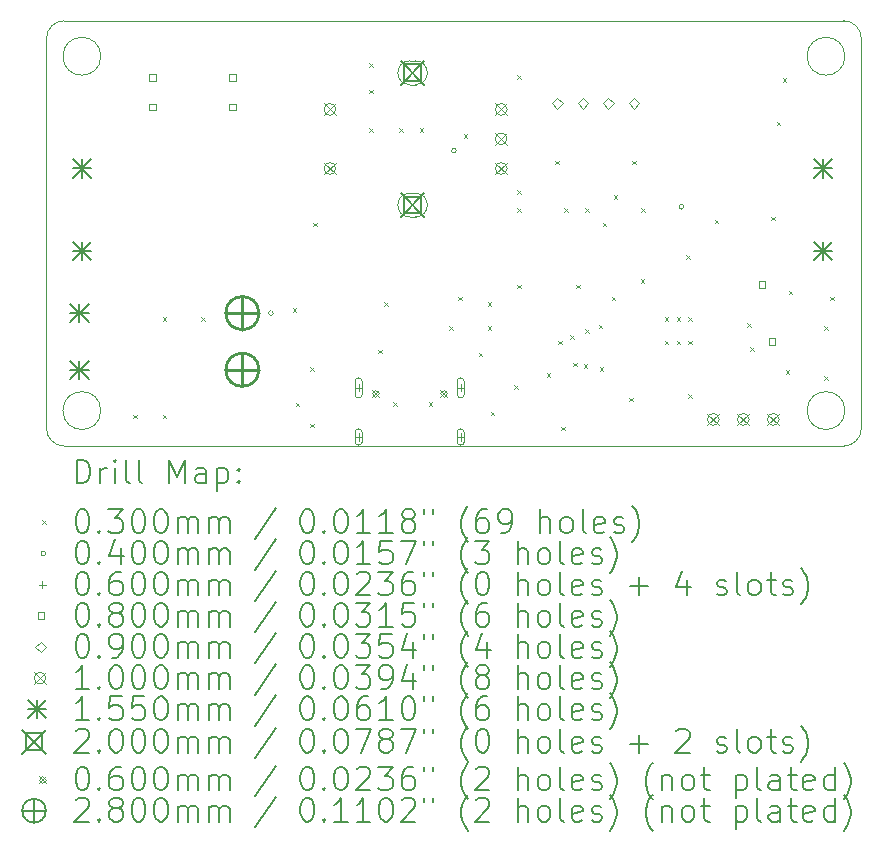
<source format=gbr>
%TF.GenerationSoftware,KiCad,Pcbnew,7.0.10-7.0.10~ubuntu22.04.1*%
%TF.CreationDate,2024-06-22T11:50:57+05:30*%
%TF.ProjectId,Light-CC,4c696768-742d-4434-932e-6b696361645f,rev?*%
%TF.SameCoordinates,PX4c4b400PY7270e00*%
%TF.FileFunction,Drillmap*%
%TF.FilePolarity,Positive*%
%FSLAX45Y45*%
G04 Gerber Fmt 4.5, Leading zero omitted, Abs format (unit mm)*
G04 Created by KiCad (PCBNEW 7.0.10-7.0.10~ubuntu22.04.1) date 2024-06-22 11:50:57*
%MOMM*%
%LPD*%
G01*
G04 APERTURE LIST*
%ADD10C,0.100000*%
%ADD11C,0.200000*%
%ADD12C,0.155000*%
%ADD13C,0.280000*%
G04 APERTURE END LIST*
D10*
X6760000Y3300000D02*
G75*
G03*
X6440000Y3300000I-160000J0D01*
G01*
X6440000Y3300000D02*
G75*
G03*
X6760000Y3300000I160000J0D01*
G01*
X6900000Y3450000D02*
X6900000Y150000D01*
X6900000Y3450000D02*
G75*
G03*
X6750000Y3600000I-150000J0D01*
G01*
X150000Y0D02*
X6750000Y0D01*
X6750000Y0D02*
G75*
G03*
X6900000Y150000I0J150000D01*
G01*
X150000Y3600000D02*
G75*
G03*
X0Y3450000I0J-150000D01*
G01*
X0Y150000D02*
G75*
G03*
X150000Y0I150000J0D01*
G01*
X6760000Y300000D02*
G75*
G03*
X6440000Y300000I-160000J0D01*
G01*
X6440000Y300000D02*
G75*
G03*
X6760000Y300000I160000J0D01*
G01*
X0Y3450000D02*
X0Y150000D01*
X150000Y3600000D02*
X6750000Y3600000D01*
X460000Y300000D02*
G75*
G03*
X140000Y300000I-160000J0D01*
G01*
X140000Y300000D02*
G75*
G03*
X460000Y300000I160000J0D01*
G01*
X460000Y3300000D02*
G75*
G03*
X140000Y3300000I-160000J0D01*
G01*
X140000Y3300000D02*
G75*
G03*
X460000Y3300000I160000J0D01*
G01*
D11*
D10*
X735000Y265000D02*
X765000Y235000D01*
X765000Y265000D02*
X735000Y235000D01*
X985000Y1090000D02*
X1015000Y1060000D01*
X1015000Y1090000D02*
X985000Y1060000D01*
X985000Y265000D02*
X1015000Y235000D01*
X1015000Y265000D02*
X985000Y235000D01*
X1310000Y1090000D02*
X1340000Y1060000D01*
X1340000Y1090000D02*
X1310000Y1060000D01*
X2085000Y1165000D02*
X2115000Y1135000D01*
X2115000Y1165000D02*
X2085000Y1135000D01*
X2110000Y365000D02*
X2140000Y335000D01*
X2140000Y365000D02*
X2110000Y335000D01*
X2235000Y665000D02*
X2265000Y635000D01*
X2265000Y665000D02*
X2235000Y635000D01*
X2235000Y190000D02*
X2265000Y160000D01*
X2265000Y190000D02*
X2235000Y160000D01*
X2260000Y1890000D02*
X2290000Y1860000D01*
X2290000Y1890000D02*
X2260000Y1860000D01*
X2735000Y3240000D02*
X2765000Y3210000D01*
X2765000Y3240000D02*
X2735000Y3210000D01*
X2735000Y3015000D02*
X2765000Y2985000D01*
X2765000Y3015000D02*
X2735000Y2985000D01*
X2735000Y2690000D02*
X2765000Y2660000D01*
X2765000Y2690000D02*
X2735000Y2660000D01*
X2810000Y815000D02*
X2840000Y785000D01*
X2840000Y815000D02*
X2810000Y785000D01*
X2860000Y1215000D02*
X2890000Y1185000D01*
X2890000Y1215000D02*
X2860000Y1185000D01*
X2935000Y372500D02*
X2965000Y342500D01*
X2965000Y372500D02*
X2935000Y342500D01*
X2985000Y2690000D02*
X3015000Y2660000D01*
X3015000Y2690000D02*
X2985000Y2660000D01*
X3160000Y2690000D02*
X3190000Y2660000D01*
X3190000Y2690000D02*
X3160000Y2660000D01*
X3235000Y372500D02*
X3265000Y342500D01*
X3265000Y372500D02*
X3235000Y342500D01*
X3410000Y1015000D02*
X3440000Y985000D01*
X3440000Y1015000D02*
X3410000Y985000D01*
X3485000Y1265000D02*
X3515000Y1235000D01*
X3515000Y1265000D02*
X3485000Y1235000D01*
X3535000Y2640000D02*
X3565000Y2610000D01*
X3565000Y2640000D02*
X3535000Y2610000D01*
X3660000Y790000D02*
X3690000Y760000D01*
X3690000Y790000D02*
X3660000Y760000D01*
X3735000Y1215000D02*
X3765000Y1185000D01*
X3765000Y1215000D02*
X3735000Y1185000D01*
X3735000Y1015000D02*
X3765000Y985000D01*
X3765000Y1015000D02*
X3735000Y985000D01*
X3760000Y290000D02*
X3790000Y260000D01*
X3790000Y290000D02*
X3760000Y260000D01*
X3960000Y515000D02*
X3990000Y485000D01*
X3990000Y515000D02*
X3960000Y485000D01*
X3985000Y3140000D02*
X4015000Y3110000D01*
X4015000Y3140000D02*
X3985000Y3110000D01*
X3985000Y2165000D02*
X4015000Y2135000D01*
X4015000Y2165000D02*
X3985000Y2135000D01*
X3985000Y2015000D02*
X4015000Y1985000D01*
X4015000Y2015000D02*
X3985000Y1985000D01*
X3985000Y1365000D02*
X4015000Y1335000D01*
X4015000Y1365000D02*
X3985000Y1335000D01*
X4235000Y615000D02*
X4265000Y585000D01*
X4265000Y615000D02*
X4235000Y585000D01*
X4310000Y2415000D02*
X4340000Y2385000D01*
X4340000Y2415000D02*
X4310000Y2385000D01*
X4335000Y890000D02*
X4365000Y860000D01*
X4365000Y890000D02*
X4335000Y860000D01*
X4359708Y162372D02*
X4389708Y132372D01*
X4389708Y162372D02*
X4359708Y132372D01*
X4385000Y2015000D02*
X4415000Y1985000D01*
X4415000Y2015000D02*
X4385000Y1985000D01*
X4435000Y940000D02*
X4465000Y910000D01*
X4465000Y940000D02*
X4435000Y910000D01*
X4459004Y704200D02*
X4489004Y674200D01*
X4489004Y704200D02*
X4459004Y674200D01*
X4485000Y1365000D02*
X4515000Y1335000D01*
X4515000Y1365000D02*
X4485000Y1335000D01*
X4548500Y690000D02*
X4578500Y660000D01*
X4578500Y690000D02*
X4548500Y660000D01*
X4560000Y2015000D02*
X4590000Y1985000D01*
X4590000Y2015000D02*
X4560000Y1985000D01*
X4560000Y990000D02*
X4590000Y960000D01*
X4590000Y990000D02*
X4560000Y960000D01*
X4675500Y1025000D02*
X4705500Y995000D01*
X4705500Y1025000D02*
X4675500Y995000D01*
X4685000Y665000D02*
X4715000Y635000D01*
X4715000Y665000D02*
X4685000Y635000D01*
X4710000Y1890000D02*
X4740000Y1860000D01*
X4740000Y1890000D02*
X4710000Y1860000D01*
X4785000Y1265000D02*
X4815000Y1235000D01*
X4815000Y1265000D02*
X4785000Y1235000D01*
X4803750Y2121250D02*
X4833750Y2091250D01*
X4833750Y2121250D02*
X4803750Y2091250D01*
X4935000Y407500D02*
X4965000Y377500D01*
X4965000Y407500D02*
X4935000Y377500D01*
X4960000Y2415000D02*
X4990000Y2385000D01*
X4990000Y2415000D02*
X4960000Y2385000D01*
X5033098Y1413097D02*
X5063098Y1383098D01*
X5063098Y1413097D02*
X5033098Y1383098D01*
X5035000Y2015000D02*
X5065000Y1985000D01*
X5065000Y2015000D02*
X5035000Y1985000D01*
X5235000Y1090000D02*
X5265000Y1060000D01*
X5265000Y1090000D02*
X5235000Y1060000D01*
X5235000Y890000D02*
X5265000Y860000D01*
X5265000Y890000D02*
X5235000Y860000D01*
X5335000Y1090000D02*
X5365000Y1060000D01*
X5365000Y1090000D02*
X5335000Y1060000D01*
X5335000Y890000D02*
X5365000Y860000D01*
X5365000Y890000D02*
X5335000Y860000D01*
X5415320Y1615000D02*
X5445320Y1585000D01*
X5445320Y1615000D02*
X5415320Y1585000D01*
X5435000Y1090000D02*
X5465000Y1060000D01*
X5465000Y1090000D02*
X5435000Y1060000D01*
X5435000Y890000D02*
X5465000Y860000D01*
X5465000Y890000D02*
X5435000Y860000D01*
X5435000Y440000D02*
X5465000Y410000D01*
X5465000Y440000D02*
X5435000Y410000D01*
X5660000Y1915000D02*
X5690000Y1885000D01*
X5690000Y1915000D02*
X5660000Y1885000D01*
X5935000Y1040000D02*
X5965000Y1010000D01*
X5965000Y1040000D02*
X5935000Y1010000D01*
X5957500Y837500D02*
X5987500Y807500D01*
X5987500Y837500D02*
X5957500Y807500D01*
X6135000Y1940000D02*
X6165000Y1910000D01*
X6165000Y1940000D02*
X6135000Y1910000D01*
X6185000Y2745000D02*
X6215000Y2715000D01*
X6215000Y2745000D02*
X6185000Y2715000D01*
X6235000Y3115000D02*
X6265000Y3085000D01*
X6265000Y3115000D02*
X6235000Y3085000D01*
X6260000Y640000D02*
X6290000Y610000D01*
X6290000Y640000D02*
X6260000Y610000D01*
X6285000Y1315000D02*
X6315000Y1285000D01*
X6315000Y1315000D02*
X6285000Y1285000D01*
X6585000Y1015000D02*
X6615000Y985000D01*
X6615000Y1015000D02*
X6585000Y985000D01*
X6585000Y590000D02*
X6615000Y560000D01*
X6615000Y590000D02*
X6585000Y560000D01*
X6635000Y1265000D02*
X6665000Y1235000D01*
X6665000Y1265000D02*
X6635000Y1235000D01*
X1920000Y1125000D02*
G75*
G03*
X1880000Y1125000I-20000J0D01*
G01*
X1880000Y1125000D02*
G75*
G03*
X1920000Y1125000I20000J0D01*
G01*
X3470000Y2500000D02*
G75*
G03*
X3430000Y2500000I-20000J0D01*
G01*
X3430000Y2500000D02*
G75*
G03*
X3470000Y2500000I20000J0D01*
G01*
X5395000Y2025000D02*
G75*
G03*
X5355000Y2025000I-20000J0D01*
G01*
X5355000Y2025000D02*
G75*
G03*
X5395000Y2025000I20000J0D01*
G01*
X2643000Y523000D02*
X2643000Y463000D01*
X2613000Y493000D02*
X2673000Y493000D01*
X2673000Y438000D02*
X2673000Y548000D01*
X2673000Y548000D02*
G75*
G03*
X2613000Y548000I-30000J0D01*
G01*
X2613000Y548000D02*
X2613000Y438000D01*
X2613000Y438000D02*
G75*
G03*
X2673000Y438000I30000J0D01*
G01*
X2643000Y106000D02*
X2643000Y46000D01*
X2613000Y76000D02*
X2673000Y76000D01*
X2673000Y36000D02*
X2673000Y116000D01*
X2673000Y116000D02*
G75*
G03*
X2613000Y116000I-30000J0D01*
G01*
X2613000Y116000D02*
X2613000Y36000D01*
X2613000Y36000D02*
G75*
G03*
X2673000Y36000I30000J0D01*
G01*
X3507000Y523000D02*
X3507000Y463000D01*
X3477000Y493000D02*
X3537000Y493000D01*
X3537000Y438000D02*
X3537000Y548000D01*
X3537000Y548000D02*
G75*
G03*
X3477000Y548000I-30000J0D01*
G01*
X3477000Y548000D02*
X3477000Y438000D01*
X3477000Y438000D02*
G75*
G03*
X3537000Y438000I30000J0D01*
G01*
X3507000Y106000D02*
X3507000Y46000D01*
X3477000Y76000D02*
X3537000Y76000D01*
X3537000Y36000D02*
X3537000Y116000D01*
X3537000Y116000D02*
G75*
G03*
X3477000Y116000I-30000J0D01*
G01*
X3477000Y116000D02*
X3477000Y36000D01*
X3477000Y36000D02*
G75*
G03*
X3537000Y36000I30000J0D01*
G01*
X928284Y3092227D02*
X928284Y3148796D01*
X871715Y3148796D01*
X871715Y3092227D01*
X928284Y3092227D01*
X928284Y2842227D02*
X928284Y2898796D01*
X871715Y2898796D01*
X871715Y2842227D01*
X928284Y2842227D01*
X1603284Y3092227D02*
X1603284Y3148796D01*
X1546715Y3148796D01*
X1546715Y3092227D01*
X1603284Y3092227D01*
X1603284Y2842227D02*
X1603284Y2898796D01*
X1546715Y2898796D01*
X1546715Y2842227D01*
X1603284Y2842227D01*
X6085741Y1337993D02*
X6085741Y1394562D01*
X6029172Y1394562D01*
X6029172Y1337993D01*
X6085741Y1337993D01*
X6170481Y857407D02*
X6170481Y913976D01*
X6113912Y913976D01*
X6113912Y857407D01*
X6170481Y857407D01*
X4326300Y2855000D02*
X4371300Y2900000D01*
X4326300Y2945000D01*
X4281300Y2900000D01*
X4326300Y2855000D01*
X4542200Y2855000D02*
X4587200Y2900000D01*
X4542200Y2945000D01*
X4497200Y2900000D01*
X4542200Y2855000D01*
X4758100Y2855000D02*
X4803100Y2900000D01*
X4758100Y2945000D01*
X4713100Y2900000D01*
X4758100Y2855000D01*
X4974000Y2855000D02*
X5019000Y2900000D01*
X4974000Y2945000D01*
X4929000Y2900000D01*
X4974000Y2855000D01*
X2350000Y2900000D02*
X2450000Y2800000D01*
X2450000Y2900000D02*
X2350000Y2800000D01*
X2450000Y2850000D02*
G75*
G03*
X2350000Y2850000I-50000J0D01*
G01*
X2350000Y2850000D02*
G75*
G03*
X2450000Y2850000I50000J0D01*
G01*
X2350000Y2400000D02*
X2450000Y2300000D01*
X2450000Y2400000D02*
X2350000Y2300000D01*
X2450000Y2350000D02*
G75*
G03*
X2350000Y2350000I-50000J0D01*
G01*
X2350000Y2350000D02*
G75*
G03*
X2450000Y2350000I50000J0D01*
G01*
X3800000Y2900000D02*
X3900000Y2800000D01*
X3900000Y2900000D02*
X3800000Y2800000D01*
X3900000Y2850000D02*
G75*
G03*
X3800000Y2850000I-50000J0D01*
G01*
X3800000Y2850000D02*
G75*
G03*
X3900000Y2850000I50000J0D01*
G01*
X3800000Y2650000D02*
X3900000Y2550000D01*
X3900000Y2650000D02*
X3800000Y2550000D01*
X3900000Y2600000D02*
G75*
G03*
X3800000Y2600000I-50000J0D01*
G01*
X3800000Y2600000D02*
G75*
G03*
X3900000Y2600000I50000J0D01*
G01*
X3800000Y2400000D02*
X3900000Y2300000D01*
X3900000Y2400000D02*
X3800000Y2300000D01*
X3900000Y2350000D02*
G75*
G03*
X3800000Y2350000I-50000J0D01*
G01*
X3800000Y2350000D02*
G75*
G03*
X3900000Y2350000I50000J0D01*
G01*
X5596000Y275000D02*
X5696000Y175000D01*
X5696000Y275000D02*
X5596000Y175000D01*
X5696000Y225000D02*
G75*
G03*
X5596000Y225000I-50000J0D01*
G01*
X5596000Y225000D02*
G75*
G03*
X5696000Y225000I50000J0D01*
G01*
X5850000Y275000D02*
X5950000Y175000D01*
X5950000Y275000D02*
X5850000Y175000D01*
X5950000Y225000D02*
G75*
G03*
X5850000Y225000I-50000J0D01*
G01*
X5850000Y225000D02*
G75*
G03*
X5950000Y225000I50000J0D01*
G01*
X6104000Y275000D02*
X6204000Y175000D01*
X6204000Y275000D02*
X6104000Y175000D01*
X6204000Y225000D02*
G75*
G03*
X6104000Y225000I-50000J0D01*
G01*
X6104000Y225000D02*
G75*
G03*
X6204000Y225000I50000J0D01*
G01*
D12*
X201500Y1202500D02*
X356500Y1047500D01*
X356500Y1202500D02*
X201500Y1047500D01*
X279000Y1202500D02*
X279000Y1047500D01*
X201500Y1125000D02*
X356500Y1125000D01*
X201500Y722500D02*
X356500Y567500D01*
X356500Y722500D02*
X201500Y567500D01*
X279000Y722500D02*
X279000Y567500D01*
X201500Y645000D02*
X356500Y645000D01*
X222500Y2427500D02*
X377500Y2272500D01*
X377500Y2427500D02*
X222500Y2272500D01*
X300000Y2427500D02*
X300000Y2272500D01*
X222500Y2350000D02*
X377500Y2350000D01*
X222500Y1727500D02*
X377500Y1572500D01*
X377500Y1727500D02*
X222500Y1572500D01*
X300000Y1727500D02*
X300000Y1572500D01*
X222500Y1650000D02*
X377500Y1650000D01*
X6497500Y2427500D02*
X6652500Y2272500D01*
X6652500Y2427500D02*
X6497500Y2272500D01*
X6575000Y2427500D02*
X6575000Y2272500D01*
X6497500Y2350000D02*
X6652500Y2350000D01*
X6497500Y1727500D02*
X6652500Y1572500D01*
X6652500Y1727500D02*
X6497500Y1572500D01*
X6575000Y1727500D02*
X6575000Y1572500D01*
X6497500Y1650000D02*
X6652500Y1650000D01*
D11*
X3000000Y3260000D02*
X3200000Y3060000D01*
X3200000Y3260000D02*
X3000000Y3060000D01*
X3170711Y3089289D02*
X3170711Y3230711D01*
X3029289Y3230711D01*
X3029289Y3089289D01*
X3170711Y3089289D01*
D10*
X3125000Y3260000D02*
X3075000Y3260000D01*
X3075000Y3260000D02*
G75*
G03*
X3075000Y3060000I0J-100000D01*
G01*
X3075000Y3060000D02*
X3125000Y3060000D01*
X3125000Y3060000D02*
G75*
G03*
X3125000Y3260000I0J100000D01*
G01*
D11*
X3000000Y2140000D02*
X3200000Y1940000D01*
X3200000Y2140000D02*
X3000000Y1940000D01*
X3170711Y1969289D02*
X3170711Y2110711D01*
X3029289Y2110711D01*
X3029289Y1969289D01*
X3170711Y1969289D01*
D10*
X3125000Y2140000D02*
X3075000Y2140000D01*
X3075000Y2140000D02*
G75*
G03*
X3075000Y1940000I0J-100000D01*
G01*
X3075000Y1940000D02*
X3125000Y1940000D01*
X3125000Y1940000D02*
G75*
G03*
X3125000Y2140000I0J100000D01*
G01*
X2756000Y475000D02*
X2816000Y415000D01*
X2816000Y475000D02*
X2756000Y415000D01*
X2786000Y415000D02*
X2816000Y445000D01*
X2786000Y475000D01*
X2756000Y445000D01*
X2786000Y415000D01*
X3334000Y475000D02*
X3394000Y415000D01*
X3394000Y475000D02*
X3334000Y415000D01*
X3364000Y415000D02*
X3394000Y445000D01*
X3364000Y475000D01*
X3334000Y445000D01*
X3364000Y415000D01*
D13*
X1659000Y1265000D02*
X1659000Y985000D01*
X1519000Y1125000D02*
X1799000Y1125000D01*
X1799000Y1125000D02*
G75*
G03*
X1519000Y1125000I-140000J0D01*
G01*
X1519000Y1125000D02*
G75*
G03*
X1799000Y1125000I140000J0D01*
G01*
X1659000Y785000D02*
X1659000Y505000D01*
X1519000Y645000D02*
X1799000Y645000D01*
X1799000Y645000D02*
G75*
G03*
X1519000Y645000I-140000J0D01*
G01*
X1519000Y645000D02*
G75*
G03*
X1799000Y645000I140000J0D01*
G01*
D11*
X255777Y-316484D02*
X255777Y-116484D01*
X255777Y-116484D02*
X303396Y-116484D01*
X303396Y-116484D02*
X331967Y-126008D01*
X331967Y-126008D02*
X351015Y-145055D01*
X351015Y-145055D02*
X360539Y-164103D01*
X360539Y-164103D02*
X370062Y-202198D01*
X370062Y-202198D02*
X370062Y-230769D01*
X370062Y-230769D02*
X360539Y-268865D01*
X360539Y-268865D02*
X351015Y-287912D01*
X351015Y-287912D02*
X331967Y-306960D01*
X331967Y-306960D02*
X303396Y-316484D01*
X303396Y-316484D02*
X255777Y-316484D01*
X455777Y-316484D02*
X455777Y-183150D01*
X455777Y-221246D02*
X465301Y-202198D01*
X465301Y-202198D02*
X474824Y-192674D01*
X474824Y-192674D02*
X493872Y-183150D01*
X493872Y-183150D02*
X512920Y-183150D01*
X579586Y-316484D02*
X579586Y-183150D01*
X579586Y-116484D02*
X570063Y-126008D01*
X570063Y-126008D02*
X579586Y-135531D01*
X579586Y-135531D02*
X589110Y-126008D01*
X589110Y-126008D02*
X579586Y-116484D01*
X579586Y-116484D02*
X579586Y-135531D01*
X703396Y-316484D02*
X684348Y-306960D01*
X684348Y-306960D02*
X674824Y-287912D01*
X674824Y-287912D02*
X674824Y-116484D01*
X808158Y-316484D02*
X789110Y-306960D01*
X789110Y-306960D02*
X779586Y-287912D01*
X779586Y-287912D02*
X779586Y-116484D01*
X1036729Y-316484D02*
X1036729Y-116484D01*
X1036729Y-116484D02*
X1103396Y-259341D01*
X1103396Y-259341D02*
X1170063Y-116484D01*
X1170063Y-116484D02*
X1170063Y-316484D01*
X1351015Y-316484D02*
X1351015Y-211722D01*
X1351015Y-211722D02*
X1341491Y-192674D01*
X1341491Y-192674D02*
X1322444Y-183150D01*
X1322444Y-183150D02*
X1284348Y-183150D01*
X1284348Y-183150D02*
X1265301Y-192674D01*
X1351015Y-306960D02*
X1331967Y-316484D01*
X1331967Y-316484D02*
X1284348Y-316484D01*
X1284348Y-316484D02*
X1265301Y-306960D01*
X1265301Y-306960D02*
X1255777Y-287912D01*
X1255777Y-287912D02*
X1255777Y-268865D01*
X1255777Y-268865D02*
X1265301Y-249817D01*
X1265301Y-249817D02*
X1284348Y-240293D01*
X1284348Y-240293D02*
X1331967Y-240293D01*
X1331967Y-240293D02*
X1351015Y-230769D01*
X1446253Y-183150D02*
X1446253Y-383150D01*
X1446253Y-192674D02*
X1465301Y-183150D01*
X1465301Y-183150D02*
X1503396Y-183150D01*
X1503396Y-183150D02*
X1522443Y-192674D01*
X1522443Y-192674D02*
X1531967Y-202198D01*
X1531967Y-202198D02*
X1541491Y-221246D01*
X1541491Y-221246D02*
X1541491Y-278389D01*
X1541491Y-278389D02*
X1531967Y-297436D01*
X1531967Y-297436D02*
X1522443Y-306960D01*
X1522443Y-306960D02*
X1503396Y-316484D01*
X1503396Y-316484D02*
X1465301Y-316484D01*
X1465301Y-316484D02*
X1446253Y-306960D01*
X1627205Y-297436D02*
X1636729Y-306960D01*
X1636729Y-306960D02*
X1627205Y-316484D01*
X1627205Y-316484D02*
X1617682Y-306960D01*
X1617682Y-306960D02*
X1627205Y-297436D01*
X1627205Y-297436D02*
X1627205Y-316484D01*
X1627205Y-192674D02*
X1636729Y-202198D01*
X1636729Y-202198D02*
X1627205Y-211722D01*
X1627205Y-211722D02*
X1617682Y-202198D01*
X1617682Y-202198D02*
X1627205Y-192674D01*
X1627205Y-192674D02*
X1627205Y-211722D01*
D10*
X-35000Y-630000D02*
X-5000Y-660000D01*
X-5000Y-630000D02*
X-35000Y-660000D01*
D11*
X293872Y-536484D02*
X312920Y-536484D01*
X312920Y-536484D02*
X331967Y-546008D01*
X331967Y-546008D02*
X341491Y-555531D01*
X341491Y-555531D02*
X351015Y-574579D01*
X351015Y-574579D02*
X360539Y-612674D01*
X360539Y-612674D02*
X360539Y-660293D01*
X360539Y-660293D02*
X351015Y-698389D01*
X351015Y-698389D02*
X341491Y-717436D01*
X341491Y-717436D02*
X331967Y-726960D01*
X331967Y-726960D02*
X312920Y-736484D01*
X312920Y-736484D02*
X293872Y-736484D01*
X293872Y-736484D02*
X274824Y-726960D01*
X274824Y-726960D02*
X265301Y-717436D01*
X265301Y-717436D02*
X255777Y-698389D01*
X255777Y-698389D02*
X246253Y-660293D01*
X246253Y-660293D02*
X246253Y-612674D01*
X246253Y-612674D02*
X255777Y-574579D01*
X255777Y-574579D02*
X265301Y-555531D01*
X265301Y-555531D02*
X274824Y-546008D01*
X274824Y-546008D02*
X293872Y-536484D01*
X446253Y-717436D02*
X455777Y-726960D01*
X455777Y-726960D02*
X446253Y-736484D01*
X446253Y-736484D02*
X436729Y-726960D01*
X436729Y-726960D02*
X446253Y-717436D01*
X446253Y-717436D02*
X446253Y-736484D01*
X522443Y-536484D02*
X646253Y-536484D01*
X646253Y-536484D02*
X579586Y-612674D01*
X579586Y-612674D02*
X608158Y-612674D01*
X608158Y-612674D02*
X627205Y-622198D01*
X627205Y-622198D02*
X636729Y-631722D01*
X636729Y-631722D02*
X646253Y-650770D01*
X646253Y-650770D02*
X646253Y-698389D01*
X646253Y-698389D02*
X636729Y-717436D01*
X636729Y-717436D02*
X627205Y-726960D01*
X627205Y-726960D02*
X608158Y-736484D01*
X608158Y-736484D02*
X551015Y-736484D01*
X551015Y-736484D02*
X531967Y-726960D01*
X531967Y-726960D02*
X522443Y-717436D01*
X770062Y-536484D02*
X789110Y-536484D01*
X789110Y-536484D02*
X808158Y-546008D01*
X808158Y-546008D02*
X817682Y-555531D01*
X817682Y-555531D02*
X827205Y-574579D01*
X827205Y-574579D02*
X836729Y-612674D01*
X836729Y-612674D02*
X836729Y-660293D01*
X836729Y-660293D02*
X827205Y-698389D01*
X827205Y-698389D02*
X817682Y-717436D01*
X817682Y-717436D02*
X808158Y-726960D01*
X808158Y-726960D02*
X789110Y-736484D01*
X789110Y-736484D02*
X770062Y-736484D01*
X770062Y-736484D02*
X751015Y-726960D01*
X751015Y-726960D02*
X741491Y-717436D01*
X741491Y-717436D02*
X731967Y-698389D01*
X731967Y-698389D02*
X722443Y-660293D01*
X722443Y-660293D02*
X722443Y-612674D01*
X722443Y-612674D02*
X731967Y-574579D01*
X731967Y-574579D02*
X741491Y-555531D01*
X741491Y-555531D02*
X751015Y-546008D01*
X751015Y-546008D02*
X770062Y-536484D01*
X960539Y-536484D02*
X979586Y-536484D01*
X979586Y-536484D02*
X998634Y-546008D01*
X998634Y-546008D02*
X1008158Y-555531D01*
X1008158Y-555531D02*
X1017682Y-574579D01*
X1017682Y-574579D02*
X1027205Y-612674D01*
X1027205Y-612674D02*
X1027205Y-660293D01*
X1027205Y-660293D02*
X1017682Y-698389D01*
X1017682Y-698389D02*
X1008158Y-717436D01*
X1008158Y-717436D02*
X998634Y-726960D01*
X998634Y-726960D02*
X979586Y-736484D01*
X979586Y-736484D02*
X960539Y-736484D01*
X960539Y-736484D02*
X941491Y-726960D01*
X941491Y-726960D02*
X931967Y-717436D01*
X931967Y-717436D02*
X922443Y-698389D01*
X922443Y-698389D02*
X912920Y-660293D01*
X912920Y-660293D02*
X912920Y-612674D01*
X912920Y-612674D02*
X922443Y-574579D01*
X922443Y-574579D02*
X931967Y-555531D01*
X931967Y-555531D02*
X941491Y-546008D01*
X941491Y-546008D02*
X960539Y-536484D01*
X1112920Y-736484D02*
X1112920Y-603150D01*
X1112920Y-622198D02*
X1122444Y-612674D01*
X1122444Y-612674D02*
X1141491Y-603150D01*
X1141491Y-603150D02*
X1170063Y-603150D01*
X1170063Y-603150D02*
X1189110Y-612674D01*
X1189110Y-612674D02*
X1198634Y-631722D01*
X1198634Y-631722D02*
X1198634Y-736484D01*
X1198634Y-631722D02*
X1208158Y-612674D01*
X1208158Y-612674D02*
X1227205Y-603150D01*
X1227205Y-603150D02*
X1255777Y-603150D01*
X1255777Y-603150D02*
X1274825Y-612674D01*
X1274825Y-612674D02*
X1284348Y-631722D01*
X1284348Y-631722D02*
X1284348Y-736484D01*
X1379586Y-736484D02*
X1379586Y-603150D01*
X1379586Y-622198D02*
X1389110Y-612674D01*
X1389110Y-612674D02*
X1408158Y-603150D01*
X1408158Y-603150D02*
X1436729Y-603150D01*
X1436729Y-603150D02*
X1455777Y-612674D01*
X1455777Y-612674D02*
X1465301Y-631722D01*
X1465301Y-631722D02*
X1465301Y-736484D01*
X1465301Y-631722D02*
X1474824Y-612674D01*
X1474824Y-612674D02*
X1493872Y-603150D01*
X1493872Y-603150D02*
X1522443Y-603150D01*
X1522443Y-603150D02*
X1541491Y-612674D01*
X1541491Y-612674D02*
X1551015Y-631722D01*
X1551015Y-631722D02*
X1551015Y-736484D01*
X1941491Y-526960D02*
X1770063Y-784103D01*
X2198634Y-536484D02*
X2217682Y-536484D01*
X2217682Y-536484D02*
X2236729Y-546008D01*
X2236729Y-546008D02*
X2246253Y-555531D01*
X2246253Y-555531D02*
X2255777Y-574579D01*
X2255777Y-574579D02*
X2265301Y-612674D01*
X2265301Y-612674D02*
X2265301Y-660293D01*
X2265301Y-660293D02*
X2255777Y-698389D01*
X2255777Y-698389D02*
X2246253Y-717436D01*
X2246253Y-717436D02*
X2236729Y-726960D01*
X2236729Y-726960D02*
X2217682Y-736484D01*
X2217682Y-736484D02*
X2198634Y-736484D01*
X2198634Y-736484D02*
X2179587Y-726960D01*
X2179587Y-726960D02*
X2170063Y-717436D01*
X2170063Y-717436D02*
X2160539Y-698389D01*
X2160539Y-698389D02*
X2151015Y-660293D01*
X2151015Y-660293D02*
X2151015Y-612674D01*
X2151015Y-612674D02*
X2160539Y-574579D01*
X2160539Y-574579D02*
X2170063Y-555531D01*
X2170063Y-555531D02*
X2179587Y-546008D01*
X2179587Y-546008D02*
X2198634Y-536484D01*
X2351015Y-717436D02*
X2360539Y-726960D01*
X2360539Y-726960D02*
X2351015Y-736484D01*
X2351015Y-736484D02*
X2341491Y-726960D01*
X2341491Y-726960D02*
X2351015Y-717436D01*
X2351015Y-717436D02*
X2351015Y-736484D01*
X2484348Y-536484D02*
X2503396Y-536484D01*
X2503396Y-536484D02*
X2522444Y-546008D01*
X2522444Y-546008D02*
X2531968Y-555531D01*
X2531968Y-555531D02*
X2541491Y-574579D01*
X2541491Y-574579D02*
X2551015Y-612674D01*
X2551015Y-612674D02*
X2551015Y-660293D01*
X2551015Y-660293D02*
X2541491Y-698389D01*
X2541491Y-698389D02*
X2531968Y-717436D01*
X2531968Y-717436D02*
X2522444Y-726960D01*
X2522444Y-726960D02*
X2503396Y-736484D01*
X2503396Y-736484D02*
X2484348Y-736484D01*
X2484348Y-736484D02*
X2465301Y-726960D01*
X2465301Y-726960D02*
X2455777Y-717436D01*
X2455777Y-717436D02*
X2446253Y-698389D01*
X2446253Y-698389D02*
X2436729Y-660293D01*
X2436729Y-660293D02*
X2436729Y-612674D01*
X2436729Y-612674D02*
X2446253Y-574579D01*
X2446253Y-574579D02*
X2455777Y-555531D01*
X2455777Y-555531D02*
X2465301Y-546008D01*
X2465301Y-546008D02*
X2484348Y-536484D01*
X2741491Y-736484D02*
X2627206Y-736484D01*
X2684348Y-736484D02*
X2684348Y-536484D01*
X2684348Y-536484D02*
X2665301Y-565055D01*
X2665301Y-565055D02*
X2646253Y-584103D01*
X2646253Y-584103D02*
X2627206Y-593627D01*
X2931967Y-736484D02*
X2817682Y-736484D01*
X2874825Y-736484D02*
X2874825Y-536484D01*
X2874825Y-536484D02*
X2855777Y-565055D01*
X2855777Y-565055D02*
X2836729Y-584103D01*
X2836729Y-584103D02*
X2817682Y-593627D01*
X3046253Y-622198D02*
X3027206Y-612674D01*
X3027206Y-612674D02*
X3017682Y-603150D01*
X3017682Y-603150D02*
X3008158Y-584103D01*
X3008158Y-584103D02*
X3008158Y-574579D01*
X3008158Y-574579D02*
X3017682Y-555531D01*
X3017682Y-555531D02*
X3027206Y-546008D01*
X3027206Y-546008D02*
X3046253Y-536484D01*
X3046253Y-536484D02*
X3084348Y-536484D01*
X3084348Y-536484D02*
X3103396Y-546008D01*
X3103396Y-546008D02*
X3112920Y-555531D01*
X3112920Y-555531D02*
X3122444Y-574579D01*
X3122444Y-574579D02*
X3122444Y-584103D01*
X3122444Y-584103D02*
X3112920Y-603150D01*
X3112920Y-603150D02*
X3103396Y-612674D01*
X3103396Y-612674D02*
X3084348Y-622198D01*
X3084348Y-622198D02*
X3046253Y-622198D01*
X3046253Y-622198D02*
X3027206Y-631722D01*
X3027206Y-631722D02*
X3017682Y-641246D01*
X3017682Y-641246D02*
X3008158Y-660293D01*
X3008158Y-660293D02*
X3008158Y-698389D01*
X3008158Y-698389D02*
X3017682Y-717436D01*
X3017682Y-717436D02*
X3027206Y-726960D01*
X3027206Y-726960D02*
X3046253Y-736484D01*
X3046253Y-736484D02*
X3084348Y-736484D01*
X3084348Y-736484D02*
X3103396Y-726960D01*
X3103396Y-726960D02*
X3112920Y-717436D01*
X3112920Y-717436D02*
X3122444Y-698389D01*
X3122444Y-698389D02*
X3122444Y-660293D01*
X3122444Y-660293D02*
X3112920Y-641246D01*
X3112920Y-641246D02*
X3103396Y-631722D01*
X3103396Y-631722D02*
X3084348Y-622198D01*
X3198634Y-536484D02*
X3198634Y-574579D01*
X3274825Y-536484D02*
X3274825Y-574579D01*
X3570063Y-812674D02*
X3560539Y-803150D01*
X3560539Y-803150D02*
X3541491Y-774579D01*
X3541491Y-774579D02*
X3531968Y-755531D01*
X3531968Y-755531D02*
X3522444Y-726960D01*
X3522444Y-726960D02*
X3512920Y-679341D01*
X3512920Y-679341D02*
X3512920Y-641246D01*
X3512920Y-641246D02*
X3522444Y-593627D01*
X3522444Y-593627D02*
X3531968Y-565055D01*
X3531968Y-565055D02*
X3541491Y-546008D01*
X3541491Y-546008D02*
X3560539Y-517436D01*
X3560539Y-517436D02*
X3570063Y-507912D01*
X3731968Y-536484D02*
X3693872Y-536484D01*
X3693872Y-536484D02*
X3674825Y-546008D01*
X3674825Y-546008D02*
X3665301Y-555531D01*
X3665301Y-555531D02*
X3646253Y-584103D01*
X3646253Y-584103D02*
X3636729Y-622198D01*
X3636729Y-622198D02*
X3636729Y-698389D01*
X3636729Y-698389D02*
X3646253Y-717436D01*
X3646253Y-717436D02*
X3655777Y-726960D01*
X3655777Y-726960D02*
X3674825Y-736484D01*
X3674825Y-736484D02*
X3712920Y-736484D01*
X3712920Y-736484D02*
X3731968Y-726960D01*
X3731968Y-726960D02*
X3741491Y-717436D01*
X3741491Y-717436D02*
X3751015Y-698389D01*
X3751015Y-698389D02*
X3751015Y-650770D01*
X3751015Y-650770D02*
X3741491Y-631722D01*
X3741491Y-631722D02*
X3731968Y-622198D01*
X3731968Y-622198D02*
X3712920Y-612674D01*
X3712920Y-612674D02*
X3674825Y-612674D01*
X3674825Y-612674D02*
X3655777Y-622198D01*
X3655777Y-622198D02*
X3646253Y-631722D01*
X3646253Y-631722D02*
X3636729Y-650770D01*
X3846253Y-736484D02*
X3884348Y-736484D01*
X3884348Y-736484D02*
X3903396Y-726960D01*
X3903396Y-726960D02*
X3912920Y-717436D01*
X3912920Y-717436D02*
X3931968Y-688865D01*
X3931968Y-688865D02*
X3941491Y-650770D01*
X3941491Y-650770D02*
X3941491Y-574579D01*
X3941491Y-574579D02*
X3931968Y-555531D01*
X3931968Y-555531D02*
X3922444Y-546008D01*
X3922444Y-546008D02*
X3903396Y-536484D01*
X3903396Y-536484D02*
X3865301Y-536484D01*
X3865301Y-536484D02*
X3846253Y-546008D01*
X3846253Y-546008D02*
X3836729Y-555531D01*
X3836729Y-555531D02*
X3827206Y-574579D01*
X3827206Y-574579D02*
X3827206Y-622198D01*
X3827206Y-622198D02*
X3836729Y-641246D01*
X3836729Y-641246D02*
X3846253Y-650770D01*
X3846253Y-650770D02*
X3865301Y-660293D01*
X3865301Y-660293D02*
X3903396Y-660293D01*
X3903396Y-660293D02*
X3922444Y-650770D01*
X3922444Y-650770D02*
X3931968Y-641246D01*
X3931968Y-641246D02*
X3941491Y-622198D01*
X4179587Y-736484D02*
X4179587Y-536484D01*
X4265301Y-736484D02*
X4265301Y-631722D01*
X4265301Y-631722D02*
X4255777Y-612674D01*
X4255777Y-612674D02*
X4236730Y-603150D01*
X4236730Y-603150D02*
X4208158Y-603150D01*
X4208158Y-603150D02*
X4189110Y-612674D01*
X4189110Y-612674D02*
X4179587Y-622198D01*
X4389111Y-736484D02*
X4370063Y-726960D01*
X4370063Y-726960D02*
X4360539Y-717436D01*
X4360539Y-717436D02*
X4351015Y-698389D01*
X4351015Y-698389D02*
X4351015Y-641246D01*
X4351015Y-641246D02*
X4360539Y-622198D01*
X4360539Y-622198D02*
X4370063Y-612674D01*
X4370063Y-612674D02*
X4389111Y-603150D01*
X4389111Y-603150D02*
X4417682Y-603150D01*
X4417682Y-603150D02*
X4436730Y-612674D01*
X4436730Y-612674D02*
X4446253Y-622198D01*
X4446253Y-622198D02*
X4455777Y-641246D01*
X4455777Y-641246D02*
X4455777Y-698389D01*
X4455777Y-698389D02*
X4446253Y-717436D01*
X4446253Y-717436D02*
X4436730Y-726960D01*
X4436730Y-726960D02*
X4417682Y-736484D01*
X4417682Y-736484D02*
X4389111Y-736484D01*
X4570063Y-736484D02*
X4551015Y-726960D01*
X4551015Y-726960D02*
X4541492Y-707912D01*
X4541492Y-707912D02*
X4541492Y-536484D01*
X4722444Y-726960D02*
X4703396Y-736484D01*
X4703396Y-736484D02*
X4665301Y-736484D01*
X4665301Y-736484D02*
X4646253Y-726960D01*
X4646253Y-726960D02*
X4636730Y-707912D01*
X4636730Y-707912D02*
X4636730Y-631722D01*
X4636730Y-631722D02*
X4646253Y-612674D01*
X4646253Y-612674D02*
X4665301Y-603150D01*
X4665301Y-603150D02*
X4703396Y-603150D01*
X4703396Y-603150D02*
X4722444Y-612674D01*
X4722444Y-612674D02*
X4731968Y-631722D01*
X4731968Y-631722D02*
X4731968Y-650770D01*
X4731968Y-650770D02*
X4636730Y-669817D01*
X4808158Y-726960D02*
X4827206Y-736484D01*
X4827206Y-736484D02*
X4865301Y-736484D01*
X4865301Y-736484D02*
X4884349Y-726960D01*
X4884349Y-726960D02*
X4893873Y-707912D01*
X4893873Y-707912D02*
X4893873Y-698389D01*
X4893873Y-698389D02*
X4884349Y-679341D01*
X4884349Y-679341D02*
X4865301Y-669817D01*
X4865301Y-669817D02*
X4836730Y-669817D01*
X4836730Y-669817D02*
X4817682Y-660293D01*
X4817682Y-660293D02*
X4808158Y-641246D01*
X4808158Y-641246D02*
X4808158Y-631722D01*
X4808158Y-631722D02*
X4817682Y-612674D01*
X4817682Y-612674D02*
X4836730Y-603150D01*
X4836730Y-603150D02*
X4865301Y-603150D01*
X4865301Y-603150D02*
X4884349Y-612674D01*
X4960539Y-812674D02*
X4970063Y-803150D01*
X4970063Y-803150D02*
X4989111Y-774579D01*
X4989111Y-774579D02*
X4998634Y-755531D01*
X4998634Y-755531D02*
X5008158Y-726960D01*
X5008158Y-726960D02*
X5017682Y-679341D01*
X5017682Y-679341D02*
X5017682Y-641246D01*
X5017682Y-641246D02*
X5008158Y-593627D01*
X5008158Y-593627D02*
X4998634Y-565055D01*
X4998634Y-565055D02*
X4989111Y-546008D01*
X4989111Y-546008D02*
X4970063Y-517436D01*
X4970063Y-517436D02*
X4960539Y-507912D01*
D10*
X-5000Y-909000D02*
G75*
G03*
X-45000Y-909000I-20000J0D01*
G01*
X-45000Y-909000D02*
G75*
G03*
X-5000Y-909000I20000J0D01*
G01*
D11*
X293872Y-800484D02*
X312920Y-800484D01*
X312920Y-800484D02*
X331967Y-810008D01*
X331967Y-810008D02*
X341491Y-819531D01*
X341491Y-819531D02*
X351015Y-838579D01*
X351015Y-838579D02*
X360539Y-876674D01*
X360539Y-876674D02*
X360539Y-924293D01*
X360539Y-924293D02*
X351015Y-962388D01*
X351015Y-962388D02*
X341491Y-981436D01*
X341491Y-981436D02*
X331967Y-990960D01*
X331967Y-990960D02*
X312920Y-1000484D01*
X312920Y-1000484D02*
X293872Y-1000484D01*
X293872Y-1000484D02*
X274824Y-990960D01*
X274824Y-990960D02*
X265301Y-981436D01*
X265301Y-981436D02*
X255777Y-962388D01*
X255777Y-962388D02*
X246253Y-924293D01*
X246253Y-924293D02*
X246253Y-876674D01*
X246253Y-876674D02*
X255777Y-838579D01*
X255777Y-838579D02*
X265301Y-819531D01*
X265301Y-819531D02*
X274824Y-810008D01*
X274824Y-810008D02*
X293872Y-800484D01*
X446253Y-981436D02*
X455777Y-990960D01*
X455777Y-990960D02*
X446253Y-1000484D01*
X446253Y-1000484D02*
X436729Y-990960D01*
X436729Y-990960D02*
X446253Y-981436D01*
X446253Y-981436D02*
X446253Y-1000484D01*
X627205Y-867150D02*
X627205Y-1000484D01*
X579586Y-790960D02*
X531967Y-933817D01*
X531967Y-933817D02*
X655777Y-933817D01*
X770062Y-800484D02*
X789110Y-800484D01*
X789110Y-800484D02*
X808158Y-810008D01*
X808158Y-810008D02*
X817682Y-819531D01*
X817682Y-819531D02*
X827205Y-838579D01*
X827205Y-838579D02*
X836729Y-876674D01*
X836729Y-876674D02*
X836729Y-924293D01*
X836729Y-924293D02*
X827205Y-962388D01*
X827205Y-962388D02*
X817682Y-981436D01*
X817682Y-981436D02*
X808158Y-990960D01*
X808158Y-990960D02*
X789110Y-1000484D01*
X789110Y-1000484D02*
X770062Y-1000484D01*
X770062Y-1000484D02*
X751015Y-990960D01*
X751015Y-990960D02*
X741491Y-981436D01*
X741491Y-981436D02*
X731967Y-962388D01*
X731967Y-962388D02*
X722443Y-924293D01*
X722443Y-924293D02*
X722443Y-876674D01*
X722443Y-876674D02*
X731967Y-838579D01*
X731967Y-838579D02*
X741491Y-819531D01*
X741491Y-819531D02*
X751015Y-810008D01*
X751015Y-810008D02*
X770062Y-800484D01*
X960539Y-800484D02*
X979586Y-800484D01*
X979586Y-800484D02*
X998634Y-810008D01*
X998634Y-810008D02*
X1008158Y-819531D01*
X1008158Y-819531D02*
X1017682Y-838579D01*
X1017682Y-838579D02*
X1027205Y-876674D01*
X1027205Y-876674D02*
X1027205Y-924293D01*
X1027205Y-924293D02*
X1017682Y-962388D01*
X1017682Y-962388D02*
X1008158Y-981436D01*
X1008158Y-981436D02*
X998634Y-990960D01*
X998634Y-990960D02*
X979586Y-1000484D01*
X979586Y-1000484D02*
X960539Y-1000484D01*
X960539Y-1000484D02*
X941491Y-990960D01*
X941491Y-990960D02*
X931967Y-981436D01*
X931967Y-981436D02*
X922443Y-962388D01*
X922443Y-962388D02*
X912920Y-924293D01*
X912920Y-924293D02*
X912920Y-876674D01*
X912920Y-876674D02*
X922443Y-838579D01*
X922443Y-838579D02*
X931967Y-819531D01*
X931967Y-819531D02*
X941491Y-810008D01*
X941491Y-810008D02*
X960539Y-800484D01*
X1112920Y-1000484D02*
X1112920Y-867150D01*
X1112920Y-886198D02*
X1122444Y-876674D01*
X1122444Y-876674D02*
X1141491Y-867150D01*
X1141491Y-867150D02*
X1170063Y-867150D01*
X1170063Y-867150D02*
X1189110Y-876674D01*
X1189110Y-876674D02*
X1198634Y-895722D01*
X1198634Y-895722D02*
X1198634Y-1000484D01*
X1198634Y-895722D02*
X1208158Y-876674D01*
X1208158Y-876674D02*
X1227205Y-867150D01*
X1227205Y-867150D02*
X1255777Y-867150D01*
X1255777Y-867150D02*
X1274825Y-876674D01*
X1274825Y-876674D02*
X1284348Y-895722D01*
X1284348Y-895722D02*
X1284348Y-1000484D01*
X1379586Y-1000484D02*
X1379586Y-867150D01*
X1379586Y-886198D02*
X1389110Y-876674D01*
X1389110Y-876674D02*
X1408158Y-867150D01*
X1408158Y-867150D02*
X1436729Y-867150D01*
X1436729Y-867150D02*
X1455777Y-876674D01*
X1455777Y-876674D02*
X1465301Y-895722D01*
X1465301Y-895722D02*
X1465301Y-1000484D01*
X1465301Y-895722D02*
X1474824Y-876674D01*
X1474824Y-876674D02*
X1493872Y-867150D01*
X1493872Y-867150D02*
X1522443Y-867150D01*
X1522443Y-867150D02*
X1541491Y-876674D01*
X1541491Y-876674D02*
X1551015Y-895722D01*
X1551015Y-895722D02*
X1551015Y-1000484D01*
X1941491Y-790960D02*
X1770063Y-1048103D01*
X2198634Y-800484D02*
X2217682Y-800484D01*
X2217682Y-800484D02*
X2236729Y-810008D01*
X2236729Y-810008D02*
X2246253Y-819531D01*
X2246253Y-819531D02*
X2255777Y-838579D01*
X2255777Y-838579D02*
X2265301Y-876674D01*
X2265301Y-876674D02*
X2265301Y-924293D01*
X2265301Y-924293D02*
X2255777Y-962388D01*
X2255777Y-962388D02*
X2246253Y-981436D01*
X2246253Y-981436D02*
X2236729Y-990960D01*
X2236729Y-990960D02*
X2217682Y-1000484D01*
X2217682Y-1000484D02*
X2198634Y-1000484D01*
X2198634Y-1000484D02*
X2179587Y-990960D01*
X2179587Y-990960D02*
X2170063Y-981436D01*
X2170063Y-981436D02*
X2160539Y-962388D01*
X2160539Y-962388D02*
X2151015Y-924293D01*
X2151015Y-924293D02*
X2151015Y-876674D01*
X2151015Y-876674D02*
X2160539Y-838579D01*
X2160539Y-838579D02*
X2170063Y-819531D01*
X2170063Y-819531D02*
X2179587Y-810008D01*
X2179587Y-810008D02*
X2198634Y-800484D01*
X2351015Y-981436D02*
X2360539Y-990960D01*
X2360539Y-990960D02*
X2351015Y-1000484D01*
X2351015Y-1000484D02*
X2341491Y-990960D01*
X2341491Y-990960D02*
X2351015Y-981436D01*
X2351015Y-981436D02*
X2351015Y-1000484D01*
X2484348Y-800484D02*
X2503396Y-800484D01*
X2503396Y-800484D02*
X2522444Y-810008D01*
X2522444Y-810008D02*
X2531968Y-819531D01*
X2531968Y-819531D02*
X2541491Y-838579D01*
X2541491Y-838579D02*
X2551015Y-876674D01*
X2551015Y-876674D02*
X2551015Y-924293D01*
X2551015Y-924293D02*
X2541491Y-962388D01*
X2541491Y-962388D02*
X2531968Y-981436D01*
X2531968Y-981436D02*
X2522444Y-990960D01*
X2522444Y-990960D02*
X2503396Y-1000484D01*
X2503396Y-1000484D02*
X2484348Y-1000484D01*
X2484348Y-1000484D02*
X2465301Y-990960D01*
X2465301Y-990960D02*
X2455777Y-981436D01*
X2455777Y-981436D02*
X2446253Y-962388D01*
X2446253Y-962388D02*
X2436729Y-924293D01*
X2436729Y-924293D02*
X2436729Y-876674D01*
X2436729Y-876674D02*
X2446253Y-838579D01*
X2446253Y-838579D02*
X2455777Y-819531D01*
X2455777Y-819531D02*
X2465301Y-810008D01*
X2465301Y-810008D02*
X2484348Y-800484D01*
X2741491Y-1000484D02*
X2627206Y-1000484D01*
X2684348Y-1000484D02*
X2684348Y-800484D01*
X2684348Y-800484D02*
X2665301Y-829055D01*
X2665301Y-829055D02*
X2646253Y-848103D01*
X2646253Y-848103D02*
X2627206Y-857627D01*
X2922444Y-800484D02*
X2827206Y-800484D01*
X2827206Y-800484D02*
X2817682Y-895722D01*
X2817682Y-895722D02*
X2827206Y-886198D01*
X2827206Y-886198D02*
X2846253Y-876674D01*
X2846253Y-876674D02*
X2893872Y-876674D01*
X2893872Y-876674D02*
X2912920Y-886198D01*
X2912920Y-886198D02*
X2922444Y-895722D01*
X2922444Y-895722D02*
X2931967Y-914769D01*
X2931967Y-914769D02*
X2931967Y-962388D01*
X2931967Y-962388D02*
X2922444Y-981436D01*
X2922444Y-981436D02*
X2912920Y-990960D01*
X2912920Y-990960D02*
X2893872Y-1000484D01*
X2893872Y-1000484D02*
X2846253Y-1000484D01*
X2846253Y-1000484D02*
X2827206Y-990960D01*
X2827206Y-990960D02*
X2817682Y-981436D01*
X2998634Y-800484D02*
X3131967Y-800484D01*
X3131967Y-800484D02*
X3046253Y-1000484D01*
X3198634Y-800484D02*
X3198634Y-838579D01*
X3274825Y-800484D02*
X3274825Y-838579D01*
X3570063Y-1076674D02*
X3560539Y-1067150D01*
X3560539Y-1067150D02*
X3541491Y-1038579D01*
X3541491Y-1038579D02*
X3531968Y-1019531D01*
X3531968Y-1019531D02*
X3522444Y-990960D01*
X3522444Y-990960D02*
X3512920Y-943341D01*
X3512920Y-943341D02*
X3512920Y-905246D01*
X3512920Y-905246D02*
X3522444Y-857627D01*
X3522444Y-857627D02*
X3531968Y-829055D01*
X3531968Y-829055D02*
X3541491Y-810008D01*
X3541491Y-810008D02*
X3560539Y-781436D01*
X3560539Y-781436D02*
X3570063Y-771912D01*
X3627206Y-800484D02*
X3751015Y-800484D01*
X3751015Y-800484D02*
X3684348Y-876674D01*
X3684348Y-876674D02*
X3712920Y-876674D01*
X3712920Y-876674D02*
X3731968Y-886198D01*
X3731968Y-886198D02*
X3741491Y-895722D01*
X3741491Y-895722D02*
X3751015Y-914769D01*
X3751015Y-914769D02*
X3751015Y-962388D01*
X3751015Y-962388D02*
X3741491Y-981436D01*
X3741491Y-981436D02*
X3731968Y-990960D01*
X3731968Y-990960D02*
X3712920Y-1000484D01*
X3712920Y-1000484D02*
X3655777Y-1000484D01*
X3655777Y-1000484D02*
X3636729Y-990960D01*
X3636729Y-990960D02*
X3627206Y-981436D01*
X3989110Y-1000484D02*
X3989110Y-800484D01*
X4074825Y-1000484D02*
X4074825Y-895722D01*
X4074825Y-895722D02*
X4065301Y-876674D01*
X4065301Y-876674D02*
X4046253Y-867150D01*
X4046253Y-867150D02*
X4017682Y-867150D01*
X4017682Y-867150D02*
X3998634Y-876674D01*
X3998634Y-876674D02*
X3989110Y-886198D01*
X4198634Y-1000484D02*
X4179587Y-990960D01*
X4179587Y-990960D02*
X4170063Y-981436D01*
X4170063Y-981436D02*
X4160539Y-962388D01*
X4160539Y-962388D02*
X4160539Y-905246D01*
X4160539Y-905246D02*
X4170063Y-886198D01*
X4170063Y-886198D02*
X4179587Y-876674D01*
X4179587Y-876674D02*
X4198634Y-867150D01*
X4198634Y-867150D02*
X4227206Y-867150D01*
X4227206Y-867150D02*
X4246253Y-876674D01*
X4246253Y-876674D02*
X4255777Y-886198D01*
X4255777Y-886198D02*
X4265301Y-905246D01*
X4265301Y-905246D02*
X4265301Y-962388D01*
X4265301Y-962388D02*
X4255777Y-981436D01*
X4255777Y-981436D02*
X4246253Y-990960D01*
X4246253Y-990960D02*
X4227206Y-1000484D01*
X4227206Y-1000484D02*
X4198634Y-1000484D01*
X4379587Y-1000484D02*
X4360539Y-990960D01*
X4360539Y-990960D02*
X4351015Y-971912D01*
X4351015Y-971912D02*
X4351015Y-800484D01*
X4531968Y-990960D02*
X4512920Y-1000484D01*
X4512920Y-1000484D02*
X4474825Y-1000484D01*
X4474825Y-1000484D02*
X4455777Y-990960D01*
X4455777Y-990960D02*
X4446253Y-971912D01*
X4446253Y-971912D02*
X4446253Y-895722D01*
X4446253Y-895722D02*
X4455777Y-876674D01*
X4455777Y-876674D02*
X4474825Y-867150D01*
X4474825Y-867150D02*
X4512920Y-867150D01*
X4512920Y-867150D02*
X4531968Y-876674D01*
X4531968Y-876674D02*
X4541492Y-895722D01*
X4541492Y-895722D02*
X4541492Y-914769D01*
X4541492Y-914769D02*
X4446253Y-933817D01*
X4617682Y-990960D02*
X4636730Y-1000484D01*
X4636730Y-1000484D02*
X4674825Y-1000484D01*
X4674825Y-1000484D02*
X4693873Y-990960D01*
X4693873Y-990960D02*
X4703396Y-971912D01*
X4703396Y-971912D02*
X4703396Y-962388D01*
X4703396Y-962388D02*
X4693873Y-943341D01*
X4693873Y-943341D02*
X4674825Y-933817D01*
X4674825Y-933817D02*
X4646253Y-933817D01*
X4646253Y-933817D02*
X4627206Y-924293D01*
X4627206Y-924293D02*
X4617682Y-905246D01*
X4617682Y-905246D02*
X4617682Y-895722D01*
X4617682Y-895722D02*
X4627206Y-876674D01*
X4627206Y-876674D02*
X4646253Y-867150D01*
X4646253Y-867150D02*
X4674825Y-867150D01*
X4674825Y-867150D02*
X4693873Y-876674D01*
X4770063Y-1076674D02*
X4779587Y-1067150D01*
X4779587Y-1067150D02*
X4798634Y-1038579D01*
X4798634Y-1038579D02*
X4808158Y-1019531D01*
X4808158Y-1019531D02*
X4817682Y-990960D01*
X4817682Y-990960D02*
X4827206Y-943341D01*
X4827206Y-943341D02*
X4827206Y-905246D01*
X4827206Y-905246D02*
X4817682Y-857627D01*
X4817682Y-857627D02*
X4808158Y-829055D01*
X4808158Y-829055D02*
X4798634Y-810008D01*
X4798634Y-810008D02*
X4779587Y-781436D01*
X4779587Y-781436D02*
X4770063Y-771912D01*
D10*
X-35000Y-1143000D02*
X-35000Y-1203000D01*
X-65000Y-1173000D02*
X-5000Y-1173000D01*
D11*
X293872Y-1064484D02*
X312920Y-1064484D01*
X312920Y-1064484D02*
X331967Y-1074008D01*
X331967Y-1074008D02*
X341491Y-1083531D01*
X341491Y-1083531D02*
X351015Y-1102579D01*
X351015Y-1102579D02*
X360539Y-1140674D01*
X360539Y-1140674D02*
X360539Y-1188293D01*
X360539Y-1188293D02*
X351015Y-1226389D01*
X351015Y-1226389D02*
X341491Y-1245436D01*
X341491Y-1245436D02*
X331967Y-1254960D01*
X331967Y-1254960D02*
X312920Y-1264484D01*
X312920Y-1264484D02*
X293872Y-1264484D01*
X293872Y-1264484D02*
X274824Y-1254960D01*
X274824Y-1254960D02*
X265301Y-1245436D01*
X265301Y-1245436D02*
X255777Y-1226389D01*
X255777Y-1226389D02*
X246253Y-1188293D01*
X246253Y-1188293D02*
X246253Y-1140674D01*
X246253Y-1140674D02*
X255777Y-1102579D01*
X255777Y-1102579D02*
X265301Y-1083531D01*
X265301Y-1083531D02*
X274824Y-1074008D01*
X274824Y-1074008D02*
X293872Y-1064484D01*
X446253Y-1245436D02*
X455777Y-1254960D01*
X455777Y-1254960D02*
X446253Y-1264484D01*
X446253Y-1264484D02*
X436729Y-1254960D01*
X436729Y-1254960D02*
X446253Y-1245436D01*
X446253Y-1245436D02*
X446253Y-1264484D01*
X627205Y-1064484D02*
X589110Y-1064484D01*
X589110Y-1064484D02*
X570063Y-1074008D01*
X570063Y-1074008D02*
X560539Y-1083531D01*
X560539Y-1083531D02*
X541491Y-1112103D01*
X541491Y-1112103D02*
X531967Y-1150198D01*
X531967Y-1150198D02*
X531967Y-1226389D01*
X531967Y-1226389D02*
X541491Y-1245436D01*
X541491Y-1245436D02*
X551015Y-1254960D01*
X551015Y-1254960D02*
X570063Y-1264484D01*
X570063Y-1264484D02*
X608158Y-1264484D01*
X608158Y-1264484D02*
X627205Y-1254960D01*
X627205Y-1254960D02*
X636729Y-1245436D01*
X636729Y-1245436D02*
X646253Y-1226389D01*
X646253Y-1226389D02*
X646253Y-1178770D01*
X646253Y-1178770D02*
X636729Y-1159722D01*
X636729Y-1159722D02*
X627205Y-1150198D01*
X627205Y-1150198D02*
X608158Y-1140674D01*
X608158Y-1140674D02*
X570063Y-1140674D01*
X570063Y-1140674D02*
X551015Y-1150198D01*
X551015Y-1150198D02*
X541491Y-1159722D01*
X541491Y-1159722D02*
X531967Y-1178770D01*
X770062Y-1064484D02*
X789110Y-1064484D01*
X789110Y-1064484D02*
X808158Y-1074008D01*
X808158Y-1074008D02*
X817682Y-1083531D01*
X817682Y-1083531D02*
X827205Y-1102579D01*
X827205Y-1102579D02*
X836729Y-1140674D01*
X836729Y-1140674D02*
X836729Y-1188293D01*
X836729Y-1188293D02*
X827205Y-1226389D01*
X827205Y-1226389D02*
X817682Y-1245436D01*
X817682Y-1245436D02*
X808158Y-1254960D01*
X808158Y-1254960D02*
X789110Y-1264484D01*
X789110Y-1264484D02*
X770062Y-1264484D01*
X770062Y-1264484D02*
X751015Y-1254960D01*
X751015Y-1254960D02*
X741491Y-1245436D01*
X741491Y-1245436D02*
X731967Y-1226389D01*
X731967Y-1226389D02*
X722443Y-1188293D01*
X722443Y-1188293D02*
X722443Y-1140674D01*
X722443Y-1140674D02*
X731967Y-1102579D01*
X731967Y-1102579D02*
X741491Y-1083531D01*
X741491Y-1083531D02*
X751015Y-1074008D01*
X751015Y-1074008D02*
X770062Y-1064484D01*
X960539Y-1064484D02*
X979586Y-1064484D01*
X979586Y-1064484D02*
X998634Y-1074008D01*
X998634Y-1074008D02*
X1008158Y-1083531D01*
X1008158Y-1083531D02*
X1017682Y-1102579D01*
X1017682Y-1102579D02*
X1027205Y-1140674D01*
X1027205Y-1140674D02*
X1027205Y-1188293D01*
X1027205Y-1188293D02*
X1017682Y-1226389D01*
X1017682Y-1226389D02*
X1008158Y-1245436D01*
X1008158Y-1245436D02*
X998634Y-1254960D01*
X998634Y-1254960D02*
X979586Y-1264484D01*
X979586Y-1264484D02*
X960539Y-1264484D01*
X960539Y-1264484D02*
X941491Y-1254960D01*
X941491Y-1254960D02*
X931967Y-1245436D01*
X931967Y-1245436D02*
X922443Y-1226389D01*
X922443Y-1226389D02*
X912920Y-1188293D01*
X912920Y-1188293D02*
X912920Y-1140674D01*
X912920Y-1140674D02*
X922443Y-1102579D01*
X922443Y-1102579D02*
X931967Y-1083531D01*
X931967Y-1083531D02*
X941491Y-1074008D01*
X941491Y-1074008D02*
X960539Y-1064484D01*
X1112920Y-1264484D02*
X1112920Y-1131150D01*
X1112920Y-1150198D02*
X1122444Y-1140674D01*
X1122444Y-1140674D02*
X1141491Y-1131150D01*
X1141491Y-1131150D02*
X1170063Y-1131150D01*
X1170063Y-1131150D02*
X1189110Y-1140674D01*
X1189110Y-1140674D02*
X1198634Y-1159722D01*
X1198634Y-1159722D02*
X1198634Y-1264484D01*
X1198634Y-1159722D02*
X1208158Y-1140674D01*
X1208158Y-1140674D02*
X1227205Y-1131150D01*
X1227205Y-1131150D02*
X1255777Y-1131150D01*
X1255777Y-1131150D02*
X1274825Y-1140674D01*
X1274825Y-1140674D02*
X1284348Y-1159722D01*
X1284348Y-1159722D02*
X1284348Y-1264484D01*
X1379586Y-1264484D02*
X1379586Y-1131150D01*
X1379586Y-1150198D02*
X1389110Y-1140674D01*
X1389110Y-1140674D02*
X1408158Y-1131150D01*
X1408158Y-1131150D02*
X1436729Y-1131150D01*
X1436729Y-1131150D02*
X1455777Y-1140674D01*
X1455777Y-1140674D02*
X1465301Y-1159722D01*
X1465301Y-1159722D02*
X1465301Y-1264484D01*
X1465301Y-1159722D02*
X1474824Y-1140674D01*
X1474824Y-1140674D02*
X1493872Y-1131150D01*
X1493872Y-1131150D02*
X1522443Y-1131150D01*
X1522443Y-1131150D02*
X1541491Y-1140674D01*
X1541491Y-1140674D02*
X1551015Y-1159722D01*
X1551015Y-1159722D02*
X1551015Y-1264484D01*
X1941491Y-1054960D02*
X1770063Y-1312103D01*
X2198634Y-1064484D02*
X2217682Y-1064484D01*
X2217682Y-1064484D02*
X2236729Y-1074008D01*
X2236729Y-1074008D02*
X2246253Y-1083531D01*
X2246253Y-1083531D02*
X2255777Y-1102579D01*
X2255777Y-1102579D02*
X2265301Y-1140674D01*
X2265301Y-1140674D02*
X2265301Y-1188293D01*
X2265301Y-1188293D02*
X2255777Y-1226389D01*
X2255777Y-1226389D02*
X2246253Y-1245436D01*
X2246253Y-1245436D02*
X2236729Y-1254960D01*
X2236729Y-1254960D02*
X2217682Y-1264484D01*
X2217682Y-1264484D02*
X2198634Y-1264484D01*
X2198634Y-1264484D02*
X2179587Y-1254960D01*
X2179587Y-1254960D02*
X2170063Y-1245436D01*
X2170063Y-1245436D02*
X2160539Y-1226389D01*
X2160539Y-1226389D02*
X2151015Y-1188293D01*
X2151015Y-1188293D02*
X2151015Y-1140674D01*
X2151015Y-1140674D02*
X2160539Y-1102579D01*
X2160539Y-1102579D02*
X2170063Y-1083531D01*
X2170063Y-1083531D02*
X2179587Y-1074008D01*
X2179587Y-1074008D02*
X2198634Y-1064484D01*
X2351015Y-1245436D02*
X2360539Y-1254960D01*
X2360539Y-1254960D02*
X2351015Y-1264484D01*
X2351015Y-1264484D02*
X2341491Y-1254960D01*
X2341491Y-1254960D02*
X2351015Y-1245436D01*
X2351015Y-1245436D02*
X2351015Y-1264484D01*
X2484348Y-1064484D02*
X2503396Y-1064484D01*
X2503396Y-1064484D02*
X2522444Y-1074008D01*
X2522444Y-1074008D02*
X2531968Y-1083531D01*
X2531968Y-1083531D02*
X2541491Y-1102579D01*
X2541491Y-1102579D02*
X2551015Y-1140674D01*
X2551015Y-1140674D02*
X2551015Y-1188293D01*
X2551015Y-1188293D02*
X2541491Y-1226389D01*
X2541491Y-1226389D02*
X2531968Y-1245436D01*
X2531968Y-1245436D02*
X2522444Y-1254960D01*
X2522444Y-1254960D02*
X2503396Y-1264484D01*
X2503396Y-1264484D02*
X2484348Y-1264484D01*
X2484348Y-1264484D02*
X2465301Y-1254960D01*
X2465301Y-1254960D02*
X2455777Y-1245436D01*
X2455777Y-1245436D02*
X2446253Y-1226389D01*
X2446253Y-1226389D02*
X2436729Y-1188293D01*
X2436729Y-1188293D02*
X2436729Y-1140674D01*
X2436729Y-1140674D02*
X2446253Y-1102579D01*
X2446253Y-1102579D02*
X2455777Y-1083531D01*
X2455777Y-1083531D02*
X2465301Y-1074008D01*
X2465301Y-1074008D02*
X2484348Y-1064484D01*
X2627206Y-1083531D02*
X2636729Y-1074008D01*
X2636729Y-1074008D02*
X2655777Y-1064484D01*
X2655777Y-1064484D02*
X2703396Y-1064484D01*
X2703396Y-1064484D02*
X2722444Y-1074008D01*
X2722444Y-1074008D02*
X2731968Y-1083531D01*
X2731968Y-1083531D02*
X2741491Y-1102579D01*
X2741491Y-1102579D02*
X2741491Y-1121627D01*
X2741491Y-1121627D02*
X2731968Y-1150198D01*
X2731968Y-1150198D02*
X2617682Y-1264484D01*
X2617682Y-1264484D02*
X2741491Y-1264484D01*
X2808158Y-1064484D02*
X2931967Y-1064484D01*
X2931967Y-1064484D02*
X2865301Y-1140674D01*
X2865301Y-1140674D02*
X2893872Y-1140674D01*
X2893872Y-1140674D02*
X2912920Y-1150198D01*
X2912920Y-1150198D02*
X2922444Y-1159722D01*
X2922444Y-1159722D02*
X2931967Y-1178770D01*
X2931967Y-1178770D02*
X2931967Y-1226389D01*
X2931967Y-1226389D02*
X2922444Y-1245436D01*
X2922444Y-1245436D02*
X2912920Y-1254960D01*
X2912920Y-1254960D02*
X2893872Y-1264484D01*
X2893872Y-1264484D02*
X2836729Y-1264484D01*
X2836729Y-1264484D02*
X2817682Y-1254960D01*
X2817682Y-1254960D02*
X2808158Y-1245436D01*
X3103396Y-1064484D02*
X3065301Y-1064484D01*
X3065301Y-1064484D02*
X3046253Y-1074008D01*
X3046253Y-1074008D02*
X3036729Y-1083531D01*
X3036729Y-1083531D02*
X3017682Y-1112103D01*
X3017682Y-1112103D02*
X3008158Y-1150198D01*
X3008158Y-1150198D02*
X3008158Y-1226389D01*
X3008158Y-1226389D02*
X3017682Y-1245436D01*
X3017682Y-1245436D02*
X3027206Y-1254960D01*
X3027206Y-1254960D02*
X3046253Y-1264484D01*
X3046253Y-1264484D02*
X3084348Y-1264484D01*
X3084348Y-1264484D02*
X3103396Y-1254960D01*
X3103396Y-1254960D02*
X3112920Y-1245436D01*
X3112920Y-1245436D02*
X3122444Y-1226389D01*
X3122444Y-1226389D02*
X3122444Y-1178770D01*
X3122444Y-1178770D02*
X3112920Y-1159722D01*
X3112920Y-1159722D02*
X3103396Y-1150198D01*
X3103396Y-1150198D02*
X3084348Y-1140674D01*
X3084348Y-1140674D02*
X3046253Y-1140674D01*
X3046253Y-1140674D02*
X3027206Y-1150198D01*
X3027206Y-1150198D02*
X3017682Y-1159722D01*
X3017682Y-1159722D02*
X3008158Y-1178770D01*
X3198634Y-1064484D02*
X3198634Y-1102579D01*
X3274825Y-1064484D02*
X3274825Y-1102579D01*
X3570063Y-1340674D02*
X3560539Y-1331150D01*
X3560539Y-1331150D02*
X3541491Y-1302579D01*
X3541491Y-1302579D02*
X3531968Y-1283531D01*
X3531968Y-1283531D02*
X3522444Y-1254960D01*
X3522444Y-1254960D02*
X3512920Y-1207341D01*
X3512920Y-1207341D02*
X3512920Y-1169246D01*
X3512920Y-1169246D02*
X3522444Y-1121627D01*
X3522444Y-1121627D02*
X3531968Y-1093055D01*
X3531968Y-1093055D02*
X3541491Y-1074008D01*
X3541491Y-1074008D02*
X3560539Y-1045436D01*
X3560539Y-1045436D02*
X3570063Y-1035912D01*
X3684348Y-1064484D02*
X3703396Y-1064484D01*
X3703396Y-1064484D02*
X3722444Y-1074008D01*
X3722444Y-1074008D02*
X3731968Y-1083531D01*
X3731968Y-1083531D02*
X3741491Y-1102579D01*
X3741491Y-1102579D02*
X3751015Y-1140674D01*
X3751015Y-1140674D02*
X3751015Y-1188293D01*
X3751015Y-1188293D02*
X3741491Y-1226389D01*
X3741491Y-1226389D02*
X3731968Y-1245436D01*
X3731968Y-1245436D02*
X3722444Y-1254960D01*
X3722444Y-1254960D02*
X3703396Y-1264484D01*
X3703396Y-1264484D02*
X3684348Y-1264484D01*
X3684348Y-1264484D02*
X3665301Y-1254960D01*
X3665301Y-1254960D02*
X3655777Y-1245436D01*
X3655777Y-1245436D02*
X3646253Y-1226389D01*
X3646253Y-1226389D02*
X3636729Y-1188293D01*
X3636729Y-1188293D02*
X3636729Y-1140674D01*
X3636729Y-1140674D02*
X3646253Y-1102579D01*
X3646253Y-1102579D02*
X3655777Y-1083531D01*
X3655777Y-1083531D02*
X3665301Y-1074008D01*
X3665301Y-1074008D02*
X3684348Y-1064484D01*
X3989110Y-1264484D02*
X3989110Y-1064484D01*
X4074825Y-1264484D02*
X4074825Y-1159722D01*
X4074825Y-1159722D02*
X4065301Y-1140674D01*
X4065301Y-1140674D02*
X4046253Y-1131150D01*
X4046253Y-1131150D02*
X4017682Y-1131150D01*
X4017682Y-1131150D02*
X3998634Y-1140674D01*
X3998634Y-1140674D02*
X3989110Y-1150198D01*
X4198634Y-1264484D02*
X4179587Y-1254960D01*
X4179587Y-1254960D02*
X4170063Y-1245436D01*
X4170063Y-1245436D02*
X4160539Y-1226389D01*
X4160539Y-1226389D02*
X4160539Y-1169246D01*
X4160539Y-1169246D02*
X4170063Y-1150198D01*
X4170063Y-1150198D02*
X4179587Y-1140674D01*
X4179587Y-1140674D02*
X4198634Y-1131150D01*
X4198634Y-1131150D02*
X4227206Y-1131150D01*
X4227206Y-1131150D02*
X4246253Y-1140674D01*
X4246253Y-1140674D02*
X4255777Y-1150198D01*
X4255777Y-1150198D02*
X4265301Y-1169246D01*
X4265301Y-1169246D02*
X4265301Y-1226389D01*
X4265301Y-1226389D02*
X4255777Y-1245436D01*
X4255777Y-1245436D02*
X4246253Y-1254960D01*
X4246253Y-1254960D02*
X4227206Y-1264484D01*
X4227206Y-1264484D02*
X4198634Y-1264484D01*
X4379587Y-1264484D02*
X4360539Y-1254960D01*
X4360539Y-1254960D02*
X4351015Y-1235912D01*
X4351015Y-1235912D02*
X4351015Y-1064484D01*
X4531968Y-1254960D02*
X4512920Y-1264484D01*
X4512920Y-1264484D02*
X4474825Y-1264484D01*
X4474825Y-1264484D02*
X4455777Y-1254960D01*
X4455777Y-1254960D02*
X4446253Y-1235912D01*
X4446253Y-1235912D02*
X4446253Y-1159722D01*
X4446253Y-1159722D02*
X4455777Y-1140674D01*
X4455777Y-1140674D02*
X4474825Y-1131150D01*
X4474825Y-1131150D02*
X4512920Y-1131150D01*
X4512920Y-1131150D02*
X4531968Y-1140674D01*
X4531968Y-1140674D02*
X4541492Y-1159722D01*
X4541492Y-1159722D02*
X4541492Y-1178770D01*
X4541492Y-1178770D02*
X4446253Y-1197817D01*
X4617682Y-1254960D02*
X4636730Y-1264484D01*
X4636730Y-1264484D02*
X4674825Y-1264484D01*
X4674825Y-1264484D02*
X4693873Y-1254960D01*
X4693873Y-1254960D02*
X4703396Y-1235912D01*
X4703396Y-1235912D02*
X4703396Y-1226389D01*
X4703396Y-1226389D02*
X4693873Y-1207341D01*
X4693873Y-1207341D02*
X4674825Y-1197817D01*
X4674825Y-1197817D02*
X4646253Y-1197817D01*
X4646253Y-1197817D02*
X4627206Y-1188293D01*
X4627206Y-1188293D02*
X4617682Y-1169246D01*
X4617682Y-1169246D02*
X4617682Y-1159722D01*
X4617682Y-1159722D02*
X4627206Y-1140674D01*
X4627206Y-1140674D02*
X4646253Y-1131150D01*
X4646253Y-1131150D02*
X4674825Y-1131150D01*
X4674825Y-1131150D02*
X4693873Y-1140674D01*
X4941492Y-1188293D02*
X5093873Y-1188293D01*
X5017682Y-1264484D02*
X5017682Y-1112103D01*
X5427206Y-1131150D02*
X5427206Y-1264484D01*
X5379587Y-1054960D02*
X5331968Y-1197817D01*
X5331968Y-1197817D02*
X5455777Y-1197817D01*
X5674825Y-1254960D02*
X5693873Y-1264484D01*
X5693873Y-1264484D02*
X5731968Y-1264484D01*
X5731968Y-1264484D02*
X5751015Y-1254960D01*
X5751015Y-1254960D02*
X5760539Y-1235912D01*
X5760539Y-1235912D02*
X5760539Y-1226389D01*
X5760539Y-1226389D02*
X5751015Y-1207341D01*
X5751015Y-1207341D02*
X5731968Y-1197817D01*
X5731968Y-1197817D02*
X5703396Y-1197817D01*
X5703396Y-1197817D02*
X5684349Y-1188293D01*
X5684349Y-1188293D02*
X5674825Y-1169246D01*
X5674825Y-1169246D02*
X5674825Y-1159722D01*
X5674825Y-1159722D02*
X5684349Y-1140674D01*
X5684349Y-1140674D02*
X5703396Y-1131150D01*
X5703396Y-1131150D02*
X5731968Y-1131150D01*
X5731968Y-1131150D02*
X5751015Y-1140674D01*
X5874825Y-1264484D02*
X5855777Y-1254960D01*
X5855777Y-1254960D02*
X5846254Y-1235912D01*
X5846254Y-1235912D02*
X5846254Y-1064484D01*
X5979587Y-1264484D02*
X5960539Y-1254960D01*
X5960539Y-1254960D02*
X5951015Y-1245436D01*
X5951015Y-1245436D02*
X5941492Y-1226389D01*
X5941492Y-1226389D02*
X5941492Y-1169246D01*
X5941492Y-1169246D02*
X5951015Y-1150198D01*
X5951015Y-1150198D02*
X5960539Y-1140674D01*
X5960539Y-1140674D02*
X5979587Y-1131150D01*
X5979587Y-1131150D02*
X6008158Y-1131150D01*
X6008158Y-1131150D02*
X6027206Y-1140674D01*
X6027206Y-1140674D02*
X6036730Y-1150198D01*
X6036730Y-1150198D02*
X6046254Y-1169246D01*
X6046254Y-1169246D02*
X6046254Y-1226389D01*
X6046254Y-1226389D02*
X6036730Y-1245436D01*
X6036730Y-1245436D02*
X6027206Y-1254960D01*
X6027206Y-1254960D02*
X6008158Y-1264484D01*
X6008158Y-1264484D02*
X5979587Y-1264484D01*
X6103396Y-1131150D02*
X6179587Y-1131150D01*
X6131968Y-1064484D02*
X6131968Y-1235912D01*
X6131968Y-1235912D02*
X6141492Y-1254960D01*
X6141492Y-1254960D02*
X6160539Y-1264484D01*
X6160539Y-1264484D02*
X6179587Y-1264484D01*
X6236730Y-1254960D02*
X6255777Y-1264484D01*
X6255777Y-1264484D02*
X6293873Y-1264484D01*
X6293873Y-1264484D02*
X6312920Y-1254960D01*
X6312920Y-1254960D02*
X6322444Y-1235912D01*
X6322444Y-1235912D02*
X6322444Y-1226389D01*
X6322444Y-1226389D02*
X6312920Y-1207341D01*
X6312920Y-1207341D02*
X6293873Y-1197817D01*
X6293873Y-1197817D02*
X6265301Y-1197817D01*
X6265301Y-1197817D02*
X6246254Y-1188293D01*
X6246254Y-1188293D02*
X6236730Y-1169246D01*
X6236730Y-1169246D02*
X6236730Y-1159722D01*
X6236730Y-1159722D02*
X6246254Y-1140674D01*
X6246254Y-1140674D02*
X6265301Y-1131150D01*
X6265301Y-1131150D02*
X6293873Y-1131150D01*
X6293873Y-1131150D02*
X6312920Y-1140674D01*
X6389111Y-1340674D02*
X6398635Y-1331150D01*
X6398635Y-1331150D02*
X6417682Y-1302579D01*
X6417682Y-1302579D02*
X6427206Y-1283531D01*
X6427206Y-1283531D02*
X6436730Y-1254960D01*
X6436730Y-1254960D02*
X6446254Y-1207341D01*
X6446254Y-1207341D02*
X6446254Y-1169246D01*
X6446254Y-1169246D02*
X6436730Y-1121627D01*
X6436730Y-1121627D02*
X6427206Y-1093055D01*
X6427206Y-1093055D02*
X6417682Y-1074008D01*
X6417682Y-1074008D02*
X6398635Y-1045436D01*
X6398635Y-1045436D02*
X6389111Y-1035912D01*
D10*
X-16716Y-1465284D02*
X-16716Y-1408715D01*
X-73285Y-1408715D01*
X-73285Y-1465284D01*
X-16716Y-1465284D01*
D11*
X293872Y-1328484D02*
X312920Y-1328484D01*
X312920Y-1328484D02*
X331967Y-1338008D01*
X331967Y-1338008D02*
X341491Y-1347531D01*
X341491Y-1347531D02*
X351015Y-1366579D01*
X351015Y-1366579D02*
X360539Y-1404674D01*
X360539Y-1404674D02*
X360539Y-1452293D01*
X360539Y-1452293D02*
X351015Y-1490388D01*
X351015Y-1490388D02*
X341491Y-1509436D01*
X341491Y-1509436D02*
X331967Y-1518960D01*
X331967Y-1518960D02*
X312920Y-1528484D01*
X312920Y-1528484D02*
X293872Y-1528484D01*
X293872Y-1528484D02*
X274824Y-1518960D01*
X274824Y-1518960D02*
X265301Y-1509436D01*
X265301Y-1509436D02*
X255777Y-1490388D01*
X255777Y-1490388D02*
X246253Y-1452293D01*
X246253Y-1452293D02*
X246253Y-1404674D01*
X246253Y-1404674D02*
X255777Y-1366579D01*
X255777Y-1366579D02*
X265301Y-1347531D01*
X265301Y-1347531D02*
X274824Y-1338008D01*
X274824Y-1338008D02*
X293872Y-1328484D01*
X446253Y-1509436D02*
X455777Y-1518960D01*
X455777Y-1518960D02*
X446253Y-1528484D01*
X446253Y-1528484D02*
X436729Y-1518960D01*
X436729Y-1518960D02*
X446253Y-1509436D01*
X446253Y-1509436D02*
X446253Y-1528484D01*
X570063Y-1414198D02*
X551015Y-1404674D01*
X551015Y-1404674D02*
X541491Y-1395150D01*
X541491Y-1395150D02*
X531967Y-1376103D01*
X531967Y-1376103D02*
X531967Y-1366579D01*
X531967Y-1366579D02*
X541491Y-1347531D01*
X541491Y-1347531D02*
X551015Y-1338008D01*
X551015Y-1338008D02*
X570063Y-1328484D01*
X570063Y-1328484D02*
X608158Y-1328484D01*
X608158Y-1328484D02*
X627205Y-1338008D01*
X627205Y-1338008D02*
X636729Y-1347531D01*
X636729Y-1347531D02*
X646253Y-1366579D01*
X646253Y-1366579D02*
X646253Y-1376103D01*
X646253Y-1376103D02*
X636729Y-1395150D01*
X636729Y-1395150D02*
X627205Y-1404674D01*
X627205Y-1404674D02*
X608158Y-1414198D01*
X608158Y-1414198D02*
X570063Y-1414198D01*
X570063Y-1414198D02*
X551015Y-1423722D01*
X551015Y-1423722D02*
X541491Y-1433246D01*
X541491Y-1433246D02*
X531967Y-1452293D01*
X531967Y-1452293D02*
X531967Y-1490388D01*
X531967Y-1490388D02*
X541491Y-1509436D01*
X541491Y-1509436D02*
X551015Y-1518960D01*
X551015Y-1518960D02*
X570063Y-1528484D01*
X570063Y-1528484D02*
X608158Y-1528484D01*
X608158Y-1528484D02*
X627205Y-1518960D01*
X627205Y-1518960D02*
X636729Y-1509436D01*
X636729Y-1509436D02*
X646253Y-1490388D01*
X646253Y-1490388D02*
X646253Y-1452293D01*
X646253Y-1452293D02*
X636729Y-1433246D01*
X636729Y-1433246D02*
X627205Y-1423722D01*
X627205Y-1423722D02*
X608158Y-1414198D01*
X770062Y-1328484D02*
X789110Y-1328484D01*
X789110Y-1328484D02*
X808158Y-1338008D01*
X808158Y-1338008D02*
X817682Y-1347531D01*
X817682Y-1347531D02*
X827205Y-1366579D01*
X827205Y-1366579D02*
X836729Y-1404674D01*
X836729Y-1404674D02*
X836729Y-1452293D01*
X836729Y-1452293D02*
X827205Y-1490388D01*
X827205Y-1490388D02*
X817682Y-1509436D01*
X817682Y-1509436D02*
X808158Y-1518960D01*
X808158Y-1518960D02*
X789110Y-1528484D01*
X789110Y-1528484D02*
X770062Y-1528484D01*
X770062Y-1528484D02*
X751015Y-1518960D01*
X751015Y-1518960D02*
X741491Y-1509436D01*
X741491Y-1509436D02*
X731967Y-1490388D01*
X731967Y-1490388D02*
X722443Y-1452293D01*
X722443Y-1452293D02*
X722443Y-1404674D01*
X722443Y-1404674D02*
X731967Y-1366579D01*
X731967Y-1366579D02*
X741491Y-1347531D01*
X741491Y-1347531D02*
X751015Y-1338008D01*
X751015Y-1338008D02*
X770062Y-1328484D01*
X960539Y-1328484D02*
X979586Y-1328484D01*
X979586Y-1328484D02*
X998634Y-1338008D01*
X998634Y-1338008D02*
X1008158Y-1347531D01*
X1008158Y-1347531D02*
X1017682Y-1366579D01*
X1017682Y-1366579D02*
X1027205Y-1404674D01*
X1027205Y-1404674D02*
X1027205Y-1452293D01*
X1027205Y-1452293D02*
X1017682Y-1490388D01*
X1017682Y-1490388D02*
X1008158Y-1509436D01*
X1008158Y-1509436D02*
X998634Y-1518960D01*
X998634Y-1518960D02*
X979586Y-1528484D01*
X979586Y-1528484D02*
X960539Y-1528484D01*
X960539Y-1528484D02*
X941491Y-1518960D01*
X941491Y-1518960D02*
X931967Y-1509436D01*
X931967Y-1509436D02*
X922443Y-1490388D01*
X922443Y-1490388D02*
X912920Y-1452293D01*
X912920Y-1452293D02*
X912920Y-1404674D01*
X912920Y-1404674D02*
X922443Y-1366579D01*
X922443Y-1366579D02*
X931967Y-1347531D01*
X931967Y-1347531D02*
X941491Y-1338008D01*
X941491Y-1338008D02*
X960539Y-1328484D01*
X1112920Y-1528484D02*
X1112920Y-1395150D01*
X1112920Y-1414198D02*
X1122444Y-1404674D01*
X1122444Y-1404674D02*
X1141491Y-1395150D01*
X1141491Y-1395150D02*
X1170063Y-1395150D01*
X1170063Y-1395150D02*
X1189110Y-1404674D01*
X1189110Y-1404674D02*
X1198634Y-1423722D01*
X1198634Y-1423722D02*
X1198634Y-1528484D01*
X1198634Y-1423722D02*
X1208158Y-1404674D01*
X1208158Y-1404674D02*
X1227205Y-1395150D01*
X1227205Y-1395150D02*
X1255777Y-1395150D01*
X1255777Y-1395150D02*
X1274825Y-1404674D01*
X1274825Y-1404674D02*
X1284348Y-1423722D01*
X1284348Y-1423722D02*
X1284348Y-1528484D01*
X1379586Y-1528484D02*
X1379586Y-1395150D01*
X1379586Y-1414198D02*
X1389110Y-1404674D01*
X1389110Y-1404674D02*
X1408158Y-1395150D01*
X1408158Y-1395150D02*
X1436729Y-1395150D01*
X1436729Y-1395150D02*
X1455777Y-1404674D01*
X1455777Y-1404674D02*
X1465301Y-1423722D01*
X1465301Y-1423722D02*
X1465301Y-1528484D01*
X1465301Y-1423722D02*
X1474824Y-1404674D01*
X1474824Y-1404674D02*
X1493872Y-1395150D01*
X1493872Y-1395150D02*
X1522443Y-1395150D01*
X1522443Y-1395150D02*
X1541491Y-1404674D01*
X1541491Y-1404674D02*
X1551015Y-1423722D01*
X1551015Y-1423722D02*
X1551015Y-1528484D01*
X1941491Y-1318960D02*
X1770063Y-1576103D01*
X2198634Y-1328484D02*
X2217682Y-1328484D01*
X2217682Y-1328484D02*
X2236729Y-1338008D01*
X2236729Y-1338008D02*
X2246253Y-1347531D01*
X2246253Y-1347531D02*
X2255777Y-1366579D01*
X2255777Y-1366579D02*
X2265301Y-1404674D01*
X2265301Y-1404674D02*
X2265301Y-1452293D01*
X2265301Y-1452293D02*
X2255777Y-1490388D01*
X2255777Y-1490388D02*
X2246253Y-1509436D01*
X2246253Y-1509436D02*
X2236729Y-1518960D01*
X2236729Y-1518960D02*
X2217682Y-1528484D01*
X2217682Y-1528484D02*
X2198634Y-1528484D01*
X2198634Y-1528484D02*
X2179587Y-1518960D01*
X2179587Y-1518960D02*
X2170063Y-1509436D01*
X2170063Y-1509436D02*
X2160539Y-1490388D01*
X2160539Y-1490388D02*
X2151015Y-1452293D01*
X2151015Y-1452293D02*
X2151015Y-1404674D01*
X2151015Y-1404674D02*
X2160539Y-1366579D01*
X2160539Y-1366579D02*
X2170063Y-1347531D01*
X2170063Y-1347531D02*
X2179587Y-1338008D01*
X2179587Y-1338008D02*
X2198634Y-1328484D01*
X2351015Y-1509436D02*
X2360539Y-1518960D01*
X2360539Y-1518960D02*
X2351015Y-1528484D01*
X2351015Y-1528484D02*
X2341491Y-1518960D01*
X2341491Y-1518960D02*
X2351015Y-1509436D01*
X2351015Y-1509436D02*
X2351015Y-1528484D01*
X2484348Y-1328484D02*
X2503396Y-1328484D01*
X2503396Y-1328484D02*
X2522444Y-1338008D01*
X2522444Y-1338008D02*
X2531968Y-1347531D01*
X2531968Y-1347531D02*
X2541491Y-1366579D01*
X2541491Y-1366579D02*
X2551015Y-1404674D01*
X2551015Y-1404674D02*
X2551015Y-1452293D01*
X2551015Y-1452293D02*
X2541491Y-1490388D01*
X2541491Y-1490388D02*
X2531968Y-1509436D01*
X2531968Y-1509436D02*
X2522444Y-1518960D01*
X2522444Y-1518960D02*
X2503396Y-1528484D01*
X2503396Y-1528484D02*
X2484348Y-1528484D01*
X2484348Y-1528484D02*
X2465301Y-1518960D01*
X2465301Y-1518960D02*
X2455777Y-1509436D01*
X2455777Y-1509436D02*
X2446253Y-1490388D01*
X2446253Y-1490388D02*
X2436729Y-1452293D01*
X2436729Y-1452293D02*
X2436729Y-1404674D01*
X2436729Y-1404674D02*
X2446253Y-1366579D01*
X2446253Y-1366579D02*
X2455777Y-1347531D01*
X2455777Y-1347531D02*
X2465301Y-1338008D01*
X2465301Y-1338008D02*
X2484348Y-1328484D01*
X2617682Y-1328484D02*
X2741491Y-1328484D01*
X2741491Y-1328484D02*
X2674825Y-1404674D01*
X2674825Y-1404674D02*
X2703396Y-1404674D01*
X2703396Y-1404674D02*
X2722444Y-1414198D01*
X2722444Y-1414198D02*
X2731968Y-1423722D01*
X2731968Y-1423722D02*
X2741491Y-1442769D01*
X2741491Y-1442769D02*
X2741491Y-1490388D01*
X2741491Y-1490388D02*
X2731968Y-1509436D01*
X2731968Y-1509436D02*
X2722444Y-1518960D01*
X2722444Y-1518960D02*
X2703396Y-1528484D01*
X2703396Y-1528484D02*
X2646253Y-1528484D01*
X2646253Y-1528484D02*
X2627206Y-1518960D01*
X2627206Y-1518960D02*
X2617682Y-1509436D01*
X2931967Y-1528484D02*
X2817682Y-1528484D01*
X2874825Y-1528484D02*
X2874825Y-1328484D01*
X2874825Y-1328484D02*
X2855777Y-1357055D01*
X2855777Y-1357055D02*
X2836729Y-1376103D01*
X2836729Y-1376103D02*
X2817682Y-1385627D01*
X3112920Y-1328484D02*
X3017682Y-1328484D01*
X3017682Y-1328484D02*
X3008158Y-1423722D01*
X3008158Y-1423722D02*
X3017682Y-1414198D01*
X3017682Y-1414198D02*
X3036729Y-1404674D01*
X3036729Y-1404674D02*
X3084348Y-1404674D01*
X3084348Y-1404674D02*
X3103396Y-1414198D01*
X3103396Y-1414198D02*
X3112920Y-1423722D01*
X3112920Y-1423722D02*
X3122444Y-1442769D01*
X3122444Y-1442769D02*
X3122444Y-1490388D01*
X3122444Y-1490388D02*
X3112920Y-1509436D01*
X3112920Y-1509436D02*
X3103396Y-1518960D01*
X3103396Y-1518960D02*
X3084348Y-1528484D01*
X3084348Y-1528484D02*
X3036729Y-1528484D01*
X3036729Y-1528484D02*
X3017682Y-1518960D01*
X3017682Y-1518960D02*
X3008158Y-1509436D01*
X3198634Y-1328484D02*
X3198634Y-1366579D01*
X3274825Y-1328484D02*
X3274825Y-1366579D01*
X3570063Y-1604674D02*
X3560539Y-1595150D01*
X3560539Y-1595150D02*
X3541491Y-1566579D01*
X3541491Y-1566579D02*
X3531968Y-1547531D01*
X3531968Y-1547531D02*
X3522444Y-1518960D01*
X3522444Y-1518960D02*
X3512920Y-1471341D01*
X3512920Y-1471341D02*
X3512920Y-1433246D01*
X3512920Y-1433246D02*
X3522444Y-1385627D01*
X3522444Y-1385627D02*
X3531968Y-1357055D01*
X3531968Y-1357055D02*
X3541491Y-1338008D01*
X3541491Y-1338008D02*
X3560539Y-1309436D01*
X3560539Y-1309436D02*
X3570063Y-1299912D01*
X3731968Y-1328484D02*
X3693872Y-1328484D01*
X3693872Y-1328484D02*
X3674825Y-1338008D01*
X3674825Y-1338008D02*
X3665301Y-1347531D01*
X3665301Y-1347531D02*
X3646253Y-1376103D01*
X3646253Y-1376103D02*
X3636729Y-1414198D01*
X3636729Y-1414198D02*
X3636729Y-1490388D01*
X3636729Y-1490388D02*
X3646253Y-1509436D01*
X3646253Y-1509436D02*
X3655777Y-1518960D01*
X3655777Y-1518960D02*
X3674825Y-1528484D01*
X3674825Y-1528484D02*
X3712920Y-1528484D01*
X3712920Y-1528484D02*
X3731968Y-1518960D01*
X3731968Y-1518960D02*
X3741491Y-1509436D01*
X3741491Y-1509436D02*
X3751015Y-1490388D01*
X3751015Y-1490388D02*
X3751015Y-1442769D01*
X3751015Y-1442769D02*
X3741491Y-1423722D01*
X3741491Y-1423722D02*
X3731968Y-1414198D01*
X3731968Y-1414198D02*
X3712920Y-1404674D01*
X3712920Y-1404674D02*
X3674825Y-1404674D01*
X3674825Y-1404674D02*
X3655777Y-1414198D01*
X3655777Y-1414198D02*
X3646253Y-1423722D01*
X3646253Y-1423722D02*
X3636729Y-1442769D01*
X3989110Y-1528484D02*
X3989110Y-1328484D01*
X4074825Y-1528484D02*
X4074825Y-1423722D01*
X4074825Y-1423722D02*
X4065301Y-1404674D01*
X4065301Y-1404674D02*
X4046253Y-1395150D01*
X4046253Y-1395150D02*
X4017682Y-1395150D01*
X4017682Y-1395150D02*
X3998634Y-1404674D01*
X3998634Y-1404674D02*
X3989110Y-1414198D01*
X4198634Y-1528484D02*
X4179587Y-1518960D01*
X4179587Y-1518960D02*
X4170063Y-1509436D01*
X4170063Y-1509436D02*
X4160539Y-1490388D01*
X4160539Y-1490388D02*
X4160539Y-1433246D01*
X4160539Y-1433246D02*
X4170063Y-1414198D01*
X4170063Y-1414198D02*
X4179587Y-1404674D01*
X4179587Y-1404674D02*
X4198634Y-1395150D01*
X4198634Y-1395150D02*
X4227206Y-1395150D01*
X4227206Y-1395150D02*
X4246253Y-1404674D01*
X4246253Y-1404674D02*
X4255777Y-1414198D01*
X4255777Y-1414198D02*
X4265301Y-1433246D01*
X4265301Y-1433246D02*
X4265301Y-1490388D01*
X4265301Y-1490388D02*
X4255777Y-1509436D01*
X4255777Y-1509436D02*
X4246253Y-1518960D01*
X4246253Y-1518960D02*
X4227206Y-1528484D01*
X4227206Y-1528484D02*
X4198634Y-1528484D01*
X4379587Y-1528484D02*
X4360539Y-1518960D01*
X4360539Y-1518960D02*
X4351015Y-1499912D01*
X4351015Y-1499912D02*
X4351015Y-1328484D01*
X4531968Y-1518960D02*
X4512920Y-1528484D01*
X4512920Y-1528484D02*
X4474825Y-1528484D01*
X4474825Y-1528484D02*
X4455777Y-1518960D01*
X4455777Y-1518960D02*
X4446253Y-1499912D01*
X4446253Y-1499912D02*
X4446253Y-1423722D01*
X4446253Y-1423722D02*
X4455777Y-1404674D01*
X4455777Y-1404674D02*
X4474825Y-1395150D01*
X4474825Y-1395150D02*
X4512920Y-1395150D01*
X4512920Y-1395150D02*
X4531968Y-1404674D01*
X4531968Y-1404674D02*
X4541492Y-1423722D01*
X4541492Y-1423722D02*
X4541492Y-1442769D01*
X4541492Y-1442769D02*
X4446253Y-1461817D01*
X4617682Y-1518960D02*
X4636730Y-1528484D01*
X4636730Y-1528484D02*
X4674825Y-1528484D01*
X4674825Y-1528484D02*
X4693873Y-1518960D01*
X4693873Y-1518960D02*
X4703396Y-1499912D01*
X4703396Y-1499912D02*
X4703396Y-1490388D01*
X4703396Y-1490388D02*
X4693873Y-1471341D01*
X4693873Y-1471341D02*
X4674825Y-1461817D01*
X4674825Y-1461817D02*
X4646253Y-1461817D01*
X4646253Y-1461817D02*
X4627206Y-1452293D01*
X4627206Y-1452293D02*
X4617682Y-1433246D01*
X4617682Y-1433246D02*
X4617682Y-1423722D01*
X4617682Y-1423722D02*
X4627206Y-1404674D01*
X4627206Y-1404674D02*
X4646253Y-1395150D01*
X4646253Y-1395150D02*
X4674825Y-1395150D01*
X4674825Y-1395150D02*
X4693873Y-1404674D01*
X4770063Y-1604674D02*
X4779587Y-1595150D01*
X4779587Y-1595150D02*
X4798634Y-1566579D01*
X4798634Y-1566579D02*
X4808158Y-1547531D01*
X4808158Y-1547531D02*
X4817682Y-1518960D01*
X4817682Y-1518960D02*
X4827206Y-1471341D01*
X4827206Y-1471341D02*
X4827206Y-1433246D01*
X4827206Y-1433246D02*
X4817682Y-1385627D01*
X4817682Y-1385627D02*
X4808158Y-1357055D01*
X4808158Y-1357055D02*
X4798634Y-1338008D01*
X4798634Y-1338008D02*
X4779587Y-1309436D01*
X4779587Y-1309436D02*
X4770063Y-1299912D01*
D10*
X-50000Y-1746000D02*
X-5000Y-1701000D01*
X-50000Y-1656000D01*
X-95000Y-1701000D01*
X-50000Y-1746000D01*
D11*
X293872Y-1592484D02*
X312920Y-1592484D01*
X312920Y-1592484D02*
X331967Y-1602008D01*
X331967Y-1602008D02*
X341491Y-1611531D01*
X341491Y-1611531D02*
X351015Y-1630579D01*
X351015Y-1630579D02*
X360539Y-1668674D01*
X360539Y-1668674D02*
X360539Y-1716293D01*
X360539Y-1716293D02*
X351015Y-1754388D01*
X351015Y-1754388D02*
X341491Y-1773436D01*
X341491Y-1773436D02*
X331967Y-1782960D01*
X331967Y-1782960D02*
X312920Y-1792484D01*
X312920Y-1792484D02*
X293872Y-1792484D01*
X293872Y-1792484D02*
X274824Y-1782960D01*
X274824Y-1782960D02*
X265301Y-1773436D01*
X265301Y-1773436D02*
X255777Y-1754388D01*
X255777Y-1754388D02*
X246253Y-1716293D01*
X246253Y-1716293D02*
X246253Y-1668674D01*
X246253Y-1668674D02*
X255777Y-1630579D01*
X255777Y-1630579D02*
X265301Y-1611531D01*
X265301Y-1611531D02*
X274824Y-1602008D01*
X274824Y-1602008D02*
X293872Y-1592484D01*
X446253Y-1773436D02*
X455777Y-1782960D01*
X455777Y-1782960D02*
X446253Y-1792484D01*
X446253Y-1792484D02*
X436729Y-1782960D01*
X436729Y-1782960D02*
X446253Y-1773436D01*
X446253Y-1773436D02*
X446253Y-1792484D01*
X551015Y-1792484D02*
X589110Y-1792484D01*
X589110Y-1792484D02*
X608158Y-1782960D01*
X608158Y-1782960D02*
X617682Y-1773436D01*
X617682Y-1773436D02*
X636729Y-1744865D01*
X636729Y-1744865D02*
X646253Y-1706769D01*
X646253Y-1706769D02*
X646253Y-1630579D01*
X646253Y-1630579D02*
X636729Y-1611531D01*
X636729Y-1611531D02*
X627205Y-1602008D01*
X627205Y-1602008D02*
X608158Y-1592484D01*
X608158Y-1592484D02*
X570063Y-1592484D01*
X570063Y-1592484D02*
X551015Y-1602008D01*
X551015Y-1602008D02*
X541491Y-1611531D01*
X541491Y-1611531D02*
X531967Y-1630579D01*
X531967Y-1630579D02*
X531967Y-1678198D01*
X531967Y-1678198D02*
X541491Y-1697246D01*
X541491Y-1697246D02*
X551015Y-1706769D01*
X551015Y-1706769D02*
X570063Y-1716293D01*
X570063Y-1716293D02*
X608158Y-1716293D01*
X608158Y-1716293D02*
X627205Y-1706769D01*
X627205Y-1706769D02*
X636729Y-1697246D01*
X636729Y-1697246D02*
X646253Y-1678198D01*
X770062Y-1592484D02*
X789110Y-1592484D01*
X789110Y-1592484D02*
X808158Y-1602008D01*
X808158Y-1602008D02*
X817682Y-1611531D01*
X817682Y-1611531D02*
X827205Y-1630579D01*
X827205Y-1630579D02*
X836729Y-1668674D01*
X836729Y-1668674D02*
X836729Y-1716293D01*
X836729Y-1716293D02*
X827205Y-1754388D01*
X827205Y-1754388D02*
X817682Y-1773436D01*
X817682Y-1773436D02*
X808158Y-1782960D01*
X808158Y-1782960D02*
X789110Y-1792484D01*
X789110Y-1792484D02*
X770062Y-1792484D01*
X770062Y-1792484D02*
X751015Y-1782960D01*
X751015Y-1782960D02*
X741491Y-1773436D01*
X741491Y-1773436D02*
X731967Y-1754388D01*
X731967Y-1754388D02*
X722443Y-1716293D01*
X722443Y-1716293D02*
X722443Y-1668674D01*
X722443Y-1668674D02*
X731967Y-1630579D01*
X731967Y-1630579D02*
X741491Y-1611531D01*
X741491Y-1611531D02*
X751015Y-1602008D01*
X751015Y-1602008D02*
X770062Y-1592484D01*
X960539Y-1592484D02*
X979586Y-1592484D01*
X979586Y-1592484D02*
X998634Y-1602008D01*
X998634Y-1602008D02*
X1008158Y-1611531D01*
X1008158Y-1611531D02*
X1017682Y-1630579D01*
X1017682Y-1630579D02*
X1027205Y-1668674D01*
X1027205Y-1668674D02*
X1027205Y-1716293D01*
X1027205Y-1716293D02*
X1017682Y-1754388D01*
X1017682Y-1754388D02*
X1008158Y-1773436D01*
X1008158Y-1773436D02*
X998634Y-1782960D01*
X998634Y-1782960D02*
X979586Y-1792484D01*
X979586Y-1792484D02*
X960539Y-1792484D01*
X960539Y-1792484D02*
X941491Y-1782960D01*
X941491Y-1782960D02*
X931967Y-1773436D01*
X931967Y-1773436D02*
X922443Y-1754388D01*
X922443Y-1754388D02*
X912920Y-1716293D01*
X912920Y-1716293D02*
X912920Y-1668674D01*
X912920Y-1668674D02*
X922443Y-1630579D01*
X922443Y-1630579D02*
X931967Y-1611531D01*
X931967Y-1611531D02*
X941491Y-1602008D01*
X941491Y-1602008D02*
X960539Y-1592484D01*
X1112920Y-1792484D02*
X1112920Y-1659150D01*
X1112920Y-1678198D02*
X1122444Y-1668674D01*
X1122444Y-1668674D02*
X1141491Y-1659150D01*
X1141491Y-1659150D02*
X1170063Y-1659150D01*
X1170063Y-1659150D02*
X1189110Y-1668674D01*
X1189110Y-1668674D02*
X1198634Y-1687722D01*
X1198634Y-1687722D02*
X1198634Y-1792484D01*
X1198634Y-1687722D02*
X1208158Y-1668674D01*
X1208158Y-1668674D02*
X1227205Y-1659150D01*
X1227205Y-1659150D02*
X1255777Y-1659150D01*
X1255777Y-1659150D02*
X1274825Y-1668674D01*
X1274825Y-1668674D02*
X1284348Y-1687722D01*
X1284348Y-1687722D02*
X1284348Y-1792484D01*
X1379586Y-1792484D02*
X1379586Y-1659150D01*
X1379586Y-1678198D02*
X1389110Y-1668674D01*
X1389110Y-1668674D02*
X1408158Y-1659150D01*
X1408158Y-1659150D02*
X1436729Y-1659150D01*
X1436729Y-1659150D02*
X1455777Y-1668674D01*
X1455777Y-1668674D02*
X1465301Y-1687722D01*
X1465301Y-1687722D02*
X1465301Y-1792484D01*
X1465301Y-1687722D02*
X1474824Y-1668674D01*
X1474824Y-1668674D02*
X1493872Y-1659150D01*
X1493872Y-1659150D02*
X1522443Y-1659150D01*
X1522443Y-1659150D02*
X1541491Y-1668674D01*
X1541491Y-1668674D02*
X1551015Y-1687722D01*
X1551015Y-1687722D02*
X1551015Y-1792484D01*
X1941491Y-1582960D02*
X1770063Y-1840103D01*
X2198634Y-1592484D02*
X2217682Y-1592484D01*
X2217682Y-1592484D02*
X2236729Y-1602008D01*
X2236729Y-1602008D02*
X2246253Y-1611531D01*
X2246253Y-1611531D02*
X2255777Y-1630579D01*
X2255777Y-1630579D02*
X2265301Y-1668674D01*
X2265301Y-1668674D02*
X2265301Y-1716293D01*
X2265301Y-1716293D02*
X2255777Y-1754388D01*
X2255777Y-1754388D02*
X2246253Y-1773436D01*
X2246253Y-1773436D02*
X2236729Y-1782960D01*
X2236729Y-1782960D02*
X2217682Y-1792484D01*
X2217682Y-1792484D02*
X2198634Y-1792484D01*
X2198634Y-1792484D02*
X2179587Y-1782960D01*
X2179587Y-1782960D02*
X2170063Y-1773436D01*
X2170063Y-1773436D02*
X2160539Y-1754388D01*
X2160539Y-1754388D02*
X2151015Y-1716293D01*
X2151015Y-1716293D02*
X2151015Y-1668674D01*
X2151015Y-1668674D02*
X2160539Y-1630579D01*
X2160539Y-1630579D02*
X2170063Y-1611531D01*
X2170063Y-1611531D02*
X2179587Y-1602008D01*
X2179587Y-1602008D02*
X2198634Y-1592484D01*
X2351015Y-1773436D02*
X2360539Y-1782960D01*
X2360539Y-1782960D02*
X2351015Y-1792484D01*
X2351015Y-1792484D02*
X2341491Y-1782960D01*
X2341491Y-1782960D02*
X2351015Y-1773436D01*
X2351015Y-1773436D02*
X2351015Y-1792484D01*
X2484348Y-1592484D02*
X2503396Y-1592484D01*
X2503396Y-1592484D02*
X2522444Y-1602008D01*
X2522444Y-1602008D02*
X2531968Y-1611531D01*
X2531968Y-1611531D02*
X2541491Y-1630579D01*
X2541491Y-1630579D02*
X2551015Y-1668674D01*
X2551015Y-1668674D02*
X2551015Y-1716293D01*
X2551015Y-1716293D02*
X2541491Y-1754388D01*
X2541491Y-1754388D02*
X2531968Y-1773436D01*
X2531968Y-1773436D02*
X2522444Y-1782960D01*
X2522444Y-1782960D02*
X2503396Y-1792484D01*
X2503396Y-1792484D02*
X2484348Y-1792484D01*
X2484348Y-1792484D02*
X2465301Y-1782960D01*
X2465301Y-1782960D02*
X2455777Y-1773436D01*
X2455777Y-1773436D02*
X2446253Y-1754388D01*
X2446253Y-1754388D02*
X2436729Y-1716293D01*
X2436729Y-1716293D02*
X2436729Y-1668674D01*
X2436729Y-1668674D02*
X2446253Y-1630579D01*
X2446253Y-1630579D02*
X2455777Y-1611531D01*
X2455777Y-1611531D02*
X2465301Y-1602008D01*
X2465301Y-1602008D02*
X2484348Y-1592484D01*
X2617682Y-1592484D02*
X2741491Y-1592484D01*
X2741491Y-1592484D02*
X2674825Y-1668674D01*
X2674825Y-1668674D02*
X2703396Y-1668674D01*
X2703396Y-1668674D02*
X2722444Y-1678198D01*
X2722444Y-1678198D02*
X2731968Y-1687722D01*
X2731968Y-1687722D02*
X2741491Y-1706769D01*
X2741491Y-1706769D02*
X2741491Y-1754388D01*
X2741491Y-1754388D02*
X2731968Y-1773436D01*
X2731968Y-1773436D02*
X2722444Y-1782960D01*
X2722444Y-1782960D02*
X2703396Y-1792484D01*
X2703396Y-1792484D02*
X2646253Y-1792484D01*
X2646253Y-1792484D02*
X2627206Y-1782960D01*
X2627206Y-1782960D02*
X2617682Y-1773436D01*
X2922444Y-1592484D02*
X2827206Y-1592484D01*
X2827206Y-1592484D02*
X2817682Y-1687722D01*
X2817682Y-1687722D02*
X2827206Y-1678198D01*
X2827206Y-1678198D02*
X2846253Y-1668674D01*
X2846253Y-1668674D02*
X2893872Y-1668674D01*
X2893872Y-1668674D02*
X2912920Y-1678198D01*
X2912920Y-1678198D02*
X2922444Y-1687722D01*
X2922444Y-1687722D02*
X2931967Y-1706769D01*
X2931967Y-1706769D02*
X2931967Y-1754388D01*
X2931967Y-1754388D02*
X2922444Y-1773436D01*
X2922444Y-1773436D02*
X2912920Y-1782960D01*
X2912920Y-1782960D02*
X2893872Y-1792484D01*
X2893872Y-1792484D02*
X2846253Y-1792484D01*
X2846253Y-1792484D02*
X2827206Y-1782960D01*
X2827206Y-1782960D02*
X2817682Y-1773436D01*
X3103396Y-1659150D02*
X3103396Y-1792484D01*
X3055777Y-1582960D02*
X3008158Y-1725817D01*
X3008158Y-1725817D02*
X3131967Y-1725817D01*
X3198634Y-1592484D02*
X3198634Y-1630579D01*
X3274825Y-1592484D02*
X3274825Y-1630579D01*
X3570063Y-1868674D02*
X3560539Y-1859150D01*
X3560539Y-1859150D02*
X3541491Y-1830579D01*
X3541491Y-1830579D02*
X3531968Y-1811531D01*
X3531968Y-1811531D02*
X3522444Y-1782960D01*
X3522444Y-1782960D02*
X3512920Y-1735341D01*
X3512920Y-1735341D02*
X3512920Y-1697246D01*
X3512920Y-1697246D02*
X3522444Y-1649627D01*
X3522444Y-1649627D02*
X3531968Y-1621055D01*
X3531968Y-1621055D02*
X3541491Y-1602008D01*
X3541491Y-1602008D02*
X3560539Y-1573436D01*
X3560539Y-1573436D02*
X3570063Y-1563912D01*
X3731968Y-1659150D02*
X3731968Y-1792484D01*
X3684348Y-1582960D02*
X3636729Y-1725817D01*
X3636729Y-1725817D02*
X3760539Y-1725817D01*
X3989110Y-1792484D02*
X3989110Y-1592484D01*
X4074825Y-1792484D02*
X4074825Y-1687722D01*
X4074825Y-1687722D02*
X4065301Y-1668674D01*
X4065301Y-1668674D02*
X4046253Y-1659150D01*
X4046253Y-1659150D02*
X4017682Y-1659150D01*
X4017682Y-1659150D02*
X3998634Y-1668674D01*
X3998634Y-1668674D02*
X3989110Y-1678198D01*
X4198634Y-1792484D02*
X4179587Y-1782960D01*
X4179587Y-1782960D02*
X4170063Y-1773436D01*
X4170063Y-1773436D02*
X4160539Y-1754388D01*
X4160539Y-1754388D02*
X4160539Y-1697246D01*
X4160539Y-1697246D02*
X4170063Y-1678198D01*
X4170063Y-1678198D02*
X4179587Y-1668674D01*
X4179587Y-1668674D02*
X4198634Y-1659150D01*
X4198634Y-1659150D02*
X4227206Y-1659150D01*
X4227206Y-1659150D02*
X4246253Y-1668674D01*
X4246253Y-1668674D02*
X4255777Y-1678198D01*
X4255777Y-1678198D02*
X4265301Y-1697246D01*
X4265301Y-1697246D02*
X4265301Y-1754388D01*
X4265301Y-1754388D02*
X4255777Y-1773436D01*
X4255777Y-1773436D02*
X4246253Y-1782960D01*
X4246253Y-1782960D02*
X4227206Y-1792484D01*
X4227206Y-1792484D02*
X4198634Y-1792484D01*
X4379587Y-1792484D02*
X4360539Y-1782960D01*
X4360539Y-1782960D02*
X4351015Y-1763912D01*
X4351015Y-1763912D02*
X4351015Y-1592484D01*
X4531968Y-1782960D02*
X4512920Y-1792484D01*
X4512920Y-1792484D02*
X4474825Y-1792484D01*
X4474825Y-1792484D02*
X4455777Y-1782960D01*
X4455777Y-1782960D02*
X4446253Y-1763912D01*
X4446253Y-1763912D02*
X4446253Y-1687722D01*
X4446253Y-1687722D02*
X4455777Y-1668674D01*
X4455777Y-1668674D02*
X4474825Y-1659150D01*
X4474825Y-1659150D02*
X4512920Y-1659150D01*
X4512920Y-1659150D02*
X4531968Y-1668674D01*
X4531968Y-1668674D02*
X4541492Y-1687722D01*
X4541492Y-1687722D02*
X4541492Y-1706769D01*
X4541492Y-1706769D02*
X4446253Y-1725817D01*
X4617682Y-1782960D02*
X4636730Y-1792484D01*
X4636730Y-1792484D02*
X4674825Y-1792484D01*
X4674825Y-1792484D02*
X4693873Y-1782960D01*
X4693873Y-1782960D02*
X4703396Y-1763912D01*
X4703396Y-1763912D02*
X4703396Y-1754388D01*
X4703396Y-1754388D02*
X4693873Y-1735341D01*
X4693873Y-1735341D02*
X4674825Y-1725817D01*
X4674825Y-1725817D02*
X4646253Y-1725817D01*
X4646253Y-1725817D02*
X4627206Y-1716293D01*
X4627206Y-1716293D02*
X4617682Y-1697246D01*
X4617682Y-1697246D02*
X4617682Y-1687722D01*
X4617682Y-1687722D02*
X4627206Y-1668674D01*
X4627206Y-1668674D02*
X4646253Y-1659150D01*
X4646253Y-1659150D02*
X4674825Y-1659150D01*
X4674825Y-1659150D02*
X4693873Y-1668674D01*
X4770063Y-1868674D02*
X4779587Y-1859150D01*
X4779587Y-1859150D02*
X4798634Y-1830579D01*
X4798634Y-1830579D02*
X4808158Y-1811531D01*
X4808158Y-1811531D02*
X4817682Y-1782960D01*
X4817682Y-1782960D02*
X4827206Y-1735341D01*
X4827206Y-1735341D02*
X4827206Y-1697246D01*
X4827206Y-1697246D02*
X4817682Y-1649627D01*
X4817682Y-1649627D02*
X4808158Y-1621055D01*
X4808158Y-1621055D02*
X4798634Y-1602008D01*
X4798634Y-1602008D02*
X4779587Y-1573436D01*
X4779587Y-1573436D02*
X4770063Y-1563912D01*
D10*
X-105000Y-1915000D02*
X-5000Y-2015000D01*
X-5000Y-1915000D02*
X-105000Y-2015000D01*
X-5000Y-1965000D02*
G75*
G03*
X-105000Y-1965000I-50000J0D01*
G01*
X-105000Y-1965000D02*
G75*
G03*
X-5000Y-1965000I50000J0D01*
G01*
D11*
X360539Y-2056484D02*
X246253Y-2056484D01*
X303396Y-2056484D02*
X303396Y-1856484D01*
X303396Y-1856484D02*
X284348Y-1885055D01*
X284348Y-1885055D02*
X265301Y-1904103D01*
X265301Y-1904103D02*
X246253Y-1913627D01*
X446253Y-2037436D02*
X455777Y-2046960D01*
X455777Y-2046960D02*
X446253Y-2056484D01*
X446253Y-2056484D02*
X436729Y-2046960D01*
X436729Y-2046960D02*
X446253Y-2037436D01*
X446253Y-2037436D02*
X446253Y-2056484D01*
X579586Y-1856484D02*
X598634Y-1856484D01*
X598634Y-1856484D02*
X617682Y-1866008D01*
X617682Y-1866008D02*
X627205Y-1875531D01*
X627205Y-1875531D02*
X636729Y-1894579D01*
X636729Y-1894579D02*
X646253Y-1932674D01*
X646253Y-1932674D02*
X646253Y-1980293D01*
X646253Y-1980293D02*
X636729Y-2018388D01*
X636729Y-2018388D02*
X627205Y-2037436D01*
X627205Y-2037436D02*
X617682Y-2046960D01*
X617682Y-2046960D02*
X598634Y-2056484D01*
X598634Y-2056484D02*
X579586Y-2056484D01*
X579586Y-2056484D02*
X560539Y-2046960D01*
X560539Y-2046960D02*
X551015Y-2037436D01*
X551015Y-2037436D02*
X541491Y-2018388D01*
X541491Y-2018388D02*
X531967Y-1980293D01*
X531967Y-1980293D02*
X531967Y-1932674D01*
X531967Y-1932674D02*
X541491Y-1894579D01*
X541491Y-1894579D02*
X551015Y-1875531D01*
X551015Y-1875531D02*
X560539Y-1866008D01*
X560539Y-1866008D02*
X579586Y-1856484D01*
X770062Y-1856484D02*
X789110Y-1856484D01*
X789110Y-1856484D02*
X808158Y-1866008D01*
X808158Y-1866008D02*
X817682Y-1875531D01*
X817682Y-1875531D02*
X827205Y-1894579D01*
X827205Y-1894579D02*
X836729Y-1932674D01*
X836729Y-1932674D02*
X836729Y-1980293D01*
X836729Y-1980293D02*
X827205Y-2018388D01*
X827205Y-2018388D02*
X817682Y-2037436D01*
X817682Y-2037436D02*
X808158Y-2046960D01*
X808158Y-2046960D02*
X789110Y-2056484D01*
X789110Y-2056484D02*
X770062Y-2056484D01*
X770062Y-2056484D02*
X751015Y-2046960D01*
X751015Y-2046960D02*
X741491Y-2037436D01*
X741491Y-2037436D02*
X731967Y-2018388D01*
X731967Y-2018388D02*
X722443Y-1980293D01*
X722443Y-1980293D02*
X722443Y-1932674D01*
X722443Y-1932674D02*
X731967Y-1894579D01*
X731967Y-1894579D02*
X741491Y-1875531D01*
X741491Y-1875531D02*
X751015Y-1866008D01*
X751015Y-1866008D02*
X770062Y-1856484D01*
X960539Y-1856484D02*
X979586Y-1856484D01*
X979586Y-1856484D02*
X998634Y-1866008D01*
X998634Y-1866008D02*
X1008158Y-1875531D01*
X1008158Y-1875531D02*
X1017682Y-1894579D01*
X1017682Y-1894579D02*
X1027205Y-1932674D01*
X1027205Y-1932674D02*
X1027205Y-1980293D01*
X1027205Y-1980293D02*
X1017682Y-2018388D01*
X1017682Y-2018388D02*
X1008158Y-2037436D01*
X1008158Y-2037436D02*
X998634Y-2046960D01*
X998634Y-2046960D02*
X979586Y-2056484D01*
X979586Y-2056484D02*
X960539Y-2056484D01*
X960539Y-2056484D02*
X941491Y-2046960D01*
X941491Y-2046960D02*
X931967Y-2037436D01*
X931967Y-2037436D02*
X922443Y-2018388D01*
X922443Y-2018388D02*
X912920Y-1980293D01*
X912920Y-1980293D02*
X912920Y-1932674D01*
X912920Y-1932674D02*
X922443Y-1894579D01*
X922443Y-1894579D02*
X931967Y-1875531D01*
X931967Y-1875531D02*
X941491Y-1866008D01*
X941491Y-1866008D02*
X960539Y-1856484D01*
X1112920Y-2056484D02*
X1112920Y-1923150D01*
X1112920Y-1942198D02*
X1122444Y-1932674D01*
X1122444Y-1932674D02*
X1141491Y-1923150D01*
X1141491Y-1923150D02*
X1170063Y-1923150D01*
X1170063Y-1923150D02*
X1189110Y-1932674D01*
X1189110Y-1932674D02*
X1198634Y-1951722D01*
X1198634Y-1951722D02*
X1198634Y-2056484D01*
X1198634Y-1951722D02*
X1208158Y-1932674D01*
X1208158Y-1932674D02*
X1227205Y-1923150D01*
X1227205Y-1923150D02*
X1255777Y-1923150D01*
X1255777Y-1923150D02*
X1274825Y-1932674D01*
X1274825Y-1932674D02*
X1284348Y-1951722D01*
X1284348Y-1951722D02*
X1284348Y-2056484D01*
X1379586Y-2056484D02*
X1379586Y-1923150D01*
X1379586Y-1942198D02*
X1389110Y-1932674D01*
X1389110Y-1932674D02*
X1408158Y-1923150D01*
X1408158Y-1923150D02*
X1436729Y-1923150D01*
X1436729Y-1923150D02*
X1455777Y-1932674D01*
X1455777Y-1932674D02*
X1465301Y-1951722D01*
X1465301Y-1951722D02*
X1465301Y-2056484D01*
X1465301Y-1951722D02*
X1474824Y-1932674D01*
X1474824Y-1932674D02*
X1493872Y-1923150D01*
X1493872Y-1923150D02*
X1522443Y-1923150D01*
X1522443Y-1923150D02*
X1541491Y-1932674D01*
X1541491Y-1932674D02*
X1551015Y-1951722D01*
X1551015Y-1951722D02*
X1551015Y-2056484D01*
X1941491Y-1846960D02*
X1770063Y-2104103D01*
X2198634Y-1856484D02*
X2217682Y-1856484D01*
X2217682Y-1856484D02*
X2236729Y-1866008D01*
X2236729Y-1866008D02*
X2246253Y-1875531D01*
X2246253Y-1875531D02*
X2255777Y-1894579D01*
X2255777Y-1894579D02*
X2265301Y-1932674D01*
X2265301Y-1932674D02*
X2265301Y-1980293D01*
X2265301Y-1980293D02*
X2255777Y-2018388D01*
X2255777Y-2018388D02*
X2246253Y-2037436D01*
X2246253Y-2037436D02*
X2236729Y-2046960D01*
X2236729Y-2046960D02*
X2217682Y-2056484D01*
X2217682Y-2056484D02*
X2198634Y-2056484D01*
X2198634Y-2056484D02*
X2179587Y-2046960D01*
X2179587Y-2046960D02*
X2170063Y-2037436D01*
X2170063Y-2037436D02*
X2160539Y-2018388D01*
X2160539Y-2018388D02*
X2151015Y-1980293D01*
X2151015Y-1980293D02*
X2151015Y-1932674D01*
X2151015Y-1932674D02*
X2160539Y-1894579D01*
X2160539Y-1894579D02*
X2170063Y-1875531D01*
X2170063Y-1875531D02*
X2179587Y-1866008D01*
X2179587Y-1866008D02*
X2198634Y-1856484D01*
X2351015Y-2037436D02*
X2360539Y-2046960D01*
X2360539Y-2046960D02*
X2351015Y-2056484D01*
X2351015Y-2056484D02*
X2341491Y-2046960D01*
X2341491Y-2046960D02*
X2351015Y-2037436D01*
X2351015Y-2037436D02*
X2351015Y-2056484D01*
X2484348Y-1856484D02*
X2503396Y-1856484D01*
X2503396Y-1856484D02*
X2522444Y-1866008D01*
X2522444Y-1866008D02*
X2531968Y-1875531D01*
X2531968Y-1875531D02*
X2541491Y-1894579D01*
X2541491Y-1894579D02*
X2551015Y-1932674D01*
X2551015Y-1932674D02*
X2551015Y-1980293D01*
X2551015Y-1980293D02*
X2541491Y-2018388D01*
X2541491Y-2018388D02*
X2531968Y-2037436D01*
X2531968Y-2037436D02*
X2522444Y-2046960D01*
X2522444Y-2046960D02*
X2503396Y-2056484D01*
X2503396Y-2056484D02*
X2484348Y-2056484D01*
X2484348Y-2056484D02*
X2465301Y-2046960D01*
X2465301Y-2046960D02*
X2455777Y-2037436D01*
X2455777Y-2037436D02*
X2446253Y-2018388D01*
X2446253Y-2018388D02*
X2436729Y-1980293D01*
X2436729Y-1980293D02*
X2436729Y-1932674D01*
X2436729Y-1932674D02*
X2446253Y-1894579D01*
X2446253Y-1894579D02*
X2455777Y-1875531D01*
X2455777Y-1875531D02*
X2465301Y-1866008D01*
X2465301Y-1866008D02*
X2484348Y-1856484D01*
X2617682Y-1856484D02*
X2741491Y-1856484D01*
X2741491Y-1856484D02*
X2674825Y-1932674D01*
X2674825Y-1932674D02*
X2703396Y-1932674D01*
X2703396Y-1932674D02*
X2722444Y-1942198D01*
X2722444Y-1942198D02*
X2731968Y-1951722D01*
X2731968Y-1951722D02*
X2741491Y-1970769D01*
X2741491Y-1970769D02*
X2741491Y-2018388D01*
X2741491Y-2018388D02*
X2731968Y-2037436D01*
X2731968Y-2037436D02*
X2722444Y-2046960D01*
X2722444Y-2046960D02*
X2703396Y-2056484D01*
X2703396Y-2056484D02*
X2646253Y-2056484D01*
X2646253Y-2056484D02*
X2627206Y-2046960D01*
X2627206Y-2046960D02*
X2617682Y-2037436D01*
X2836729Y-2056484D02*
X2874825Y-2056484D01*
X2874825Y-2056484D02*
X2893872Y-2046960D01*
X2893872Y-2046960D02*
X2903396Y-2037436D01*
X2903396Y-2037436D02*
X2922444Y-2008865D01*
X2922444Y-2008865D02*
X2931967Y-1970769D01*
X2931967Y-1970769D02*
X2931967Y-1894579D01*
X2931967Y-1894579D02*
X2922444Y-1875531D01*
X2922444Y-1875531D02*
X2912920Y-1866008D01*
X2912920Y-1866008D02*
X2893872Y-1856484D01*
X2893872Y-1856484D02*
X2855777Y-1856484D01*
X2855777Y-1856484D02*
X2836729Y-1866008D01*
X2836729Y-1866008D02*
X2827206Y-1875531D01*
X2827206Y-1875531D02*
X2817682Y-1894579D01*
X2817682Y-1894579D02*
X2817682Y-1942198D01*
X2817682Y-1942198D02*
X2827206Y-1961246D01*
X2827206Y-1961246D02*
X2836729Y-1970769D01*
X2836729Y-1970769D02*
X2855777Y-1980293D01*
X2855777Y-1980293D02*
X2893872Y-1980293D01*
X2893872Y-1980293D02*
X2912920Y-1970769D01*
X2912920Y-1970769D02*
X2922444Y-1961246D01*
X2922444Y-1961246D02*
X2931967Y-1942198D01*
X3103396Y-1923150D02*
X3103396Y-2056484D01*
X3055777Y-1846960D02*
X3008158Y-1989817D01*
X3008158Y-1989817D02*
X3131967Y-1989817D01*
X3198634Y-1856484D02*
X3198634Y-1894579D01*
X3274825Y-1856484D02*
X3274825Y-1894579D01*
X3570063Y-2132674D02*
X3560539Y-2123150D01*
X3560539Y-2123150D02*
X3541491Y-2094579D01*
X3541491Y-2094579D02*
X3531968Y-2075531D01*
X3531968Y-2075531D02*
X3522444Y-2046960D01*
X3522444Y-2046960D02*
X3512920Y-1999341D01*
X3512920Y-1999341D02*
X3512920Y-1961246D01*
X3512920Y-1961246D02*
X3522444Y-1913627D01*
X3522444Y-1913627D02*
X3531968Y-1885055D01*
X3531968Y-1885055D02*
X3541491Y-1866008D01*
X3541491Y-1866008D02*
X3560539Y-1837436D01*
X3560539Y-1837436D02*
X3570063Y-1827912D01*
X3674825Y-1942198D02*
X3655777Y-1932674D01*
X3655777Y-1932674D02*
X3646253Y-1923150D01*
X3646253Y-1923150D02*
X3636729Y-1904103D01*
X3636729Y-1904103D02*
X3636729Y-1894579D01*
X3636729Y-1894579D02*
X3646253Y-1875531D01*
X3646253Y-1875531D02*
X3655777Y-1866008D01*
X3655777Y-1866008D02*
X3674825Y-1856484D01*
X3674825Y-1856484D02*
X3712920Y-1856484D01*
X3712920Y-1856484D02*
X3731968Y-1866008D01*
X3731968Y-1866008D02*
X3741491Y-1875531D01*
X3741491Y-1875531D02*
X3751015Y-1894579D01*
X3751015Y-1894579D02*
X3751015Y-1904103D01*
X3751015Y-1904103D02*
X3741491Y-1923150D01*
X3741491Y-1923150D02*
X3731968Y-1932674D01*
X3731968Y-1932674D02*
X3712920Y-1942198D01*
X3712920Y-1942198D02*
X3674825Y-1942198D01*
X3674825Y-1942198D02*
X3655777Y-1951722D01*
X3655777Y-1951722D02*
X3646253Y-1961246D01*
X3646253Y-1961246D02*
X3636729Y-1980293D01*
X3636729Y-1980293D02*
X3636729Y-2018388D01*
X3636729Y-2018388D02*
X3646253Y-2037436D01*
X3646253Y-2037436D02*
X3655777Y-2046960D01*
X3655777Y-2046960D02*
X3674825Y-2056484D01*
X3674825Y-2056484D02*
X3712920Y-2056484D01*
X3712920Y-2056484D02*
X3731968Y-2046960D01*
X3731968Y-2046960D02*
X3741491Y-2037436D01*
X3741491Y-2037436D02*
X3751015Y-2018388D01*
X3751015Y-2018388D02*
X3751015Y-1980293D01*
X3751015Y-1980293D02*
X3741491Y-1961246D01*
X3741491Y-1961246D02*
X3731968Y-1951722D01*
X3731968Y-1951722D02*
X3712920Y-1942198D01*
X3989110Y-2056484D02*
X3989110Y-1856484D01*
X4074825Y-2056484D02*
X4074825Y-1951722D01*
X4074825Y-1951722D02*
X4065301Y-1932674D01*
X4065301Y-1932674D02*
X4046253Y-1923150D01*
X4046253Y-1923150D02*
X4017682Y-1923150D01*
X4017682Y-1923150D02*
X3998634Y-1932674D01*
X3998634Y-1932674D02*
X3989110Y-1942198D01*
X4198634Y-2056484D02*
X4179587Y-2046960D01*
X4179587Y-2046960D02*
X4170063Y-2037436D01*
X4170063Y-2037436D02*
X4160539Y-2018388D01*
X4160539Y-2018388D02*
X4160539Y-1961246D01*
X4160539Y-1961246D02*
X4170063Y-1942198D01*
X4170063Y-1942198D02*
X4179587Y-1932674D01*
X4179587Y-1932674D02*
X4198634Y-1923150D01*
X4198634Y-1923150D02*
X4227206Y-1923150D01*
X4227206Y-1923150D02*
X4246253Y-1932674D01*
X4246253Y-1932674D02*
X4255777Y-1942198D01*
X4255777Y-1942198D02*
X4265301Y-1961246D01*
X4265301Y-1961246D02*
X4265301Y-2018388D01*
X4265301Y-2018388D02*
X4255777Y-2037436D01*
X4255777Y-2037436D02*
X4246253Y-2046960D01*
X4246253Y-2046960D02*
X4227206Y-2056484D01*
X4227206Y-2056484D02*
X4198634Y-2056484D01*
X4379587Y-2056484D02*
X4360539Y-2046960D01*
X4360539Y-2046960D02*
X4351015Y-2027912D01*
X4351015Y-2027912D02*
X4351015Y-1856484D01*
X4531968Y-2046960D02*
X4512920Y-2056484D01*
X4512920Y-2056484D02*
X4474825Y-2056484D01*
X4474825Y-2056484D02*
X4455777Y-2046960D01*
X4455777Y-2046960D02*
X4446253Y-2027912D01*
X4446253Y-2027912D02*
X4446253Y-1951722D01*
X4446253Y-1951722D02*
X4455777Y-1932674D01*
X4455777Y-1932674D02*
X4474825Y-1923150D01*
X4474825Y-1923150D02*
X4512920Y-1923150D01*
X4512920Y-1923150D02*
X4531968Y-1932674D01*
X4531968Y-1932674D02*
X4541492Y-1951722D01*
X4541492Y-1951722D02*
X4541492Y-1970769D01*
X4541492Y-1970769D02*
X4446253Y-1989817D01*
X4617682Y-2046960D02*
X4636730Y-2056484D01*
X4636730Y-2056484D02*
X4674825Y-2056484D01*
X4674825Y-2056484D02*
X4693873Y-2046960D01*
X4693873Y-2046960D02*
X4703396Y-2027912D01*
X4703396Y-2027912D02*
X4703396Y-2018388D01*
X4703396Y-2018388D02*
X4693873Y-1999341D01*
X4693873Y-1999341D02*
X4674825Y-1989817D01*
X4674825Y-1989817D02*
X4646253Y-1989817D01*
X4646253Y-1989817D02*
X4627206Y-1980293D01*
X4627206Y-1980293D02*
X4617682Y-1961246D01*
X4617682Y-1961246D02*
X4617682Y-1951722D01*
X4617682Y-1951722D02*
X4627206Y-1932674D01*
X4627206Y-1932674D02*
X4646253Y-1923150D01*
X4646253Y-1923150D02*
X4674825Y-1923150D01*
X4674825Y-1923150D02*
X4693873Y-1932674D01*
X4770063Y-2132674D02*
X4779587Y-2123150D01*
X4779587Y-2123150D02*
X4798634Y-2094579D01*
X4798634Y-2094579D02*
X4808158Y-2075531D01*
X4808158Y-2075531D02*
X4817682Y-2046960D01*
X4817682Y-2046960D02*
X4827206Y-1999341D01*
X4827206Y-1999341D02*
X4827206Y-1961246D01*
X4827206Y-1961246D02*
X4817682Y-1913627D01*
X4817682Y-1913627D02*
X4808158Y-1885055D01*
X4808158Y-1885055D02*
X4798634Y-1866008D01*
X4798634Y-1866008D02*
X4779587Y-1837436D01*
X4779587Y-1837436D02*
X4770063Y-1827912D01*
D12*
X-160000Y-2151500D02*
X-5000Y-2306500D01*
X-5000Y-2151500D02*
X-160000Y-2306500D01*
X-82500Y-2151500D02*
X-82500Y-2306500D01*
X-160000Y-2229000D02*
X-5000Y-2229000D01*
D11*
X360539Y-2320484D02*
X246253Y-2320484D01*
X303396Y-2320484D02*
X303396Y-2120484D01*
X303396Y-2120484D02*
X284348Y-2149055D01*
X284348Y-2149055D02*
X265301Y-2168103D01*
X265301Y-2168103D02*
X246253Y-2177627D01*
X446253Y-2301436D02*
X455777Y-2310960D01*
X455777Y-2310960D02*
X446253Y-2320484D01*
X446253Y-2320484D02*
X436729Y-2310960D01*
X436729Y-2310960D02*
X446253Y-2301436D01*
X446253Y-2301436D02*
X446253Y-2320484D01*
X636729Y-2120484D02*
X541491Y-2120484D01*
X541491Y-2120484D02*
X531967Y-2215722D01*
X531967Y-2215722D02*
X541491Y-2206198D01*
X541491Y-2206198D02*
X560539Y-2196674D01*
X560539Y-2196674D02*
X608158Y-2196674D01*
X608158Y-2196674D02*
X627205Y-2206198D01*
X627205Y-2206198D02*
X636729Y-2215722D01*
X636729Y-2215722D02*
X646253Y-2234770D01*
X646253Y-2234770D02*
X646253Y-2282389D01*
X646253Y-2282389D02*
X636729Y-2301436D01*
X636729Y-2301436D02*
X627205Y-2310960D01*
X627205Y-2310960D02*
X608158Y-2320484D01*
X608158Y-2320484D02*
X560539Y-2320484D01*
X560539Y-2320484D02*
X541491Y-2310960D01*
X541491Y-2310960D02*
X531967Y-2301436D01*
X827205Y-2120484D02*
X731967Y-2120484D01*
X731967Y-2120484D02*
X722443Y-2215722D01*
X722443Y-2215722D02*
X731967Y-2206198D01*
X731967Y-2206198D02*
X751015Y-2196674D01*
X751015Y-2196674D02*
X798634Y-2196674D01*
X798634Y-2196674D02*
X817682Y-2206198D01*
X817682Y-2206198D02*
X827205Y-2215722D01*
X827205Y-2215722D02*
X836729Y-2234770D01*
X836729Y-2234770D02*
X836729Y-2282389D01*
X836729Y-2282389D02*
X827205Y-2301436D01*
X827205Y-2301436D02*
X817682Y-2310960D01*
X817682Y-2310960D02*
X798634Y-2320484D01*
X798634Y-2320484D02*
X751015Y-2320484D01*
X751015Y-2320484D02*
X731967Y-2310960D01*
X731967Y-2310960D02*
X722443Y-2301436D01*
X960539Y-2120484D02*
X979586Y-2120484D01*
X979586Y-2120484D02*
X998634Y-2130008D01*
X998634Y-2130008D02*
X1008158Y-2139531D01*
X1008158Y-2139531D02*
X1017682Y-2158579D01*
X1017682Y-2158579D02*
X1027205Y-2196674D01*
X1027205Y-2196674D02*
X1027205Y-2244293D01*
X1027205Y-2244293D02*
X1017682Y-2282389D01*
X1017682Y-2282389D02*
X1008158Y-2301436D01*
X1008158Y-2301436D02*
X998634Y-2310960D01*
X998634Y-2310960D02*
X979586Y-2320484D01*
X979586Y-2320484D02*
X960539Y-2320484D01*
X960539Y-2320484D02*
X941491Y-2310960D01*
X941491Y-2310960D02*
X931967Y-2301436D01*
X931967Y-2301436D02*
X922443Y-2282389D01*
X922443Y-2282389D02*
X912920Y-2244293D01*
X912920Y-2244293D02*
X912920Y-2196674D01*
X912920Y-2196674D02*
X922443Y-2158579D01*
X922443Y-2158579D02*
X931967Y-2139531D01*
X931967Y-2139531D02*
X941491Y-2130008D01*
X941491Y-2130008D02*
X960539Y-2120484D01*
X1112920Y-2320484D02*
X1112920Y-2187150D01*
X1112920Y-2206198D02*
X1122444Y-2196674D01*
X1122444Y-2196674D02*
X1141491Y-2187150D01*
X1141491Y-2187150D02*
X1170063Y-2187150D01*
X1170063Y-2187150D02*
X1189110Y-2196674D01*
X1189110Y-2196674D02*
X1198634Y-2215722D01*
X1198634Y-2215722D02*
X1198634Y-2320484D01*
X1198634Y-2215722D02*
X1208158Y-2196674D01*
X1208158Y-2196674D02*
X1227205Y-2187150D01*
X1227205Y-2187150D02*
X1255777Y-2187150D01*
X1255777Y-2187150D02*
X1274825Y-2196674D01*
X1274825Y-2196674D02*
X1284348Y-2215722D01*
X1284348Y-2215722D02*
X1284348Y-2320484D01*
X1379586Y-2320484D02*
X1379586Y-2187150D01*
X1379586Y-2206198D02*
X1389110Y-2196674D01*
X1389110Y-2196674D02*
X1408158Y-2187150D01*
X1408158Y-2187150D02*
X1436729Y-2187150D01*
X1436729Y-2187150D02*
X1455777Y-2196674D01*
X1455777Y-2196674D02*
X1465301Y-2215722D01*
X1465301Y-2215722D02*
X1465301Y-2320484D01*
X1465301Y-2215722D02*
X1474824Y-2196674D01*
X1474824Y-2196674D02*
X1493872Y-2187150D01*
X1493872Y-2187150D02*
X1522443Y-2187150D01*
X1522443Y-2187150D02*
X1541491Y-2196674D01*
X1541491Y-2196674D02*
X1551015Y-2215722D01*
X1551015Y-2215722D02*
X1551015Y-2320484D01*
X1941491Y-2110960D02*
X1770063Y-2368103D01*
X2198634Y-2120484D02*
X2217682Y-2120484D01*
X2217682Y-2120484D02*
X2236729Y-2130008D01*
X2236729Y-2130008D02*
X2246253Y-2139531D01*
X2246253Y-2139531D02*
X2255777Y-2158579D01*
X2255777Y-2158579D02*
X2265301Y-2196674D01*
X2265301Y-2196674D02*
X2265301Y-2244293D01*
X2265301Y-2244293D02*
X2255777Y-2282389D01*
X2255777Y-2282389D02*
X2246253Y-2301436D01*
X2246253Y-2301436D02*
X2236729Y-2310960D01*
X2236729Y-2310960D02*
X2217682Y-2320484D01*
X2217682Y-2320484D02*
X2198634Y-2320484D01*
X2198634Y-2320484D02*
X2179587Y-2310960D01*
X2179587Y-2310960D02*
X2170063Y-2301436D01*
X2170063Y-2301436D02*
X2160539Y-2282389D01*
X2160539Y-2282389D02*
X2151015Y-2244293D01*
X2151015Y-2244293D02*
X2151015Y-2196674D01*
X2151015Y-2196674D02*
X2160539Y-2158579D01*
X2160539Y-2158579D02*
X2170063Y-2139531D01*
X2170063Y-2139531D02*
X2179587Y-2130008D01*
X2179587Y-2130008D02*
X2198634Y-2120484D01*
X2351015Y-2301436D02*
X2360539Y-2310960D01*
X2360539Y-2310960D02*
X2351015Y-2320484D01*
X2351015Y-2320484D02*
X2341491Y-2310960D01*
X2341491Y-2310960D02*
X2351015Y-2301436D01*
X2351015Y-2301436D02*
X2351015Y-2320484D01*
X2484348Y-2120484D02*
X2503396Y-2120484D01*
X2503396Y-2120484D02*
X2522444Y-2130008D01*
X2522444Y-2130008D02*
X2531968Y-2139531D01*
X2531968Y-2139531D02*
X2541491Y-2158579D01*
X2541491Y-2158579D02*
X2551015Y-2196674D01*
X2551015Y-2196674D02*
X2551015Y-2244293D01*
X2551015Y-2244293D02*
X2541491Y-2282389D01*
X2541491Y-2282389D02*
X2531968Y-2301436D01*
X2531968Y-2301436D02*
X2522444Y-2310960D01*
X2522444Y-2310960D02*
X2503396Y-2320484D01*
X2503396Y-2320484D02*
X2484348Y-2320484D01*
X2484348Y-2320484D02*
X2465301Y-2310960D01*
X2465301Y-2310960D02*
X2455777Y-2301436D01*
X2455777Y-2301436D02*
X2446253Y-2282389D01*
X2446253Y-2282389D02*
X2436729Y-2244293D01*
X2436729Y-2244293D02*
X2436729Y-2196674D01*
X2436729Y-2196674D02*
X2446253Y-2158579D01*
X2446253Y-2158579D02*
X2455777Y-2139531D01*
X2455777Y-2139531D02*
X2465301Y-2130008D01*
X2465301Y-2130008D02*
X2484348Y-2120484D01*
X2722444Y-2120484D02*
X2684348Y-2120484D01*
X2684348Y-2120484D02*
X2665301Y-2130008D01*
X2665301Y-2130008D02*
X2655777Y-2139531D01*
X2655777Y-2139531D02*
X2636729Y-2168103D01*
X2636729Y-2168103D02*
X2627206Y-2206198D01*
X2627206Y-2206198D02*
X2627206Y-2282389D01*
X2627206Y-2282389D02*
X2636729Y-2301436D01*
X2636729Y-2301436D02*
X2646253Y-2310960D01*
X2646253Y-2310960D02*
X2665301Y-2320484D01*
X2665301Y-2320484D02*
X2703396Y-2320484D01*
X2703396Y-2320484D02*
X2722444Y-2310960D01*
X2722444Y-2310960D02*
X2731968Y-2301436D01*
X2731968Y-2301436D02*
X2741491Y-2282389D01*
X2741491Y-2282389D02*
X2741491Y-2234770D01*
X2741491Y-2234770D02*
X2731968Y-2215722D01*
X2731968Y-2215722D02*
X2722444Y-2206198D01*
X2722444Y-2206198D02*
X2703396Y-2196674D01*
X2703396Y-2196674D02*
X2665301Y-2196674D01*
X2665301Y-2196674D02*
X2646253Y-2206198D01*
X2646253Y-2206198D02*
X2636729Y-2215722D01*
X2636729Y-2215722D02*
X2627206Y-2234770D01*
X2931967Y-2320484D02*
X2817682Y-2320484D01*
X2874825Y-2320484D02*
X2874825Y-2120484D01*
X2874825Y-2120484D02*
X2855777Y-2149055D01*
X2855777Y-2149055D02*
X2836729Y-2168103D01*
X2836729Y-2168103D02*
X2817682Y-2177627D01*
X3055777Y-2120484D02*
X3074825Y-2120484D01*
X3074825Y-2120484D02*
X3093872Y-2130008D01*
X3093872Y-2130008D02*
X3103396Y-2139531D01*
X3103396Y-2139531D02*
X3112920Y-2158579D01*
X3112920Y-2158579D02*
X3122444Y-2196674D01*
X3122444Y-2196674D02*
X3122444Y-2244293D01*
X3122444Y-2244293D02*
X3112920Y-2282389D01*
X3112920Y-2282389D02*
X3103396Y-2301436D01*
X3103396Y-2301436D02*
X3093872Y-2310960D01*
X3093872Y-2310960D02*
X3074825Y-2320484D01*
X3074825Y-2320484D02*
X3055777Y-2320484D01*
X3055777Y-2320484D02*
X3036729Y-2310960D01*
X3036729Y-2310960D02*
X3027206Y-2301436D01*
X3027206Y-2301436D02*
X3017682Y-2282389D01*
X3017682Y-2282389D02*
X3008158Y-2244293D01*
X3008158Y-2244293D02*
X3008158Y-2196674D01*
X3008158Y-2196674D02*
X3017682Y-2158579D01*
X3017682Y-2158579D02*
X3027206Y-2139531D01*
X3027206Y-2139531D02*
X3036729Y-2130008D01*
X3036729Y-2130008D02*
X3055777Y-2120484D01*
X3198634Y-2120484D02*
X3198634Y-2158579D01*
X3274825Y-2120484D02*
X3274825Y-2158579D01*
X3570063Y-2396674D02*
X3560539Y-2387150D01*
X3560539Y-2387150D02*
X3541491Y-2358579D01*
X3541491Y-2358579D02*
X3531968Y-2339531D01*
X3531968Y-2339531D02*
X3522444Y-2310960D01*
X3522444Y-2310960D02*
X3512920Y-2263341D01*
X3512920Y-2263341D02*
X3512920Y-2225246D01*
X3512920Y-2225246D02*
X3522444Y-2177627D01*
X3522444Y-2177627D02*
X3531968Y-2149055D01*
X3531968Y-2149055D02*
X3541491Y-2130008D01*
X3541491Y-2130008D02*
X3560539Y-2101436D01*
X3560539Y-2101436D02*
X3570063Y-2091912D01*
X3731968Y-2120484D02*
X3693872Y-2120484D01*
X3693872Y-2120484D02*
X3674825Y-2130008D01*
X3674825Y-2130008D02*
X3665301Y-2139531D01*
X3665301Y-2139531D02*
X3646253Y-2168103D01*
X3646253Y-2168103D02*
X3636729Y-2206198D01*
X3636729Y-2206198D02*
X3636729Y-2282389D01*
X3636729Y-2282389D02*
X3646253Y-2301436D01*
X3646253Y-2301436D02*
X3655777Y-2310960D01*
X3655777Y-2310960D02*
X3674825Y-2320484D01*
X3674825Y-2320484D02*
X3712920Y-2320484D01*
X3712920Y-2320484D02*
X3731968Y-2310960D01*
X3731968Y-2310960D02*
X3741491Y-2301436D01*
X3741491Y-2301436D02*
X3751015Y-2282389D01*
X3751015Y-2282389D02*
X3751015Y-2234770D01*
X3751015Y-2234770D02*
X3741491Y-2215722D01*
X3741491Y-2215722D02*
X3731968Y-2206198D01*
X3731968Y-2206198D02*
X3712920Y-2196674D01*
X3712920Y-2196674D02*
X3674825Y-2196674D01*
X3674825Y-2196674D02*
X3655777Y-2206198D01*
X3655777Y-2206198D02*
X3646253Y-2215722D01*
X3646253Y-2215722D02*
X3636729Y-2234770D01*
X3989110Y-2320484D02*
X3989110Y-2120484D01*
X4074825Y-2320484D02*
X4074825Y-2215722D01*
X4074825Y-2215722D02*
X4065301Y-2196674D01*
X4065301Y-2196674D02*
X4046253Y-2187150D01*
X4046253Y-2187150D02*
X4017682Y-2187150D01*
X4017682Y-2187150D02*
X3998634Y-2196674D01*
X3998634Y-2196674D02*
X3989110Y-2206198D01*
X4198634Y-2320484D02*
X4179587Y-2310960D01*
X4179587Y-2310960D02*
X4170063Y-2301436D01*
X4170063Y-2301436D02*
X4160539Y-2282389D01*
X4160539Y-2282389D02*
X4160539Y-2225246D01*
X4160539Y-2225246D02*
X4170063Y-2206198D01*
X4170063Y-2206198D02*
X4179587Y-2196674D01*
X4179587Y-2196674D02*
X4198634Y-2187150D01*
X4198634Y-2187150D02*
X4227206Y-2187150D01*
X4227206Y-2187150D02*
X4246253Y-2196674D01*
X4246253Y-2196674D02*
X4255777Y-2206198D01*
X4255777Y-2206198D02*
X4265301Y-2225246D01*
X4265301Y-2225246D02*
X4265301Y-2282389D01*
X4265301Y-2282389D02*
X4255777Y-2301436D01*
X4255777Y-2301436D02*
X4246253Y-2310960D01*
X4246253Y-2310960D02*
X4227206Y-2320484D01*
X4227206Y-2320484D02*
X4198634Y-2320484D01*
X4379587Y-2320484D02*
X4360539Y-2310960D01*
X4360539Y-2310960D02*
X4351015Y-2291912D01*
X4351015Y-2291912D02*
X4351015Y-2120484D01*
X4531968Y-2310960D02*
X4512920Y-2320484D01*
X4512920Y-2320484D02*
X4474825Y-2320484D01*
X4474825Y-2320484D02*
X4455777Y-2310960D01*
X4455777Y-2310960D02*
X4446253Y-2291912D01*
X4446253Y-2291912D02*
X4446253Y-2215722D01*
X4446253Y-2215722D02*
X4455777Y-2196674D01*
X4455777Y-2196674D02*
X4474825Y-2187150D01*
X4474825Y-2187150D02*
X4512920Y-2187150D01*
X4512920Y-2187150D02*
X4531968Y-2196674D01*
X4531968Y-2196674D02*
X4541492Y-2215722D01*
X4541492Y-2215722D02*
X4541492Y-2234770D01*
X4541492Y-2234770D02*
X4446253Y-2253817D01*
X4617682Y-2310960D02*
X4636730Y-2320484D01*
X4636730Y-2320484D02*
X4674825Y-2320484D01*
X4674825Y-2320484D02*
X4693873Y-2310960D01*
X4693873Y-2310960D02*
X4703396Y-2291912D01*
X4703396Y-2291912D02*
X4703396Y-2282389D01*
X4703396Y-2282389D02*
X4693873Y-2263341D01*
X4693873Y-2263341D02*
X4674825Y-2253817D01*
X4674825Y-2253817D02*
X4646253Y-2253817D01*
X4646253Y-2253817D02*
X4627206Y-2244293D01*
X4627206Y-2244293D02*
X4617682Y-2225246D01*
X4617682Y-2225246D02*
X4617682Y-2215722D01*
X4617682Y-2215722D02*
X4627206Y-2196674D01*
X4627206Y-2196674D02*
X4646253Y-2187150D01*
X4646253Y-2187150D02*
X4674825Y-2187150D01*
X4674825Y-2187150D02*
X4693873Y-2196674D01*
X4770063Y-2396674D02*
X4779587Y-2387150D01*
X4779587Y-2387150D02*
X4798634Y-2358579D01*
X4798634Y-2358579D02*
X4808158Y-2339531D01*
X4808158Y-2339531D02*
X4817682Y-2310960D01*
X4817682Y-2310960D02*
X4827206Y-2263341D01*
X4827206Y-2263341D02*
X4827206Y-2225246D01*
X4827206Y-2225246D02*
X4817682Y-2177627D01*
X4817682Y-2177627D02*
X4808158Y-2149055D01*
X4808158Y-2149055D02*
X4798634Y-2130008D01*
X4798634Y-2130008D02*
X4779587Y-2101436D01*
X4779587Y-2101436D02*
X4770063Y-2091912D01*
X-205000Y-2404000D02*
X-5000Y-2604000D01*
X-5000Y-2404000D02*
X-205000Y-2604000D01*
X-34289Y-2574711D02*
X-34289Y-2433289D01*
X-175711Y-2433289D01*
X-175711Y-2574711D01*
X-34289Y-2574711D01*
X246253Y-2414531D02*
X255777Y-2405008D01*
X255777Y-2405008D02*
X274824Y-2395484D01*
X274824Y-2395484D02*
X322444Y-2395484D01*
X322444Y-2395484D02*
X341491Y-2405008D01*
X341491Y-2405008D02*
X351015Y-2414531D01*
X351015Y-2414531D02*
X360539Y-2433579D01*
X360539Y-2433579D02*
X360539Y-2452627D01*
X360539Y-2452627D02*
X351015Y-2481198D01*
X351015Y-2481198D02*
X236729Y-2595484D01*
X236729Y-2595484D02*
X360539Y-2595484D01*
X446253Y-2576436D02*
X455777Y-2585960D01*
X455777Y-2585960D02*
X446253Y-2595484D01*
X446253Y-2595484D02*
X436729Y-2585960D01*
X436729Y-2585960D02*
X446253Y-2576436D01*
X446253Y-2576436D02*
X446253Y-2595484D01*
X579586Y-2395484D02*
X598634Y-2395484D01*
X598634Y-2395484D02*
X617682Y-2405008D01*
X617682Y-2405008D02*
X627205Y-2414531D01*
X627205Y-2414531D02*
X636729Y-2433579D01*
X636729Y-2433579D02*
X646253Y-2471674D01*
X646253Y-2471674D02*
X646253Y-2519293D01*
X646253Y-2519293D02*
X636729Y-2557389D01*
X636729Y-2557389D02*
X627205Y-2576436D01*
X627205Y-2576436D02*
X617682Y-2585960D01*
X617682Y-2585960D02*
X598634Y-2595484D01*
X598634Y-2595484D02*
X579586Y-2595484D01*
X579586Y-2595484D02*
X560539Y-2585960D01*
X560539Y-2585960D02*
X551015Y-2576436D01*
X551015Y-2576436D02*
X541491Y-2557389D01*
X541491Y-2557389D02*
X531967Y-2519293D01*
X531967Y-2519293D02*
X531967Y-2471674D01*
X531967Y-2471674D02*
X541491Y-2433579D01*
X541491Y-2433579D02*
X551015Y-2414531D01*
X551015Y-2414531D02*
X560539Y-2405008D01*
X560539Y-2405008D02*
X579586Y-2395484D01*
X770062Y-2395484D02*
X789110Y-2395484D01*
X789110Y-2395484D02*
X808158Y-2405008D01*
X808158Y-2405008D02*
X817682Y-2414531D01*
X817682Y-2414531D02*
X827205Y-2433579D01*
X827205Y-2433579D02*
X836729Y-2471674D01*
X836729Y-2471674D02*
X836729Y-2519293D01*
X836729Y-2519293D02*
X827205Y-2557389D01*
X827205Y-2557389D02*
X817682Y-2576436D01*
X817682Y-2576436D02*
X808158Y-2585960D01*
X808158Y-2585960D02*
X789110Y-2595484D01*
X789110Y-2595484D02*
X770062Y-2595484D01*
X770062Y-2595484D02*
X751015Y-2585960D01*
X751015Y-2585960D02*
X741491Y-2576436D01*
X741491Y-2576436D02*
X731967Y-2557389D01*
X731967Y-2557389D02*
X722443Y-2519293D01*
X722443Y-2519293D02*
X722443Y-2471674D01*
X722443Y-2471674D02*
X731967Y-2433579D01*
X731967Y-2433579D02*
X741491Y-2414531D01*
X741491Y-2414531D02*
X751015Y-2405008D01*
X751015Y-2405008D02*
X770062Y-2395484D01*
X960539Y-2395484D02*
X979586Y-2395484D01*
X979586Y-2395484D02*
X998634Y-2405008D01*
X998634Y-2405008D02*
X1008158Y-2414531D01*
X1008158Y-2414531D02*
X1017682Y-2433579D01*
X1017682Y-2433579D02*
X1027205Y-2471674D01*
X1027205Y-2471674D02*
X1027205Y-2519293D01*
X1027205Y-2519293D02*
X1017682Y-2557389D01*
X1017682Y-2557389D02*
X1008158Y-2576436D01*
X1008158Y-2576436D02*
X998634Y-2585960D01*
X998634Y-2585960D02*
X979586Y-2595484D01*
X979586Y-2595484D02*
X960539Y-2595484D01*
X960539Y-2595484D02*
X941491Y-2585960D01*
X941491Y-2585960D02*
X931967Y-2576436D01*
X931967Y-2576436D02*
X922443Y-2557389D01*
X922443Y-2557389D02*
X912920Y-2519293D01*
X912920Y-2519293D02*
X912920Y-2471674D01*
X912920Y-2471674D02*
X922443Y-2433579D01*
X922443Y-2433579D02*
X931967Y-2414531D01*
X931967Y-2414531D02*
X941491Y-2405008D01*
X941491Y-2405008D02*
X960539Y-2395484D01*
X1112920Y-2595484D02*
X1112920Y-2462150D01*
X1112920Y-2481198D02*
X1122444Y-2471674D01*
X1122444Y-2471674D02*
X1141491Y-2462150D01*
X1141491Y-2462150D02*
X1170063Y-2462150D01*
X1170063Y-2462150D02*
X1189110Y-2471674D01*
X1189110Y-2471674D02*
X1198634Y-2490722D01*
X1198634Y-2490722D02*
X1198634Y-2595484D01*
X1198634Y-2490722D02*
X1208158Y-2471674D01*
X1208158Y-2471674D02*
X1227205Y-2462150D01*
X1227205Y-2462150D02*
X1255777Y-2462150D01*
X1255777Y-2462150D02*
X1274825Y-2471674D01*
X1274825Y-2471674D02*
X1284348Y-2490722D01*
X1284348Y-2490722D02*
X1284348Y-2595484D01*
X1379586Y-2595484D02*
X1379586Y-2462150D01*
X1379586Y-2481198D02*
X1389110Y-2471674D01*
X1389110Y-2471674D02*
X1408158Y-2462150D01*
X1408158Y-2462150D02*
X1436729Y-2462150D01*
X1436729Y-2462150D02*
X1455777Y-2471674D01*
X1455777Y-2471674D02*
X1465301Y-2490722D01*
X1465301Y-2490722D02*
X1465301Y-2595484D01*
X1465301Y-2490722D02*
X1474824Y-2471674D01*
X1474824Y-2471674D02*
X1493872Y-2462150D01*
X1493872Y-2462150D02*
X1522443Y-2462150D01*
X1522443Y-2462150D02*
X1541491Y-2471674D01*
X1541491Y-2471674D02*
X1551015Y-2490722D01*
X1551015Y-2490722D02*
X1551015Y-2595484D01*
X1941491Y-2385960D02*
X1770063Y-2643103D01*
X2198634Y-2395484D02*
X2217682Y-2395484D01*
X2217682Y-2395484D02*
X2236729Y-2405008D01*
X2236729Y-2405008D02*
X2246253Y-2414531D01*
X2246253Y-2414531D02*
X2255777Y-2433579D01*
X2255777Y-2433579D02*
X2265301Y-2471674D01*
X2265301Y-2471674D02*
X2265301Y-2519293D01*
X2265301Y-2519293D02*
X2255777Y-2557389D01*
X2255777Y-2557389D02*
X2246253Y-2576436D01*
X2246253Y-2576436D02*
X2236729Y-2585960D01*
X2236729Y-2585960D02*
X2217682Y-2595484D01*
X2217682Y-2595484D02*
X2198634Y-2595484D01*
X2198634Y-2595484D02*
X2179587Y-2585960D01*
X2179587Y-2585960D02*
X2170063Y-2576436D01*
X2170063Y-2576436D02*
X2160539Y-2557389D01*
X2160539Y-2557389D02*
X2151015Y-2519293D01*
X2151015Y-2519293D02*
X2151015Y-2471674D01*
X2151015Y-2471674D02*
X2160539Y-2433579D01*
X2160539Y-2433579D02*
X2170063Y-2414531D01*
X2170063Y-2414531D02*
X2179587Y-2405008D01*
X2179587Y-2405008D02*
X2198634Y-2395484D01*
X2351015Y-2576436D02*
X2360539Y-2585960D01*
X2360539Y-2585960D02*
X2351015Y-2595484D01*
X2351015Y-2595484D02*
X2341491Y-2585960D01*
X2341491Y-2585960D02*
X2351015Y-2576436D01*
X2351015Y-2576436D02*
X2351015Y-2595484D01*
X2484348Y-2395484D02*
X2503396Y-2395484D01*
X2503396Y-2395484D02*
X2522444Y-2405008D01*
X2522444Y-2405008D02*
X2531968Y-2414531D01*
X2531968Y-2414531D02*
X2541491Y-2433579D01*
X2541491Y-2433579D02*
X2551015Y-2471674D01*
X2551015Y-2471674D02*
X2551015Y-2519293D01*
X2551015Y-2519293D02*
X2541491Y-2557389D01*
X2541491Y-2557389D02*
X2531968Y-2576436D01*
X2531968Y-2576436D02*
X2522444Y-2585960D01*
X2522444Y-2585960D02*
X2503396Y-2595484D01*
X2503396Y-2595484D02*
X2484348Y-2595484D01*
X2484348Y-2595484D02*
X2465301Y-2585960D01*
X2465301Y-2585960D02*
X2455777Y-2576436D01*
X2455777Y-2576436D02*
X2446253Y-2557389D01*
X2446253Y-2557389D02*
X2436729Y-2519293D01*
X2436729Y-2519293D02*
X2436729Y-2471674D01*
X2436729Y-2471674D02*
X2446253Y-2433579D01*
X2446253Y-2433579D02*
X2455777Y-2414531D01*
X2455777Y-2414531D02*
X2465301Y-2405008D01*
X2465301Y-2405008D02*
X2484348Y-2395484D01*
X2617682Y-2395484D02*
X2751015Y-2395484D01*
X2751015Y-2395484D02*
X2665301Y-2595484D01*
X2855777Y-2481198D02*
X2836729Y-2471674D01*
X2836729Y-2471674D02*
X2827206Y-2462150D01*
X2827206Y-2462150D02*
X2817682Y-2443103D01*
X2817682Y-2443103D02*
X2817682Y-2433579D01*
X2817682Y-2433579D02*
X2827206Y-2414531D01*
X2827206Y-2414531D02*
X2836729Y-2405008D01*
X2836729Y-2405008D02*
X2855777Y-2395484D01*
X2855777Y-2395484D02*
X2893872Y-2395484D01*
X2893872Y-2395484D02*
X2912920Y-2405008D01*
X2912920Y-2405008D02*
X2922444Y-2414531D01*
X2922444Y-2414531D02*
X2931967Y-2433579D01*
X2931967Y-2433579D02*
X2931967Y-2443103D01*
X2931967Y-2443103D02*
X2922444Y-2462150D01*
X2922444Y-2462150D02*
X2912920Y-2471674D01*
X2912920Y-2471674D02*
X2893872Y-2481198D01*
X2893872Y-2481198D02*
X2855777Y-2481198D01*
X2855777Y-2481198D02*
X2836729Y-2490722D01*
X2836729Y-2490722D02*
X2827206Y-2500246D01*
X2827206Y-2500246D02*
X2817682Y-2519293D01*
X2817682Y-2519293D02*
X2817682Y-2557389D01*
X2817682Y-2557389D02*
X2827206Y-2576436D01*
X2827206Y-2576436D02*
X2836729Y-2585960D01*
X2836729Y-2585960D02*
X2855777Y-2595484D01*
X2855777Y-2595484D02*
X2893872Y-2595484D01*
X2893872Y-2595484D02*
X2912920Y-2585960D01*
X2912920Y-2585960D02*
X2922444Y-2576436D01*
X2922444Y-2576436D02*
X2931967Y-2557389D01*
X2931967Y-2557389D02*
X2931967Y-2519293D01*
X2931967Y-2519293D02*
X2922444Y-2500246D01*
X2922444Y-2500246D02*
X2912920Y-2490722D01*
X2912920Y-2490722D02*
X2893872Y-2481198D01*
X2998634Y-2395484D02*
X3131967Y-2395484D01*
X3131967Y-2395484D02*
X3046253Y-2595484D01*
X3198634Y-2395484D02*
X3198634Y-2433579D01*
X3274825Y-2395484D02*
X3274825Y-2433579D01*
X3570063Y-2671674D02*
X3560539Y-2662150D01*
X3560539Y-2662150D02*
X3541491Y-2633579D01*
X3541491Y-2633579D02*
X3531968Y-2614531D01*
X3531968Y-2614531D02*
X3522444Y-2585960D01*
X3522444Y-2585960D02*
X3512920Y-2538341D01*
X3512920Y-2538341D02*
X3512920Y-2500246D01*
X3512920Y-2500246D02*
X3522444Y-2452627D01*
X3522444Y-2452627D02*
X3531968Y-2424055D01*
X3531968Y-2424055D02*
X3541491Y-2405008D01*
X3541491Y-2405008D02*
X3560539Y-2376436D01*
X3560539Y-2376436D02*
X3570063Y-2366912D01*
X3684348Y-2395484D02*
X3703396Y-2395484D01*
X3703396Y-2395484D02*
X3722444Y-2405008D01*
X3722444Y-2405008D02*
X3731968Y-2414531D01*
X3731968Y-2414531D02*
X3741491Y-2433579D01*
X3741491Y-2433579D02*
X3751015Y-2471674D01*
X3751015Y-2471674D02*
X3751015Y-2519293D01*
X3751015Y-2519293D02*
X3741491Y-2557389D01*
X3741491Y-2557389D02*
X3731968Y-2576436D01*
X3731968Y-2576436D02*
X3722444Y-2585960D01*
X3722444Y-2585960D02*
X3703396Y-2595484D01*
X3703396Y-2595484D02*
X3684348Y-2595484D01*
X3684348Y-2595484D02*
X3665301Y-2585960D01*
X3665301Y-2585960D02*
X3655777Y-2576436D01*
X3655777Y-2576436D02*
X3646253Y-2557389D01*
X3646253Y-2557389D02*
X3636729Y-2519293D01*
X3636729Y-2519293D02*
X3636729Y-2471674D01*
X3636729Y-2471674D02*
X3646253Y-2433579D01*
X3646253Y-2433579D02*
X3655777Y-2414531D01*
X3655777Y-2414531D02*
X3665301Y-2405008D01*
X3665301Y-2405008D02*
X3684348Y-2395484D01*
X3989110Y-2595484D02*
X3989110Y-2395484D01*
X4074825Y-2595484D02*
X4074825Y-2490722D01*
X4074825Y-2490722D02*
X4065301Y-2471674D01*
X4065301Y-2471674D02*
X4046253Y-2462150D01*
X4046253Y-2462150D02*
X4017682Y-2462150D01*
X4017682Y-2462150D02*
X3998634Y-2471674D01*
X3998634Y-2471674D02*
X3989110Y-2481198D01*
X4198634Y-2595484D02*
X4179587Y-2585960D01*
X4179587Y-2585960D02*
X4170063Y-2576436D01*
X4170063Y-2576436D02*
X4160539Y-2557389D01*
X4160539Y-2557389D02*
X4160539Y-2500246D01*
X4160539Y-2500246D02*
X4170063Y-2481198D01*
X4170063Y-2481198D02*
X4179587Y-2471674D01*
X4179587Y-2471674D02*
X4198634Y-2462150D01*
X4198634Y-2462150D02*
X4227206Y-2462150D01*
X4227206Y-2462150D02*
X4246253Y-2471674D01*
X4246253Y-2471674D02*
X4255777Y-2481198D01*
X4255777Y-2481198D02*
X4265301Y-2500246D01*
X4265301Y-2500246D02*
X4265301Y-2557389D01*
X4265301Y-2557389D02*
X4255777Y-2576436D01*
X4255777Y-2576436D02*
X4246253Y-2585960D01*
X4246253Y-2585960D02*
X4227206Y-2595484D01*
X4227206Y-2595484D02*
X4198634Y-2595484D01*
X4379587Y-2595484D02*
X4360539Y-2585960D01*
X4360539Y-2585960D02*
X4351015Y-2566912D01*
X4351015Y-2566912D02*
X4351015Y-2395484D01*
X4531968Y-2585960D02*
X4512920Y-2595484D01*
X4512920Y-2595484D02*
X4474825Y-2595484D01*
X4474825Y-2595484D02*
X4455777Y-2585960D01*
X4455777Y-2585960D02*
X4446253Y-2566912D01*
X4446253Y-2566912D02*
X4446253Y-2490722D01*
X4446253Y-2490722D02*
X4455777Y-2471674D01*
X4455777Y-2471674D02*
X4474825Y-2462150D01*
X4474825Y-2462150D02*
X4512920Y-2462150D01*
X4512920Y-2462150D02*
X4531968Y-2471674D01*
X4531968Y-2471674D02*
X4541492Y-2490722D01*
X4541492Y-2490722D02*
X4541492Y-2509770D01*
X4541492Y-2509770D02*
X4446253Y-2528817D01*
X4617682Y-2585960D02*
X4636730Y-2595484D01*
X4636730Y-2595484D02*
X4674825Y-2595484D01*
X4674825Y-2595484D02*
X4693873Y-2585960D01*
X4693873Y-2585960D02*
X4703396Y-2566912D01*
X4703396Y-2566912D02*
X4703396Y-2557389D01*
X4703396Y-2557389D02*
X4693873Y-2538341D01*
X4693873Y-2538341D02*
X4674825Y-2528817D01*
X4674825Y-2528817D02*
X4646253Y-2528817D01*
X4646253Y-2528817D02*
X4627206Y-2519293D01*
X4627206Y-2519293D02*
X4617682Y-2500246D01*
X4617682Y-2500246D02*
X4617682Y-2490722D01*
X4617682Y-2490722D02*
X4627206Y-2471674D01*
X4627206Y-2471674D02*
X4646253Y-2462150D01*
X4646253Y-2462150D02*
X4674825Y-2462150D01*
X4674825Y-2462150D02*
X4693873Y-2471674D01*
X4941492Y-2519293D02*
X5093873Y-2519293D01*
X5017682Y-2595484D02*
X5017682Y-2443103D01*
X5331968Y-2414531D02*
X5341492Y-2405008D01*
X5341492Y-2405008D02*
X5360539Y-2395484D01*
X5360539Y-2395484D02*
X5408158Y-2395484D01*
X5408158Y-2395484D02*
X5427206Y-2405008D01*
X5427206Y-2405008D02*
X5436730Y-2414531D01*
X5436730Y-2414531D02*
X5446254Y-2433579D01*
X5446254Y-2433579D02*
X5446254Y-2452627D01*
X5446254Y-2452627D02*
X5436730Y-2481198D01*
X5436730Y-2481198D02*
X5322444Y-2595484D01*
X5322444Y-2595484D02*
X5446254Y-2595484D01*
X5674825Y-2585960D02*
X5693873Y-2595484D01*
X5693873Y-2595484D02*
X5731968Y-2595484D01*
X5731968Y-2595484D02*
X5751015Y-2585960D01*
X5751015Y-2585960D02*
X5760539Y-2566912D01*
X5760539Y-2566912D02*
X5760539Y-2557389D01*
X5760539Y-2557389D02*
X5751015Y-2538341D01*
X5751015Y-2538341D02*
X5731968Y-2528817D01*
X5731968Y-2528817D02*
X5703396Y-2528817D01*
X5703396Y-2528817D02*
X5684349Y-2519293D01*
X5684349Y-2519293D02*
X5674825Y-2500246D01*
X5674825Y-2500246D02*
X5674825Y-2490722D01*
X5674825Y-2490722D02*
X5684349Y-2471674D01*
X5684349Y-2471674D02*
X5703396Y-2462150D01*
X5703396Y-2462150D02*
X5731968Y-2462150D01*
X5731968Y-2462150D02*
X5751015Y-2471674D01*
X5874825Y-2595484D02*
X5855777Y-2585960D01*
X5855777Y-2585960D02*
X5846254Y-2566912D01*
X5846254Y-2566912D02*
X5846254Y-2395484D01*
X5979587Y-2595484D02*
X5960539Y-2585960D01*
X5960539Y-2585960D02*
X5951015Y-2576436D01*
X5951015Y-2576436D02*
X5941492Y-2557389D01*
X5941492Y-2557389D02*
X5941492Y-2500246D01*
X5941492Y-2500246D02*
X5951015Y-2481198D01*
X5951015Y-2481198D02*
X5960539Y-2471674D01*
X5960539Y-2471674D02*
X5979587Y-2462150D01*
X5979587Y-2462150D02*
X6008158Y-2462150D01*
X6008158Y-2462150D02*
X6027206Y-2471674D01*
X6027206Y-2471674D02*
X6036730Y-2481198D01*
X6036730Y-2481198D02*
X6046254Y-2500246D01*
X6046254Y-2500246D02*
X6046254Y-2557389D01*
X6046254Y-2557389D02*
X6036730Y-2576436D01*
X6036730Y-2576436D02*
X6027206Y-2585960D01*
X6027206Y-2585960D02*
X6008158Y-2595484D01*
X6008158Y-2595484D02*
X5979587Y-2595484D01*
X6103396Y-2462150D02*
X6179587Y-2462150D01*
X6131968Y-2395484D02*
X6131968Y-2566912D01*
X6131968Y-2566912D02*
X6141492Y-2585960D01*
X6141492Y-2585960D02*
X6160539Y-2595484D01*
X6160539Y-2595484D02*
X6179587Y-2595484D01*
X6236730Y-2585960D02*
X6255777Y-2595484D01*
X6255777Y-2595484D02*
X6293873Y-2595484D01*
X6293873Y-2595484D02*
X6312920Y-2585960D01*
X6312920Y-2585960D02*
X6322444Y-2566912D01*
X6322444Y-2566912D02*
X6322444Y-2557389D01*
X6322444Y-2557389D02*
X6312920Y-2538341D01*
X6312920Y-2538341D02*
X6293873Y-2528817D01*
X6293873Y-2528817D02*
X6265301Y-2528817D01*
X6265301Y-2528817D02*
X6246254Y-2519293D01*
X6246254Y-2519293D02*
X6236730Y-2500246D01*
X6236730Y-2500246D02*
X6236730Y-2490722D01*
X6236730Y-2490722D02*
X6246254Y-2471674D01*
X6246254Y-2471674D02*
X6265301Y-2462150D01*
X6265301Y-2462150D02*
X6293873Y-2462150D01*
X6293873Y-2462150D02*
X6312920Y-2471674D01*
X6389111Y-2671674D02*
X6398635Y-2662150D01*
X6398635Y-2662150D02*
X6417682Y-2633579D01*
X6417682Y-2633579D02*
X6427206Y-2614531D01*
X6427206Y-2614531D02*
X6436730Y-2585960D01*
X6436730Y-2585960D02*
X6446254Y-2538341D01*
X6446254Y-2538341D02*
X6446254Y-2500246D01*
X6446254Y-2500246D02*
X6436730Y-2452627D01*
X6436730Y-2452627D02*
X6427206Y-2424055D01*
X6427206Y-2424055D02*
X6417682Y-2405008D01*
X6417682Y-2405008D02*
X6398635Y-2376436D01*
X6398635Y-2376436D02*
X6389111Y-2366912D01*
D10*
X-65000Y-2794000D02*
X-5000Y-2854000D01*
X-5000Y-2794000D02*
X-65000Y-2854000D01*
X-35000Y-2854000D02*
X-5000Y-2824000D01*
X-35000Y-2794000D01*
X-65000Y-2824000D01*
X-35000Y-2854000D01*
D11*
X293872Y-2715484D02*
X312920Y-2715484D01*
X312920Y-2715484D02*
X331967Y-2725008D01*
X331967Y-2725008D02*
X341491Y-2734531D01*
X341491Y-2734531D02*
X351015Y-2753579D01*
X351015Y-2753579D02*
X360539Y-2791674D01*
X360539Y-2791674D02*
X360539Y-2839293D01*
X360539Y-2839293D02*
X351015Y-2877388D01*
X351015Y-2877388D02*
X341491Y-2896436D01*
X341491Y-2896436D02*
X331967Y-2905960D01*
X331967Y-2905960D02*
X312920Y-2915484D01*
X312920Y-2915484D02*
X293872Y-2915484D01*
X293872Y-2915484D02*
X274824Y-2905960D01*
X274824Y-2905960D02*
X265301Y-2896436D01*
X265301Y-2896436D02*
X255777Y-2877388D01*
X255777Y-2877388D02*
X246253Y-2839293D01*
X246253Y-2839293D02*
X246253Y-2791674D01*
X246253Y-2791674D02*
X255777Y-2753579D01*
X255777Y-2753579D02*
X265301Y-2734531D01*
X265301Y-2734531D02*
X274824Y-2725008D01*
X274824Y-2725008D02*
X293872Y-2715484D01*
X446253Y-2896436D02*
X455777Y-2905960D01*
X455777Y-2905960D02*
X446253Y-2915484D01*
X446253Y-2915484D02*
X436729Y-2905960D01*
X436729Y-2905960D02*
X446253Y-2896436D01*
X446253Y-2896436D02*
X446253Y-2915484D01*
X627205Y-2715484D02*
X589110Y-2715484D01*
X589110Y-2715484D02*
X570063Y-2725008D01*
X570063Y-2725008D02*
X560539Y-2734531D01*
X560539Y-2734531D02*
X541491Y-2763103D01*
X541491Y-2763103D02*
X531967Y-2801198D01*
X531967Y-2801198D02*
X531967Y-2877388D01*
X531967Y-2877388D02*
X541491Y-2896436D01*
X541491Y-2896436D02*
X551015Y-2905960D01*
X551015Y-2905960D02*
X570063Y-2915484D01*
X570063Y-2915484D02*
X608158Y-2915484D01*
X608158Y-2915484D02*
X627205Y-2905960D01*
X627205Y-2905960D02*
X636729Y-2896436D01*
X636729Y-2896436D02*
X646253Y-2877388D01*
X646253Y-2877388D02*
X646253Y-2829769D01*
X646253Y-2829769D02*
X636729Y-2810722D01*
X636729Y-2810722D02*
X627205Y-2801198D01*
X627205Y-2801198D02*
X608158Y-2791674D01*
X608158Y-2791674D02*
X570063Y-2791674D01*
X570063Y-2791674D02*
X551015Y-2801198D01*
X551015Y-2801198D02*
X541491Y-2810722D01*
X541491Y-2810722D02*
X531967Y-2829769D01*
X770062Y-2715484D02*
X789110Y-2715484D01*
X789110Y-2715484D02*
X808158Y-2725008D01*
X808158Y-2725008D02*
X817682Y-2734531D01*
X817682Y-2734531D02*
X827205Y-2753579D01*
X827205Y-2753579D02*
X836729Y-2791674D01*
X836729Y-2791674D02*
X836729Y-2839293D01*
X836729Y-2839293D02*
X827205Y-2877388D01*
X827205Y-2877388D02*
X817682Y-2896436D01*
X817682Y-2896436D02*
X808158Y-2905960D01*
X808158Y-2905960D02*
X789110Y-2915484D01*
X789110Y-2915484D02*
X770062Y-2915484D01*
X770062Y-2915484D02*
X751015Y-2905960D01*
X751015Y-2905960D02*
X741491Y-2896436D01*
X741491Y-2896436D02*
X731967Y-2877388D01*
X731967Y-2877388D02*
X722443Y-2839293D01*
X722443Y-2839293D02*
X722443Y-2791674D01*
X722443Y-2791674D02*
X731967Y-2753579D01*
X731967Y-2753579D02*
X741491Y-2734531D01*
X741491Y-2734531D02*
X751015Y-2725008D01*
X751015Y-2725008D02*
X770062Y-2715484D01*
X960539Y-2715484D02*
X979586Y-2715484D01*
X979586Y-2715484D02*
X998634Y-2725008D01*
X998634Y-2725008D02*
X1008158Y-2734531D01*
X1008158Y-2734531D02*
X1017682Y-2753579D01*
X1017682Y-2753579D02*
X1027205Y-2791674D01*
X1027205Y-2791674D02*
X1027205Y-2839293D01*
X1027205Y-2839293D02*
X1017682Y-2877388D01*
X1017682Y-2877388D02*
X1008158Y-2896436D01*
X1008158Y-2896436D02*
X998634Y-2905960D01*
X998634Y-2905960D02*
X979586Y-2915484D01*
X979586Y-2915484D02*
X960539Y-2915484D01*
X960539Y-2915484D02*
X941491Y-2905960D01*
X941491Y-2905960D02*
X931967Y-2896436D01*
X931967Y-2896436D02*
X922443Y-2877388D01*
X922443Y-2877388D02*
X912920Y-2839293D01*
X912920Y-2839293D02*
X912920Y-2791674D01*
X912920Y-2791674D02*
X922443Y-2753579D01*
X922443Y-2753579D02*
X931967Y-2734531D01*
X931967Y-2734531D02*
X941491Y-2725008D01*
X941491Y-2725008D02*
X960539Y-2715484D01*
X1112920Y-2915484D02*
X1112920Y-2782150D01*
X1112920Y-2801198D02*
X1122444Y-2791674D01*
X1122444Y-2791674D02*
X1141491Y-2782150D01*
X1141491Y-2782150D02*
X1170063Y-2782150D01*
X1170063Y-2782150D02*
X1189110Y-2791674D01*
X1189110Y-2791674D02*
X1198634Y-2810722D01*
X1198634Y-2810722D02*
X1198634Y-2915484D01*
X1198634Y-2810722D02*
X1208158Y-2791674D01*
X1208158Y-2791674D02*
X1227205Y-2782150D01*
X1227205Y-2782150D02*
X1255777Y-2782150D01*
X1255777Y-2782150D02*
X1274825Y-2791674D01*
X1274825Y-2791674D02*
X1284348Y-2810722D01*
X1284348Y-2810722D02*
X1284348Y-2915484D01*
X1379586Y-2915484D02*
X1379586Y-2782150D01*
X1379586Y-2801198D02*
X1389110Y-2791674D01*
X1389110Y-2791674D02*
X1408158Y-2782150D01*
X1408158Y-2782150D02*
X1436729Y-2782150D01*
X1436729Y-2782150D02*
X1455777Y-2791674D01*
X1455777Y-2791674D02*
X1465301Y-2810722D01*
X1465301Y-2810722D02*
X1465301Y-2915484D01*
X1465301Y-2810722D02*
X1474824Y-2791674D01*
X1474824Y-2791674D02*
X1493872Y-2782150D01*
X1493872Y-2782150D02*
X1522443Y-2782150D01*
X1522443Y-2782150D02*
X1541491Y-2791674D01*
X1541491Y-2791674D02*
X1551015Y-2810722D01*
X1551015Y-2810722D02*
X1551015Y-2915484D01*
X1941491Y-2705960D02*
X1770063Y-2963103D01*
X2198634Y-2715484D02*
X2217682Y-2715484D01*
X2217682Y-2715484D02*
X2236729Y-2725008D01*
X2236729Y-2725008D02*
X2246253Y-2734531D01*
X2246253Y-2734531D02*
X2255777Y-2753579D01*
X2255777Y-2753579D02*
X2265301Y-2791674D01*
X2265301Y-2791674D02*
X2265301Y-2839293D01*
X2265301Y-2839293D02*
X2255777Y-2877388D01*
X2255777Y-2877388D02*
X2246253Y-2896436D01*
X2246253Y-2896436D02*
X2236729Y-2905960D01*
X2236729Y-2905960D02*
X2217682Y-2915484D01*
X2217682Y-2915484D02*
X2198634Y-2915484D01*
X2198634Y-2915484D02*
X2179587Y-2905960D01*
X2179587Y-2905960D02*
X2170063Y-2896436D01*
X2170063Y-2896436D02*
X2160539Y-2877388D01*
X2160539Y-2877388D02*
X2151015Y-2839293D01*
X2151015Y-2839293D02*
X2151015Y-2791674D01*
X2151015Y-2791674D02*
X2160539Y-2753579D01*
X2160539Y-2753579D02*
X2170063Y-2734531D01*
X2170063Y-2734531D02*
X2179587Y-2725008D01*
X2179587Y-2725008D02*
X2198634Y-2715484D01*
X2351015Y-2896436D02*
X2360539Y-2905960D01*
X2360539Y-2905960D02*
X2351015Y-2915484D01*
X2351015Y-2915484D02*
X2341491Y-2905960D01*
X2341491Y-2905960D02*
X2351015Y-2896436D01*
X2351015Y-2896436D02*
X2351015Y-2915484D01*
X2484348Y-2715484D02*
X2503396Y-2715484D01*
X2503396Y-2715484D02*
X2522444Y-2725008D01*
X2522444Y-2725008D02*
X2531968Y-2734531D01*
X2531968Y-2734531D02*
X2541491Y-2753579D01*
X2541491Y-2753579D02*
X2551015Y-2791674D01*
X2551015Y-2791674D02*
X2551015Y-2839293D01*
X2551015Y-2839293D02*
X2541491Y-2877388D01*
X2541491Y-2877388D02*
X2531968Y-2896436D01*
X2531968Y-2896436D02*
X2522444Y-2905960D01*
X2522444Y-2905960D02*
X2503396Y-2915484D01*
X2503396Y-2915484D02*
X2484348Y-2915484D01*
X2484348Y-2915484D02*
X2465301Y-2905960D01*
X2465301Y-2905960D02*
X2455777Y-2896436D01*
X2455777Y-2896436D02*
X2446253Y-2877388D01*
X2446253Y-2877388D02*
X2436729Y-2839293D01*
X2436729Y-2839293D02*
X2436729Y-2791674D01*
X2436729Y-2791674D02*
X2446253Y-2753579D01*
X2446253Y-2753579D02*
X2455777Y-2734531D01*
X2455777Y-2734531D02*
X2465301Y-2725008D01*
X2465301Y-2725008D02*
X2484348Y-2715484D01*
X2627206Y-2734531D02*
X2636729Y-2725008D01*
X2636729Y-2725008D02*
X2655777Y-2715484D01*
X2655777Y-2715484D02*
X2703396Y-2715484D01*
X2703396Y-2715484D02*
X2722444Y-2725008D01*
X2722444Y-2725008D02*
X2731968Y-2734531D01*
X2731968Y-2734531D02*
X2741491Y-2753579D01*
X2741491Y-2753579D02*
X2741491Y-2772627D01*
X2741491Y-2772627D02*
X2731968Y-2801198D01*
X2731968Y-2801198D02*
X2617682Y-2915484D01*
X2617682Y-2915484D02*
X2741491Y-2915484D01*
X2808158Y-2715484D02*
X2931967Y-2715484D01*
X2931967Y-2715484D02*
X2865301Y-2791674D01*
X2865301Y-2791674D02*
X2893872Y-2791674D01*
X2893872Y-2791674D02*
X2912920Y-2801198D01*
X2912920Y-2801198D02*
X2922444Y-2810722D01*
X2922444Y-2810722D02*
X2931967Y-2829769D01*
X2931967Y-2829769D02*
X2931967Y-2877388D01*
X2931967Y-2877388D02*
X2922444Y-2896436D01*
X2922444Y-2896436D02*
X2912920Y-2905960D01*
X2912920Y-2905960D02*
X2893872Y-2915484D01*
X2893872Y-2915484D02*
X2836729Y-2915484D01*
X2836729Y-2915484D02*
X2817682Y-2905960D01*
X2817682Y-2905960D02*
X2808158Y-2896436D01*
X3103396Y-2715484D02*
X3065301Y-2715484D01*
X3065301Y-2715484D02*
X3046253Y-2725008D01*
X3046253Y-2725008D02*
X3036729Y-2734531D01*
X3036729Y-2734531D02*
X3017682Y-2763103D01*
X3017682Y-2763103D02*
X3008158Y-2801198D01*
X3008158Y-2801198D02*
X3008158Y-2877388D01*
X3008158Y-2877388D02*
X3017682Y-2896436D01*
X3017682Y-2896436D02*
X3027206Y-2905960D01*
X3027206Y-2905960D02*
X3046253Y-2915484D01*
X3046253Y-2915484D02*
X3084348Y-2915484D01*
X3084348Y-2915484D02*
X3103396Y-2905960D01*
X3103396Y-2905960D02*
X3112920Y-2896436D01*
X3112920Y-2896436D02*
X3122444Y-2877388D01*
X3122444Y-2877388D02*
X3122444Y-2829769D01*
X3122444Y-2829769D02*
X3112920Y-2810722D01*
X3112920Y-2810722D02*
X3103396Y-2801198D01*
X3103396Y-2801198D02*
X3084348Y-2791674D01*
X3084348Y-2791674D02*
X3046253Y-2791674D01*
X3046253Y-2791674D02*
X3027206Y-2801198D01*
X3027206Y-2801198D02*
X3017682Y-2810722D01*
X3017682Y-2810722D02*
X3008158Y-2829769D01*
X3198634Y-2715484D02*
X3198634Y-2753579D01*
X3274825Y-2715484D02*
X3274825Y-2753579D01*
X3570063Y-2991674D02*
X3560539Y-2982150D01*
X3560539Y-2982150D02*
X3541491Y-2953579D01*
X3541491Y-2953579D02*
X3531968Y-2934531D01*
X3531968Y-2934531D02*
X3522444Y-2905960D01*
X3522444Y-2905960D02*
X3512920Y-2858341D01*
X3512920Y-2858341D02*
X3512920Y-2820246D01*
X3512920Y-2820246D02*
X3522444Y-2772627D01*
X3522444Y-2772627D02*
X3531968Y-2744055D01*
X3531968Y-2744055D02*
X3541491Y-2725008D01*
X3541491Y-2725008D02*
X3560539Y-2696436D01*
X3560539Y-2696436D02*
X3570063Y-2686912D01*
X3636729Y-2734531D02*
X3646253Y-2725008D01*
X3646253Y-2725008D02*
X3665301Y-2715484D01*
X3665301Y-2715484D02*
X3712920Y-2715484D01*
X3712920Y-2715484D02*
X3731968Y-2725008D01*
X3731968Y-2725008D02*
X3741491Y-2734531D01*
X3741491Y-2734531D02*
X3751015Y-2753579D01*
X3751015Y-2753579D02*
X3751015Y-2772627D01*
X3751015Y-2772627D02*
X3741491Y-2801198D01*
X3741491Y-2801198D02*
X3627206Y-2915484D01*
X3627206Y-2915484D02*
X3751015Y-2915484D01*
X3989110Y-2915484D02*
X3989110Y-2715484D01*
X4074825Y-2915484D02*
X4074825Y-2810722D01*
X4074825Y-2810722D02*
X4065301Y-2791674D01*
X4065301Y-2791674D02*
X4046253Y-2782150D01*
X4046253Y-2782150D02*
X4017682Y-2782150D01*
X4017682Y-2782150D02*
X3998634Y-2791674D01*
X3998634Y-2791674D02*
X3989110Y-2801198D01*
X4198634Y-2915484D02*
X4179587Y-2905960D01*
X4179587Y-2905960D02*
X4170063Y-2896436D01*
X4170063Y-2896436D02*
X4160539Y-2877388D01*
X4160539Y-2877388D02*
X4160539Y-2820246D01*
X4160539Y-2820246D02*
X4170063Y-2801198D01*
X4170063Y-2801198D02*
X4179587Y-2791674D01*
X4179587Y-2791674D02*
X4198634Y-2782150D01*
X4198634Y-2782150D02*
X4227206Y-2782150D01*
X4227206Y-2782150D02*
X4246253Y-2791674D01*
X4246253Y-2791674D02*
X4255777Y-2801198D01*
X4255777Y-2801198D02*
X4265301Y-2820246D01*
X4265301Y-2820246D02*
X4265301Y-2877388D01*
X4265301Y-2877388D02*
X4255777Y-2896436D01*
X4255777Y-2896436D02*
X4246253Y-2905960D01*
X4246253Y-2905960D02*
X4227206Y-2915484D01*
X4227206Y-2915484D02*
X4198634Y-2915484D01*
X4379587Y-2915484D02*
X4360539Y-2905960D01*
X4360539Y-2905960D02*
X4351015Y-2886912D01*
X4351015Y-2886912D02*
X4351015Y-2715484D01*
X4531968Y-2905960D02*
X4512920Y-2915484D01*
X4512920Y-2915484D02*
X4474825Y-2915484D01*
X4474825Y-2915484D02*
X4455777Y-2905960D01*
X4455777Y-2905960D02*
X4446253Y-2886912D01*
X4446253Y-2886912D02*
X4446253Y-2810722D01*
X4446253Y-2810722D02*
X4455777Y-2791674D01*
X4455777Y-2791674D02*
X4474825Y-2782150D01*
X4474825Y-2782150D02*
X4512920Y-2782150D01*
X4512920Y-2782150D02*
X4531968Y-2791674D01*
X4531968Y-2791674D02*
X4541492Y-2810722D01*
X4541492Y-2810722D02*
X4541492Y-2829769D01*
X4541492Y-2829769D02*
X4446253Y-2848817D01*
X4617682Y-2905960D02*
X4636730Y-2915484D01*
X4636730Y-2915484D02*
X4674825Y-2915484D01*
X4674825Y-2915484D02*
X4693873Y-2905960D01*
X4693873Y-2905960D02*
X4703396Y-2886912D01*
X4703396Y-2886912D02*
X4703396Y-2877388D01*
X4703396Y-2877388D02*
X4693873Y-2858341D01*
X4693873Y-2858341D02*
X4674825Y-2848817D01*
X4674825Y-2848817D02*
X4646253Y-2848817D01*
X4646253Y-2848817D02*
X4627206Y-2839293D01*
X4627206Y-2839293D02*
X4617682Y-2820246D01*
X4617682Y-2820246D02*
X4617682Y-2810722D01*
X4617682Y-2810722D02*
X4627206Y-2791674D01*
X4627206Y-2791674D02*
X4646253Y-2782150D01*
X4646253Y-2782150D02*
X4674825Y-2782150D01*
X4674825Y-2782150D02*
X4693873Y-2791674D01*
X4770063Y-2991674D02*
X4779587Y-2982150D01*
X4779587Y-2982150D02*
X4798634Y-2953579D01*
X4798634Y-2953579D02*
X4808158Y-2934531D01*
X4808158Y-2934531D02*
X4817682Y-2905960D01*
X4817682Y-2905960D02*
X4827206Y-2858341D01*
X4827206Y-2858341D02*
X4827206Y-2820246D01*
X4827206Y-2820246D02*
X4817682Y-2772627D01*
X4817682Y-2772627D02*
X4808158Y-2744055D01*
X4808158Y-2744055D02*
X4798634Y-2725008D01*
X4798634Y-2725008D02*
X4779587Y-2696436D01*
X4779587Y-2696436D02*
X4770063Y-2686912D01*
X5131968Y-2991674D02*
X5122444Y-2982150D01*
X5122444Y-2982150D02*
X5103396Y-2953579D01*
X5103396Y-2953579D02*
X5093873Y-2934531D01*
X5093873Y-2934531D02*
X5084349Y-2905960D01*
X5084349Y-2905960D02*
X5074825Y-2858341D01*
X5074825Y-2858341D02*
X5074825Y-2820246D01*
X5074825Y-2820246D02*
X5084349Y-2772627D01*
X5084349Y-2772627D02*
X5093873Y-2744055D01*
X5093873Y-2744055D02*
X5103396Y-2725008D01*
X5103396Y-2725008D02*
X5122444Y-2696436D01*
X5122444Y-2696436D02*
X5131968Y-2686912D01*
X5208158Y-2782150D02*
X5208158Y-2915484D01*
X5208158Y-2801198D02*
X5217682Y-2791674D01*
X5217682Y-2791674D02*
X5236730Y-2782150D01*
X5236730Y-2782150D02*
X5265301Y-2782150D01*
X5265301Y-2782150D02*
X5284349Y-2791674D01*
X5284349Y-2791674D02*
X5293873Y-2810722D01*
X5293873Y-2810722D02*
X5293873Y-2915484D01*
X5417682Y-2915484D02*
X5398634Y-2905960D01*
X5398634Y-2905960D02*
X5389111Y-2896436D01*
X5389111Y-2896436D02*
X5379587Y-2877388D01*
X5379587Y-2877388D02*
X5379587Y-2820246D01*
X5379587Y-2820246D02*
X5389111Y-2801198D01*
X5389111Y-2801198D02*
X5398634Y-2791674D01*
X5398634Y-2791674D02*
X5417682Y-2782150D01*
X5417682Y-2782150D02*
X5446254Y-2782150D01*
X5446254Y-2782150D02*
X5465301Y-2791674D01*
X5465301Y-2791674D02*
X5474825Y-2801198D01*
X5474825Y-2801198D02*
X5484349Y-2820246D01*
X5484349Y-2820246D02*
X5484349Y-2877388D01*
X5484349Y-2877388D02*
X5474825Y-2896436D01*
X5474825Y-2896436D02*
X5465301Y-2905960D01*
X5465301Y-2905960D02*
X5446254Y-2915484D01*
X5446254Y-2915484D02*
X5417682Y-2915484D01*
X5541492Y-2782150D02*
X5617682Y-2782150D01*
X5570063Y-2715484D02*
X5570063Y-2886912D01*
X5570063Y-2886912D02*
X5579587Y-2905960D01*
X5579587Y-2905960D02*
X5598634Y-2915484D01*
X5598634Y-2915484D02*
X5617682Y-2915484D01*
X5836730Y-2782150D02*
X5836730Y-2982150D01*
X5836730Y-2791674D02*
X5855777Y-2782150D01*
X5855777Y-2782150D02*
X5893873Y-2782150D01*
X5893873Y-2782150D02*
X5912920Y-2791674D01*
X5912920Y-2791674D02*
X5922444Y-2801198D01*
X5922444Y-2801198D02*
X5931968Y-2820246D01*
X5931968Y-2820246D02*
X5931968Y-2877388D01*
X5931968Y-2877388D02*
X5922444Y-2896436D01*
X5922444Y-2896436D02*
X5912920Y-2905960D01*
X5912920Y-2905960D02*
X5893873Y-2915484D01*
X5893873Y-2915484D02*
X5855777Y-2915484D01*
X5855777Y-2915484D02*
X5836730Y-2905960D01*
X6046253Y-2915484D02*
X6027206Y-2905960D01*
X6027206Y-2905960D02*
X6017682Y-2886912D01*
X6017682Y-2886912D02*
X6017682Y-2715484D01*
X6208158Y-2915484D02*
X6208158Y-2810722D01*
X6208158Y-2810722D02*
X6198634Y-2791674D01*
X6198634Y-2791674D02*
X6179587Y-2782150D01*
X6179587Y-2782150D02*
X6141492Y-2782150D01*
X6141492Y-2782150D02*
X6122444Y-2791674D01*
X6208158Y-2905960D02*
X6189111Y-2915484D01*
X6189111Y-2915484D02*
X6141492Y-2915484D01*
X6141492Y-2915484D02*
X6122444Y-2905960D01*
X6122444Y-2905960D02*
X6112920Y-2886912D01*
X6112920Y-2886912D02*
X6112920Y-2867865D01*
X6112920Y-2867865D02*
X6122444Y-2848817D01*
X6122444Y-2848817D02*
X6141492Y-2839293D01*
X6141492Y-2839293D02*
X6189111Y-2839293D01*
X6189111Y-2839293D02*
X6208158Y-2829769D01*
X6274825Y-2782150D02*
X6351015Y-2782150D01*
X6303396Y-2715484D02*
X6303396Y-2886912D01*
X6303396Y-2886912D02*
X6312920Y-2905960D01*
X6312920Y-2905960D02*
X6331968Y-2915484D01*
X6331968Y-2915484D02*
X6351015Y-2915484D01*
X6493873Y-2905960D02*
X6474825Y-2915484D01*
X6474825Y-2915484D02*
X6436730Y-2915484D01*
X6436730Y-2915484D02*
X6417682Y-2905960D01*
X6417682Y-2905960D02*
X6408158Y-2886912D01*
X6408158Y-2886912D02*
X6408158Y-2810722D01*
X6408158Y-2810722D02*
X6417682Y-2791674D01*
X6417682Y-2791674D02*
X6436730Y-2782150D01*
X6436730Y-2782150D02*
X6474825Y-2782150D01*
X6474825Y-2782150D02*
X6493873Y-2791674D01*
X6493873Y-2791674D02*
X6503396Y-2810722D01*
X6503396Y-2810722D02*
X6503396Y-2829769D01*
X6503396Y-2829769D02*
X6408158Y-2848817D01*
X6674825Y-2915484D02*
X6674825Y-2715484D01*
X6674825Y-2905960D02*
X6655777Y-2915484D01*
X6655777Y-2915484D02*
X6617682Y-2915484D01*
X6617682Y-2915484D02*
X6598634Y-2905960D01*
X6598634Y-2905960D02*
X6589111Y-2896436D01*
X6589111Y-2896436D02*
X6579587Y-2877388D01*
X6579587Y-2877388D02*
X6579587Y-2820246D01*
X6579587Y-2820246D02*
X6589111Y-2801198D01*
X6589111Y-2801198D02*
X6598634Y-2791674D01*
X6598634Y-2791674D02*
X6617682Y-2782150D01*
X6617682Y-2782150D02*
X6655777Y-2782150D01*
X6655777Y-2782150D02*
X6674825Y-2791674D01*
X6751015Y-2991674D02*
X6760539Y-2982150D01*
X6760539Y-2982150D02*
X6779587Y-2953579D01*
X6779587Y-2953579D02*
X6789111Y-2934531D01*
X6789111Y-2934531D02*
X6798634Y-2905960D01*
X6798634Y-2905960D02*
X6808158Y-2858341D01*
X6808158Y-2858341D02*
X6808158Y-2820246D01*
X6808158Y-2820246D02*
X6798634Y-2772627D01*
X6798634Y-2772627D02*
X6789111Y-2744055D01*
X6789111Y-2744055D02*
X6779587Y-2725008D01*
X6779587Y-2725008D02*
X6760539Y-2696436D01*
X6760539Y-2696436D02*
X6751015Y-2686912D01*
X-105000Y-2988000D02*
X-105000Y-3188000D01*
X-205000Y-3088000D02*
X-5000Y-3088000D01*
X-5000Y-3088000D02*
G75*
G03*
X-205000Y-3088000I-100000J0D01*
G01*
X-205000Y-3088000D02*
G75*
G03*
X-5000Y-3088000I100000J0D01*
G01*
X246253Y-2998531D02*
X255777Y-2989008D01*
X255777Y-2989008D02*
X274824Y-2979484D01*
X274824Y-2979484D02*
X322444Y-2979484D01*
X322444Y-2979484D02*
X341491Y-2989008D01*
X341491Y-2989008D02*
X351015Y-2998531D01*
X351015Y-2998531D02*
X360539Y-3017579D01*
X360539Y-3017579D02*
X360539Y-3036627D01*
X360539Y-3036627D02*
X351015Y-3065198D01*
X351015Y-3065198D02*
X236729Y-3179484D01*
X236729Y-3179484D02*
X360539Y-3179484D01*
X446253Y-3160436D02*
X455777Y-3169960D01*
X455777Y-3169960D02*
X446253Y-3179484D01*
X446253Y-3179484D02*
X436729Y-3169960D01*
X436729Y-3169960D02*
X446253Y-3160436D01*
X446253Y-3160436D02*
X446253Y-3179484D01*
X570063Y-3065198D02*
X551015Y-3055674D01*
X551015Y-3055674D02*
X541491Y-3046150D01*
X541491Y-3046150D02*
X531967Y-3027103D01*
X531967Y-3027103D02*
X531967Y-3017579D01*
X531967Y-3017579D02*
X541491Y-2998531D01*
X541491Y-2998531D02*
X551015Y-2989008D01*
X551015Y-2989008D02*
X570063Y-2979484D01*
X570063Y-2979484D02*
X608158Y-2979484D01*
X608158Y-2979484D02*
X627205Y-2989008D01*
X627205Y-2989008D02*
X636729Y-2998531D01*
X636729Y-2998531D02*
X646253Y-3017579D01*
X646253Y-3017579D02*
X646253Y-3027103D01*
X646253Y-3027103D02*
X636729Y-3046150D01*
X636729Y-3046150D02*
X627205Y-3055674D01*
X627205Y-3055674D02*
X608158Y-3065198D01*
X608158Y-3065198D02*
X570063Y-3065198D01*
X570063Y-3065198D02*
X551015Y-3074722D01*
X551015Y-3074722D02*
X541491Y-3084246D01*
X541491Y-3084246D02*
X531967Y-3103293D01*
X531967Y-3103293D02*
X531967Y-3141388D01*
X531967Y-3141388D02*
X541491Y-3160436D01*
X541491Y-3160436D02*
X551015Y-3169960D01*
X551015Y-3169960D02*
X570063Y-3179484D01*
X570063Y-3179484D02*
X608158Y-3179484D01*
X608158Y-3179484D02*
X627205Y-3169960D01*
X627205Y-3169960D02*
X636729Y-3160436D01*
X636729Y-3160436D02*
X646253Y-3141388D01*
X646253Y-3141388D02*
X646253Y-3103293D01*
X646253Y-3103293D02*
X636729Y-3084246D01*
X636729Y-3084246D02*
X627205Y-3074722D01*
X627205Y-3074722D02*
X608158Y-3065198D01*
X770062Y-2979484D02*
X789110Y-2979484D01*
X789110Y-2979484D02*
X808158Y-2989008D01*
X808158Y-2989008D02*
X817682Y-2998531D01*
X817682Y-2998531D02*
X827205Y-3017579D01*
X827205Y-3017579D02*
X836729Y-3055674D01*
X836729Y-3055674D02*
X836729Y-3103293D01*
X836729Y-3103293D02*
X827205Y-3141388D01*
X827205Y-3141388D02*
X817682Y-3160436D01*
X817682Y-3160436D02*
X808158Y-3169960D01*
X808158Y-3169960D02*
X789110Y-3179484D01*
X789110Y-3179484D02*
X770062Y-3179484D01*
X770062Y-3179484D02*
X751015Y-3169960D01*
X751015Y-3169960D02*
X741491Y-3160436D01*
X741491Y-3160436D02*
X731967Y-3141388D01*
X731967Y-3141388D02*
X722443Y-3103293D01*
X722443Y-3103293D02*
X722443Y-3055674D01*
X722443Y-3055674D02*
X731967Y-3017579D01*
X731967Y-3017579D02*
X741491Y-2998531D01*
X741491Y-2998531D02*
X751015Y-2989008D01*
X751015Y-2989008D02*
X770062Y-2979484D01*
X960539Y-2979484D02*
X979586Y-2979484D01*
X979586Y-2979484D02*
X998634Y-2989008D01*
X998634Y-2989008D02*
X1008158Y-2998531D01*
X1008158Y-2998531D02*
X1017682Y-3017579D01*
X1017682Y-3017579D02*
X1027205Y-3055674D01*
X1027205Y-3055674D02*
X1027205Y-3103293D01*
X1027205Y-3103293D02*
X1017682Y-3141388D01*
X1017682Y-3141388D02*
X1008158Y-3160436D01*
X1008158Y-3160436D02*
X998634Y-3169960D01*
X998634Y-3169960D02*
X979586Y-3179484D01*
X979586Y-3179484D02*
X960539Y-3179484D01*
X960539Y-3179484D02*
X941491Y-3169960D01*
X941491Y-3169960D02*
X931967Y-3160436D01*
X931967Y-3160436D02*
X922443Y-3141388D01*
X922443Y-3141388D02*
X912920Y-3103293D01*
X912920Y-3103293D02*
X912920Y-3055674D01*
X912920Y-3055674D02*
X922443Y-3017579D01*
X922443Y-3017579D02*
X931967Y-2998531D01*
X931967Y-2998531D02*
X941491Y-2989008D01*
X941491Y-2989008D02*
X960539Y-2979484D01*
X1112920Y-3179484D02*
X1112920Y-3046150D01*
X1112920Y-3065198D02*
X1122444Y-3055674D01*
X1122444Y-3055674D02*
X1141491Y-3046150D01*
X1141491Y-3046150D02*
X1170063Y-3046150D01*
X1170063Y-3046150D02*
X1189110Y-3055674D01*
X1189110Y-3055674D02*
X1198634Y-3074722D01*
X1198634Y-3074722D02*
X1198634Y-3179484D01*
X1198634Y-3074722D02*
X1208158Y-3055674D01*
X1208158Y-3055674D02*
X1227205Y-3046150D01*
X1227205Y-3046150D02*
X1255777Y-3046150D01*
X1255777Y-3046150D02*
X1274825Y-3055674D01*
X1274825Y-3055674D02*
X1284348Y-3074722D01*
X1284348Y-3074722D02*
X1284348Y-3179484D01*
X1379586Y-3179484D02*
X1379586Y-3046150D01*
X1379586Y-3065198D02*
X1389110Y-3055674D01*
X1389110Y-3055674D02*
X1408158Y-3046150D01*
X1408158Y-3046150D02*
X1436729Y-3046150D01*
X1436729Y-3046150D02*
X1455777Y-3055674D01*
X1455777Y-3055674D02*
X1465301Y-3074722D01*
X1465301Y-3074722D02*
X1465301Y-3179484D01*
X1465301Y-3074722D02*
X1474824Y-3055674D01*
X1474824Y-3055674D02*
X1493872Y-3046150D01*
X1493872Y-3046150D02*
X1522443Y-3046150D01*
X1522443Y-3046150D02*
X1541491Y-3055674D01*
X1541491Y-3055674D02*
X1551015Y-3074722D01*
X1551015Y-3074722D02*
X1551015Y-3179484D01*
X1941491Y-2969960D02*
X1770063Y-3227103D01*
X2198634Y-2979484D02*
X2217682Y-2979484D01*
X2217682Y-2979484D02*
X2236729Y-2989008D01*
X2236729Y-2989008D02*
X2246253Y-2998531D01*
X2246253Y-2998531D02*
X2255777Y-3017579D01*
X2255777Y-3017579D02*
X2265301Y-3055674D01*
X2265301Y-3055674D02*
X2265301Y-3103293D01*
X2265301Y-3103293D02*
X2255777Y-3141388D01*
X2255777Y-3141388D02*
X2246253Y-3160436D01*
X2246253Y-3160436D02*
X2236729Y-3169960D01*
X2236729Y-3169960D02*
X2217682Y-3179484D01*
X2217682Y-3179484D02*
X2198634Y-3179484D01*
X2198634Y-3179484D02*
X2179587Y-3169960D01*
X2179587Y-3169960D02*
X2170063Y-3160436D01*
X2170063Y-3160436D02*
X2160539Y-3141388D01*
X2160539Y-3141388D02*
X2151015Y-3103293D01*
X2151015Y-3103293D02*
X2151015Y-3055674D01*
X2151015Y-3055674D02*
X2160539Y-3017579D01*
X2160539Y-3017579D02*
X2170063Y-2998531D01*
X2170063Y-2998531D02*
X2179587Y-2989008D01*
X2179587Y-2989008D02*
X2198634Y-2979484D01*
X2351015Y-3160436D02*
X2360539Y-3169960D01*
X2360539Y-3169960D02*
X2351015Y-3179484D01*
X2351015Y-3179484D02*
X2341491Y-3169960D01*
X2341491Y-3169960D02*
X2351015Y-3160436D01*
X2351015Y-3160436D02*
X2351015Y-3179484D01*
X2551015Y-3179484D02*
X2436729Y-3179484D01*
X2493872Y-3179484D02*
X2493872Y-2979484D01*
X2493872Y-2979484D02*
X2474825Y-3008055D01*
X2474825Y-3008055D02*
X2455777Y-3027103D01*
X2455777Y-3027103D02*
X2436729Y-3036627D01*
X2741491Y-3179484D02*
X2627206Y-3179484D01*
X2684348Y-3179484D02*
X2684348Y-2979484D01*
X2684348Y-2979484D02*
X2665301Y-3008055D01*
X2665301Y-3008055D02*
X2646253Y-3027103D01*
X2646253Y-3027103D02*
X2627206Y-3036627D01*
X2865301Y-2979484D02*
X2884348Y-2979484D01*
X2884348Y-2979484D02*
X2903396Y-2989008D01*
X2903396Y-2989008D02*
X2912920Y-2998531D01*
X2912920Y-2998531D02*
X2922444Y-3017579D01*
X2922444Y-3017579D02*
X2931967Y-3055674D01*
X2931967Y-3055674D02*
X2931967Y-3103293D01*
X2931967Y-3103293D02*
X2922444Y-3141388D01*
X2922444Y-3141388D02*
X2912920Y-3160436D01*
X2912920Y-3160436D02*
X2903396Y-3169960D01*
X2903396Y-3169960D02*
X2884348Y-3179484D01*
X2884348Y-3179484D02*
X2865301Y-3179484D01*
X2865301Y-3179484D02*
X2846253Y-3169960D01*
X2846253Y-3169960D02*
X2836729Y-3160436D01*
X2836729Y-3160436D02*
X2827206Y-3141388D01*
X2827206Y-3141388D02*
X2817682Y-3103293D01*
X2817682Y-3103293D02*
X2817682Y-3055674D01*
X2817682Y-3055674D02*
X2827206Y-3017579D01*
X2827206Y-3017579D02*
X2836729Y-2998531D01*
X2836729Y-2998531D02*
X2846253Y-2989008D01*
X2846253Y-2989008D02*
X2865301Y-2979484D01*
X3008158Y-2998531D02*
X3017682Y-2989008D01*
X3017682Y-2989008D02*
X3036729Y-2979484D01*
X3036729Y-2979484D02*
X3084348Y-2979484D01*
X3084348Y-2979484D02*
X3103396Y-2989008D01*
X3103396Y-2989008D02*
X3112920Y-2998531D01*
X3112920Y-2998531D02*
X3122444Y-3017579D01*
X3122444Y-3017579D02*
X3122444Y-3036627D01*
X3122444Y-3036627D02*
X3112920Y-3065198D01*
X3112920Y-3065198D02*
X2998634Y-3179484D01*
X2998634Y-3179484D02*
X3122444Y-3179484D01*
X3198634Y-2979484D02*
X3198634Y-3017579D01*
X3274825Y-2979484D02*
X3274825Y-3017579D01*
X3570063Y-3255674D02*
X3560539Y-3246150D01*
X3560539Y-3246150D02*
X3541491Y-3217579D01*
X3541491Y-3217579D02*
X3531968Y-3198531D01*
X3531968Y-3198531D02*
X3522444Y-3169960D01*
X3522444Y-3169960D02*
X3512920Y-3122341D01*
X3512920Y-3122341D02*
X3512920Y-3084246D01*
X3512920Y-3084246D02*
X3522444Y-3036627D01*
X3522444Y-3036627D02*
X3531968Y-3008055D01*
X3531968Y-3008055D02*
X3541491Y-2989008D01*
X3541491Y-2989008D02*
X3560539Y-2960436D01*
X3560539Y-2960436D02*
X3570063Y-2950912D01*
X3636729Y-2998531D02*
X3646253Y-2989008D01*
X3646253Y-2989008D02*
X3665301Y-2979484D01*
X3665301Y-2979484D02*
X3712920Y-2979484D01*
X3712920Y-2979484D02*
X3731968Y-2989008D01*
X3731968Y-2989008D02*
X3741491Y-2998531D01*
X3741491Y-2998531D02*
X3751015Y-3017579D01*
X3751015Y-3017579D02*
X3751015Y-3036627D01*
X3751015Y-3036627D02*
X3741491Y-3065198D01*
X3741491Y-3065198D02*
X3627206Y-3179484D01*
X3627206Y-3179484D02*
X3751015Y-3179484D01*
X3989110Y-3179484D02*
X3989110Y-2979484D01*
X4074825Y-3179484D02*
X4074825Y-3074722D01*
X4074825Y-3074722D02*
X4065301Y-3055674D01*
X4065301Y-3055674D02*
X4046253Y-3046150D01*
X4046253Y-3046150D02*
X4017682Y-3046150D01*
X4017682Y-3046150D02*
X3998634Y-3055674D01*
X3998634Y-3055674D02*
X3989110Y-3065198D01*
X4198634Y-3179484D02*
X4179587Y-3169960D01*
X4179587Y-3169960D02*
X4170063Y-3160436D01*
X4170063Y-3160436D02*
X4160539Y-3141388D01*
X4160539Y-3141388D02*
X4160539Y-3084246D01*
X4160539Y-3084246D02*
X4170063Y-3065198D01*
X4170063Y-3065198D02*
X4179587Y-3055674D01*
X4179587Y-3055674D02*
X4198634Y-3046150D01*
X4198634Y-3046150D02*
X4227206Y-3046150D01*
X4227206Y-3046150D02*
X4246253Y-3055674D01*
X4246253Y-3055674D02*
X4255777Y-3065198D01*
X4255777Y-3065198D02*
X4265301Y-3084246D01*
X4265301Y-3084246D02*
X4265301Y-3141388D01*
X4265301Y-3141388D02*
X4255777Y-3160436D01*
X4255777Y-3160436D02*
X4246253Y-3169960D01*
X4246253Y-3169960D02*
X4227206Y-3179484D01*
X4227206Y-3179484D02*
X4198634Y-3179484D01*
X4379587Y-3179484D02*
X4360539Y-3169960D01*
X4360539Y-3169960D02*
X4351015Y-3150912D01*
X4351015Y-3150912D02*
X4351015Y-2979484D01*
X4531968Y-3169960D02*
X4512920Y-3179484D01*
X4512920Y-3179484D02*
X4474825Y-3179484D01*
X4474825Y-3179484D02*
X4455777Y-3169960D01*
X4455777Y-3169960D02*
X4446253Y-3150912D01*
X4446253Y-3150912D02*
X4446253Y-3074722D01*
X4446253Y-3074722D02*
X4455777Y-3055674D01*
X4455777Y-3055674D02*
X4474825Y-3046150D01*
X4474825Y-3046150D02*
X4512920Y-3046150D01*
X4512920Y-3046150D02*
X4531968Y-3055674D01*
X4531968Y-3055674D02*
X4541492Y-3074722D01*
X4541492Y-3074722D02*
X4541492Y-3093769D01*
X4541492Y-3093769D02*
X4446253Y-3112817D01*
X4617682Y-3169960D02*
X4636730Y-3179484D01*
X4636730Y-3179484D02*
X4674825Y-3179484D01*
X4674825Y-3179484D02*
X4693873Y-3169960D01*
X4693873Y-3169960D02*
X4703396Y-3150912D01*
X4703396Y-3150912D02*
X4703396Y-3141388D01*
X4703396Y-3141388D02*
X4693873Y-3122341D01*
X4693873Y-3122341D02*
X4674825Y-3112817D01*
X4674825Y-3112817D02*
X4646253Y-3112817D01*
X4646253Y-3112817D02*
X4627206Y-3103293D01*
X4627206Y-3103293D02*
X4617682Y-3084246D01*
X4617682Y-3084246D02*
X4617682Y-3074722D01*
X4617682Y-3074722D02*
X4627206Y-3055674D01*
X4627206Y-3055674D02*
X4646253Y-3046150D01*
X4646253Y-3046150D02*
X4674825Y-3046150D01*
X4674825Y-3046150D02*
X4693873Y-3055674D01*
X4770063Y-3255674D02*
X4779587Y-3246150D01*
X4779587Y-3246150D02*
X4798634Y-3217579D01*
X4798634Y-3217579D02*
X4808158Y-3198531D01*
X4808158Y-3198531D02*
X4817682Y-3169960D01*
X4817682Y-3169960D02*
X4827206Y-3122341D01*
X4827206Y-3122341D02*
X4827206Y-3084246D01*
X4827206Y-3084246D02*
X4817682Y-3036627D01*
X4817682Y-3036627D02*
X4808158Y-3008055D01*
X4808158Y-3008055D02*
X4798634Y-2989008D01*
X4798634Y-2989008D02*
X4779587Y-2960436D01*
X4779587Y-2960436D02*
X4770063Y-2950912D01*
X5131968Y-3255674D02*
X5122444Y-3246150D01*
X5122444Y-3246150D02*
X5103396Y-3217579D01*
X5103396Y-3217579D02*
X5093873Y-3198531D01*
X5093873Y-3198531D02*
X5084349Y-3169960D01*
X5084349Y-3169960D02*
X5074825Y-3122341D01*
X5074825Y-3122341D02*
X5074825Y-3084246D01*
X5074825Y-3084246D02*
X5084349Y-3036627D01*
X5084349Y-3036627D02*
X5093873Y-3008055D01*
X5093873Y-3008055D02*
X5103396Y-2989008D01*
X5103396Y-2989008D02*
X5122444Y-2960436D01*
X5122444Y-2960436D02*
X5131968Y-2950912D01*
X5208158Y-3046150D02*
X5208158Y-3179484D01*
X5208158Y-3065198D02*
X5217682Y-3055674D01*
X5217682Y-3055674D02*
X5236730Y-3046150D01*
X5236730Y-3046150D02*
X5265301Y-3046150D01*
X5265301Y-3046150D02*
X5284349Y-3055674D01*
X5284349Y-3055674D02*
X5293873Y-3074722D01*
X5293873Y-3074722D02*
X5293873Y-3179484D01*
X5417682Y-3179484D02*
X5398634Y-3169960D01*
X5398634Y-3169960D02*
X5389111Y-3160436D01*
X5389111Y-3160436D02*
X5379587Y-3141388D01*
X5379587Y-3141388D02*
X5379587Y-3084246D01*
X5379587Y-3084246D02*
X5389111Y-3065198D01*
X5389111Y-3065198D02*
X5398634Y-3055674D01*
X5398634Y-3055674D02*
X5417682Y-3046150D01*
X5417682Y-3046150D02*
X5446254Y-3046150D01*
X5446254Y-3046150D02*
X5465301Y-3055674D01*
X5465301Y-3055674D02*
X5474825Y-3065198D01*
X5474825Y-3065198D02*
X5484349Y-3084246D01*
X5484349Y-3084246D02*
X5484349Y-3141388D01*
X5484349Y-3141388D02*
X5474825Y-3160436D01*
X5474825Y-3160436D02*
X5465301Y-3169960D01*
X5465301Y-3169960D02*
X5446254Y-3179484D01*
X5446254Y-3179484D02*
X5417682Y-3179484D01*
X5541492Y-3046150D02*
X5617682Y-3046150D01*
X5570063Y-2979484D02*
X5570063Y-3150912D01*
X5570063Y-3150912D02*
X5579587Y-3169960D01*
X5579587Y-3169960D02*
X5598634Y-3179484D01*
X5598634Y-3179484D02*
X5617682Y-3179484D01*
X5836730Y-3046150D02*
X5836730Y-3246150D01*
X5836730Y-3055674D02*
X5855777Y-3046150D01*
X5855777Y-3046150D02*
X5893873Y-3046150D01*
X5893873Y-3046150D02*
X5912920Y-3055674D01*
X5912920Y-3055674D02*
X5922444Y-3065198D01*
X5922444Y-3065198D02*
X5931968Y-3084246D01*
X5931968Y-3084246D02*
X5931968Y-3141388D01*
X5931968Y-3141388D02*
X5922444Y-3160436D01*
X5922444Y-3160436D02*
X5912920Y-3169960D01*
X5912920Y-3169960D02*
X5893873Y-3179484D01*
X5893873Y-3179484D02*
X5855777Y-3179484D01*
X5855777Y-3179484D02*
X5836730Y-3169960D01*
X6046253Y-3179484D02*
X6027206Y-3169960D01*
X6027206Y-3169960D02*
X6017682Y-3150912D01*
X6017682Y-3150912D02*
X6017682Y-2979484D01*
X6208158Y-3179484D02*
X6208158Y-3074722D01*
X6208158Y-3074722D02*
X6198634Y-3055674D01*
X6198634Y-3055674D02*
X6179587Y-3046150D01*
X6179587Y-3046150D02*
X6141492Y-3046150D01*
X6141492Y-3046150D02*
X6122444Y-3055674D01*
X6208158Y-3169960D02*
X6189111Y-3179484D01*
X6189111Y-3179484D02*
X6141492Y-3179484D01*
X6141492Y-3179484D02*
X6122444Y-3169960D01*
X6122444Y-3169960D02*
X6112920Y-3150912D01*
X6112920Y-3150912D02*
X6112920Y-3131865D01*
X6112920Y-3131865D02*
X6122444Y-3112817D01*
X6122444Y-3112817D02*
X6141492Y-3103293D01*
X6141492Y-3103293D02*
X6189111Y-3103293D01*
X6189111Y-3103293D02*
X6208158Y-3093769D01*
X6274825Y-3046150D02*
X6351015Y-3046150D01*
X6303396Y-2979484D02*
X6303396Y-3150912D01*
X6303396Y-3150912D02*
X6312920Y-3169960D01*
X6312920Y-3169960D02*
X6331968Y-3179484D01*
X6331968Y-3179484D02*
X6351015Y-3179484D01*
X6493873Y-3169960D02*
X6474825Y-3179484D01*
X6474825Y-3179484D02*
X6436730Y-3179484D01*
X6436730Y-3179484D02*
X6417682Y-3169960D01*
X6417682Y-3169960D02*
X6408158Y-3150912D01*
X6408158Y-3150912D02*
X6408158Y-3074722D01*
X6408158Y-3074722D02*
X6417682Y-3055674D01*
X6417682Y-3055674D02*
X6436730Y-3046150D01*
X6436730Y-3046150D02*
X6474825Y-3046150D01*
X6474825Y-3046150D02*
X6493873Y-3055674D01*
X6493873Y-3055674D02*
X6503396Y-3074722D01*
X6503396Y-3074722D02*
X6503396Y-3093769D01*
X6503396Y-3093769D02*
X6408158Y-3112817D01*
X6674825Y-3179484D02*
X6674825Y-2979484D01*
X6674825Y-3169960D02*
X6655777Y-3179484D01*
X6655777Y-3179484D02*
X6617682Y-3179484D01*
X6617682Y-3179484D02*
X6598634Y-3169960D01*
X6598634Y-3169960D02*
X6589111Y-3160436D01*
X6589111Y-3160436D02*
X6579587Y-3141388D01*
X6579587Y-3141388D02*
X6579587Y-3084246D01*
X6579587Y-3084246D02*
X6589111Y-3065198D01*
X6589111Y-3065198D02*
X6598634Y-3055674D01*
X6598634Y-3055674D02*
X6617682Y-3046150D01*
X6617682Y-3046150D02*
X6655777Y-3046150D01*
X6655777Y-3046150D02*
X6674825Y-3055674D01*
X6751015Y-3255674D02*
X6760539Y-3246150D01*
X6760539Y-3246150D02*
X6779587Y-3217579D01*
X6779587Y-3217579D02*
X6789111Y-3198531D01*
X6789111Y-3198531D02*
X6798634Y-3169960D01*
X6798634Y-3169960D02*
X6808158Y-3122341D01*
X6808158Y-3122341D02*
X6808158Y-3084246D01*
X6808158Y-3084246D02*
X6798634Y-3036627D01*
X6798634Y-3036627D02*
X6789111Y-3008055D01*
X6789111Y-3008055D02*
X6779587Y-2989008D01*
X6779587Y-2989008D02*
X6760539Y-2960436D01*
X6760539Y-2960436D02*
X6751015Y-2950912D01*
M02*

</source>
